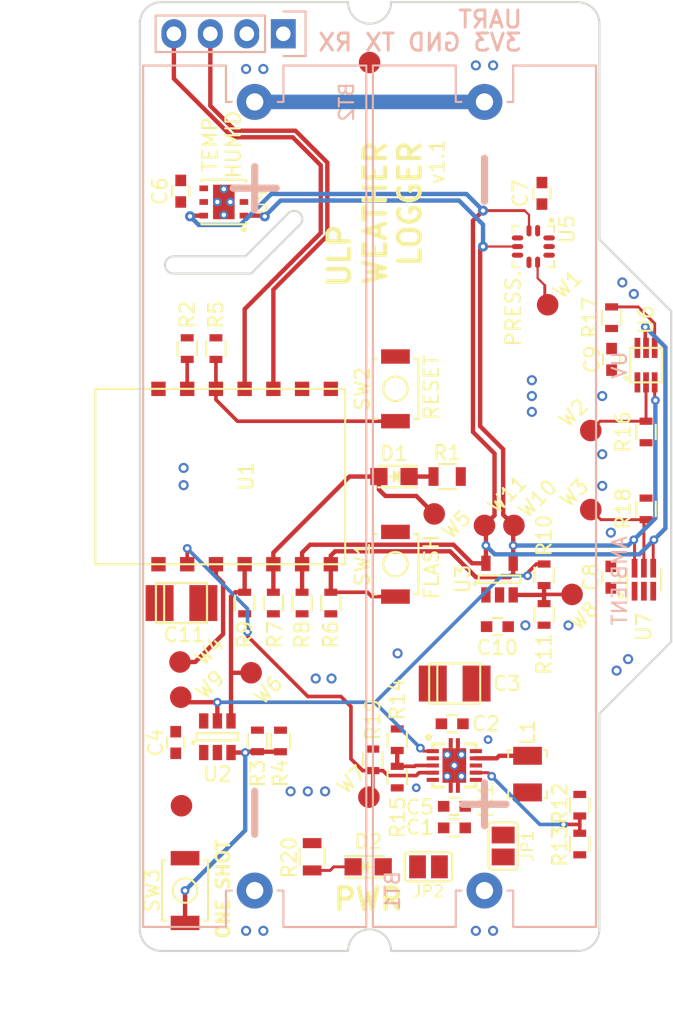
<source format=kicad_pcb>

(kicad_pcb
  (version 4)
  (host pcbnew 4.0.5)
  (general
    (links 179)
    (no_connects 0)
    (area 124.450002 81.180933 175.371448 156.050003)
    (thickness 1.6)
    (drawings 39)
    (tracks 392)
    (zones 0)
    (modules 94)
    (nets 29))
  (page A4)
  (title_block
    (title "Ultra Low Power Weather Logger (ESP8266)")
    (date 2017-01-16)
    (rev 1.2)
    (company @hamityanik)
    (comment 1 "M. Hamit YANIK"))
  (layers
    (0 F.Cu signal)
    (31 B.Cu signal)
    (32 B.Adhes user)
    (33 F.Adhes user)
    (34 B.Paste user)
    (35 F.Paste user)
    (36 B.SilkS user)
    (37 F.SilkS user)
    (38 B.Mask user)
    (39 F.Mask user)
    (40 Dwgs.User user)
    (41 Cmts.User user)
    (42 Eco1.User user)
    (43 Eco2.User user)
    (44 Edge.Cuts user)
    (45 Margin user)
    (46 B.CrtYd user hide)
    (47 F.CrtYd user)
    (48 B.Fab user hide)
    (49 F.Fab user hide))
  (setup
    (last_trace_width 0.2032)
    (user_trace_width 0.2032)
    (user_trace_width 0.254)
    (user_trace_width 0.3048)
    (user_trace_width 0.4064)
    (user_trace_width 0.508)
    (user_trace_width 0.6096)
    (user_trace_width 0.8128)
    (user_trace_width 1.016)
    (trace_clearance 0.1524)
    (zone_clearance 0.2032)
    (zone_45_only yes)
    (trace_min 0.1524)
    (segment_width 0.2)
    (edge_width 0.15)
    (via_size 0.6096)
    (via_drill 0.3)
    (via_min_size 0.6096)
    (via_min_drill 0.3)
    (user_via 0.7048 0.4)
    (user_via 0.8048 0.5)
    (user_via 0.9048 0.6)
    (user_via 1.05 0.7)
    (user_via 1.2 0.8)
    (user_via 1.35 0.9)
    (user_via 1.5 1)
    (user_via 1.65 1.1)
    (uvia_size 0.6096)
    (uvia_drill 0.3)
    (uvias_allowed no)
    (uvia_min_size 0.3048)
    (uvia_min_drill 0.3)
    (pcb_text_width 0.3)
    (pcb_text_size 1.5 1.5)
    (mod_edge_width 0.15)
    (mod_text_size 0.8 0.8)
    (mod_text_width 0.125)
    (pad_size 0.28 0.7)
    (pad_drill 0)
    (pad_to_mask_clearance 0.13)
    (solder_mask_min_width 0.1)
    (pad_to_paste_clearance -0.03)
    (aux_axis_origin 138 149)
    (grid_origin 138 149)
    (visible_elements FFFFEF7F)
    (pcbplotparams
      (layerselection 0x010f8_80000001)
      (usegerberextensions true)
      (excludeedgelayer true)
      (linewidth 0.1)
      (plotframeref false)
      (viasonmask false)
      (mode 1)
      (useauxorigin true)
      (hpglpennumber 1)
      (hpglpenspeed 20)
      (hpglpendiameter 15)
      (hpglpenoverlay 2)
      (psnegative false)
      (psa4output false)
      (plotreference true)
      (plotvalue true)
      (plotinvisibletext false)
      (padsonsilk false)
      (subtractmaskfromsilk true)
      (outputformat 1)
      (mirror false)
      (drillshape 0)
      (scaleselection 1)
      (outputdirectory gerbers/)))
  (net 0 "")
  (net 1 +BATT)
  (net 2 "Net-(BT1-Pad2)")
  (net 3 GND)
  (net 4 +3V3)
  (net 5 /L)
  (net 6 "Net-(D1-Pad1)")
  (net 7 "Net-(IC1-Pad9)")
  (net 8 /LOWBATT)
  (net 9 /TX)
  (net 10 /RX)
  (net 11 "Net-(R2-Pad2)")
  (net 12 "Net-(R5-Pad2)")
  (net 13 /SDA)
  (net 14 /SCL)
  (net 15 /DONE)
  (net 16 /BATT_VOUT)
  (net 17 "Net-(R16-Pad2)")
  (net 18 "Net-(R17-Pad2)")
  (net 19 "Net-(R18-Pad2)")
  (net 20 "Net-(U1-Pad7)")
  (net 21 "Net-(U4-PadPAD)")
  (net 22 "Net-(U5-Pad7)")
  (net 23 /DRVn)
  (net 24 /M_DRV)
  (net 25 "Net-(D2-Pad1)")
  (net 26 /GPIO_12)
  (net 27 /LBI)
  (net 28 /FB)
  (net_class Default "This is the default net class."
    (clearance 0.1524)
    (trace_width 0.2032)
    (via_dia 0.6096)
    (via_drill 0.3)
    (uvia_dia 0.6096)
    (uvia_drill 0.3)
    (add_net +BATT)
    (add_net /BATT_VOUT)
    (add_net /DONE)
    (add_net /DRVn)
    (add_net /FB)
    (add_net /GPIO_12)
    (add_net /L)
    (add_net /LBI)
    (add_net /LOWBATT)
    (add_net /M_DRV)
    (add_net /RX)
    (add_net /SCL)
    (add_net /SDA)
    (add_net /TX)
    (add_net GND)
    (add_net "Net-(BT1-Pad2)")
    (add_net "Net-(D1-Pad1)")
    (add_net "Net-(D2-Pad1)")
    (add_net "Net-(IC1-Pad9)")
    (add_net "Net-(R16-Pad2)")
    (add_net "Net-(R17-Pad2)")
    (add_net "Net-(R18-Pad2)")
    (add_net "Net-(R2-Pad2)")
    (add_net "Net-(R5-Pad2)")
    (add_net "Net-(U1-Pad7)")
    (add_net "Net-(U4-PadPAD)")
    (add_net "Net-(U5-Pad7)"))
  (net_class power ""
    (clearance 0.1524)
    (trace_width 0.508)
    (via_dia 0.8048)
    (via_drill 0.5)
    (uvia_dia 0.6096)
    (uvia_drill 0.3)
    (add_net +3V3))
  (module footprints:ST_LPS25HB
    (layer F.Cu)
    (tedit 58CA7D2B)
    (tstamp 582A148F)
    (at 165.4 100 270)
    (path /582794E2)
    (attr smd)
    (fp_text reference U5
      (at -1.2 -2.35 450)
      (layer F.SilkS)
      (effects
        (font
          (size 1 1)
          (thickness 0.15))))
    (fp_text value LPS25HB
      (at 0 -1.7 270)
      (layer F.Fab)
      (effects
        (font
          (size 0.8 0.8)
          (thickness 0.125))))
    (fp_line
      (start -1.1 1.1)
      (end -1.1 -0.7)
      (layer F.Fab)
      (width 0.15))
    (fp_line
      (start 1.1 1.1)
      (end -1.1 1.1)
      (layer F.Fab)
      (width 0.15))
    (fp_line
      (start 1.1 -1.1)
      (end 1.1 1.1)
      (layer F.Fab)
      (width 0.15))
    (fp_line
      (start -0.7 -1.1)
      (end 1.1 -1.1)
      (layer F.Fab)
      (width 0.15))
    (fp_line
      (start -1.1 -0.7)
      (end -0.7 -1.1)
      (layer F.Fab)
      (width 0.15))
    (fp_line
      (start -1 1.45)
      (end -1.45 1.45)
      (layer F.SilkS)
      (width 0.127))
    (fp_line
      (start -1.45 1.45)
      (end -1.45 1)
      (layer F.SilkS)
      (width 0.127))
    (fp_line
      (start 1.45 1)
      (end 1.45 1.45)
      (layer F.SilkS)
      (width 0.127))
    (fp_line
      (start 1.45 1.45)
      (end 1 1.45)
      (layer F.SilkS)
      (width 0.127))
    (fp_line
      (start 1 -1.45)
      (end 1.45 -1.45)
      (layer F.SilkS)
      (width 0.127))
    (fp_line
      (start 1.45 -1.45)
      (end 1.45 -1)
      (layer F.SilkS)
      (width 0.127))
    (fp_line
      (start -1 -1.45)
      (end -1.45 -1.45)
      (layer F.SilkS)
      (width 0.127))
    (fp_line
      (start -1.45 -1.45)
      (end -1.45 -1)
      (layer F.SilkS)
      (width 0.127))
    (fp_line
      (start 1.5 -1.5)
      (end 1.5 1.5)
      (layer F.CrtYd)
      (width 0.05))
    (fp_line
      (start 1.5 1.5)
      (end -1.5 1.5)
      (layer F.CrtYd)
      (width 0.05))
    (fp_line
      (start -1.5 1.5)
      (end -1.5 -1.5)
      (layer F.CrtYd)
      (width 0.05))
    (fp_line
      (start -1.5 -1.5)
      (end 1.5 -1.5)
      (layer F.CrtYd)
      (width 0.05))
    (fp_circle
      (center -1.8 -1.25)
      (end -1.9 -1.25)
      (layer F.SilkS)
      (width 0.2))
    (pad 1 smd oval
      (at -1.1 -0.3 270)
      (size 0.8 0.35)
      (layers F.Cu F.Paste F.Mask))
    (pad 2 smd oval
      (at -1.1 0.3 270)
      (size 0.8 0.35)
      (layers F.Cu F.Paste F.Mask)
      (net 14 /SCL))
    (pad 6 smd oval
      (at 1.1 0.3 270)
      (size 0.8 0.35)
      (layers F.Cu F.Paste F.Mask))
    (pad 7 smd oval
      (at 1.1 -0.3 270)
      (size 0.8 0.35)
      (layers F.Cu F.Paste F.Mask)
      (net 22 "Net-(U5-Pad7)"))
    (pad 3 smd oval
      (at -0.6 1.1)
      (size 0.8 0.35)
      (layers F.Cu F.Paste F.Mask))
    (pad 4 smd oval
      (at 0 1.1)
      (size 0.8 0.35)
      (layers F.Cu F.Paste F.Mask)
      (net 13 /SDA))
    (pad 5 smd oval
      (at 0.6 1.1)
      (size 0.8 0.35)
      (layers F.Cu F.Paste F.Mask))
    (pad 8 smd oval
      (at 0.6 -1.1)
      (size 0.8 0.35)
      (layers F.Cu F.Paste F.Mask))
    (pad 9 smd oval
      (at 0 -1.1)
      (size 0.8 0.35)
      (layers F.Cu F.Paste F.Mask))
    (pad 10 smd oval
      (at -0.6 -1.1)
      (size 0.8 0.35)
      (layers F.Cu F.Paste F.Mask))
    (model ${KIPRJMOD}/packages3d/LPS25H.wrl
      (at
        (xyz 0 0 0))
      (scale
        (xyz 1 1 1))
      (rotate
        (xyz 0 0 0))))
  (module footprints:TI_DRC_S-PVSON-N10
    (layer F.Cu)
    (tedit 58D1B3D2)
    (tstamp 582A1396)
    (at 159.9 136.1)
    (path /58261506)
    (attr smd)
    (fp_text reference IC1
      (at 2.2 2.45 90)
      (layer F.SilkS)
      (effects
        (font
          (size 1 1)
          (thickness 0.15))))
    (fp_text value TPS61025
      (at 3.1 2.4 90)
      (layer F.Fab)
      (effects
        (font
          (size 0.8 0.8)
          (thickness 0.125))))
    (fp_line
      (start -1.5 -1.25)
      (end -1.5 -1.5)
      (layer F.SilkS)
      (width 0.2032))
    (fp_line
      (start -0.75 -1.5)
      (end -1.5 -1.5)
      (layer F.SilkS)
      (width 0.2032))
    (fp_line
      (start 1.5 -1.25)
      (end 1.5 -1.5)
      (layer F.SilkS)
      (width 0.2032))
    (fp_line
      (start 1.5 -1.5)
      (end 0.75 -1.5)
      (layer F.SilkS)
      (width 0.2032))
    (fp_line
      (start 0.75 1.5)
      (end 1.5 1.5)
      (layer F.SilkS)
      (width 0.2032))
    (fp_line
      (start 1.5 1.5)
      (end 1.5 1.25)
      (layer F.SilkS)
      (width 0.2032))
    (fp_line
      (start -1.5 1.25)
      (end -1.5 1.5)
      (layer F.SilkS)
      (width 0.2032))
    (fp_line
      (start -1.5 1.5)
      (end -0.75 1.5)
      (layer F.SilkS)
      (width 0.2032))
    (fp_circle
      (center -1.8 -1.95)
      (end -1.8 -1.8)
      (layer F.SilkS)
      (width 0.2032))
    (pad 1 smd rect
      (at -1.5 -1)
      (size 0.85 0.28)
      (layers F.Cu F.Paste F.Mask)
      (net 23 /DRVn))
    (pad 2 smd rect
      (at -1.5 -0.5)
      (size 0.85 0.28)
      (layers F.Cu F.Paste F.Mask)
      (die_length 0.74168))
    (pad 3 smd rect
      (at -1.5 0)
      (size 0.85 0.28)
      (layers F.Cu F.Paste F.Mask)
      (net 28 /FB)
      (die_length 0.20574))
    (pad 4 smd rect
      (at -1.5 0.5)
      (size 0.85 0.28)
      (layers F.Cu F.Paste F.Mask)
      (net 8 /LOWBATT)
      (die_length 0.12192))
    (pad 5 smd rect
      (at -1.5 1)
      (size 0.85 0.28)
      (layers F.Cu F.Paste F.Mask)
      (die_length -2147.483648)
      (zone_connect 2))
    (pad 6 smd rect
      (at 1.5 1)
      (size 0.85 0.28)
      (layers F.Cu F.Paste F.Mask)
      (die_length -2147.483648)
      (zone_connect 2))
    (pad 7 smd rect
      (at 1.5 0.5)
      (size 0.85 0.28)
      (layers F.Cu F.Paste F.Mask)
      (net 27 /LBI)
      (die_length -2147.483648))
    (pad 8 smd rect
      (at 1.5 0)
      (size 0.85 0.28)
      (layers F.Cu F.Paste F.Mask)
      (die_length -2147.483648))
    (pad 9 smd rect
      (at 1.5 -0.5)
      (size 0.85 0.28)
      (layers F.Cu F.Paste F.Mask)
      (net 7 "Net-(IC1-Pad9)")
      (die_length -2147.483648))
    (pad 10 smd rect
      (at 1.5 -1)
      (size 0.85 0.28)
      (layers F.Cu F.Paste F.Mask)
      (zone_connect 2))
    (pad 0 smd rect
      (at 0.41148 0.6)
      (size 0.82296 1.2)
      (layers F.Cu F.Paste F.Mask)
      (die_length 0.12446)
      (solder_paste_margin -0.07))
    (pad 0 smd rect
      (at 0.41148 -0.6)
      (size 0.82296 1.2)
      (layers F.Cu F.Paste F.Mask)
      (solder_paste_margin -0.07))
    (pad 0 smd rect
      (at -0.41148 -0.6)
      (size 0.82296 1.2)
      (layers F.Cu F.Paste F.Mask)
      (die_length 0.08382)
      (solder_paste_margin -0.07))
    (pad 0 smd rect
      (at -0.41148 0.6)
      (size 0.82296 1.2)
      (layers F.Cu F.Paste F.Mask)
      (die_length -2147.483648)
      (solder_paste_margin -0.07))
    (pad 0 smd rect
      (at 0.25 -1.55)
      (size 0.28 0.7)
      (layers F.Cu F.Paste F.Mask)
      (die_length 0.08128)
      (zone_connect 0))
    (pad 0 smd rect
      (at -0.25 -1.55)
      (size 0.28 0.7)
      (layers F.Cu F.Paste F.Mask)
      (zone_connect 0))
    (pad 0 smd rect
      (at -0.25 1.55)
      (size 0.28 0.7)
      (layers F.Cu F.Paste F.Mask)
      (die_length -2147.483648)
      (zone_connect 0))
    (pad 0 smd rect
      (at 0.25 1.55)
      (size 0.28 0.7)
      (layers F.Cu F.Paste F.Mask)
      (die_length -2147.483648)
      (zone_connect 0))
    (pad 0 thru_hole circle
      (at 0 0)
      (size 0.5842 0.5842)
      (drill 0.3302)
      (layers *.Cu *.Mask)
      (die_length 0.74168)
      (zone_connect 2))
    (pad 0 thru_hole circle
      (at 0.5 -0.75)
      (size 0.5842 0.5842)
      (drill 0.3302)
      (layers *.Cu *.Mask)
      (zone_connect 2))
    (pad 0 thru_hole circle
      (at -0.5 -0.75)
      (size 0.5842 0.5842)
      (drill 0.3302)
      (layers *.Cu *.Mask)
      (die_length -2147.483648)
      (zone_connect 2))
    (pad 0 thru_hole circle
      (at -0.5 0.75)
      (size 0.5842 0.5842)
      (drill 0.3302)
      (layers *.Cu *.Mask)
      (die_length 10.53846)
      (zone_connect 2))
    (pad 0 thru_hole circle
      (at 0.5 0.75)
      (size 0.5842 0.5842)
      (drill 0.3302)
      (layers *.Cu *.Mask)
      (die_length -2147.483648)
      (zone_connect 2))
    (model ${KIPRJMOD}/packages3d/TI_DRC_S-PVSON-N10.wrl
      (at
        (xyz 0 0 0))
      (scale
        (xyz 1 1 1))
      (rotate
        (xyz 0 0 0))))
  (module footprints:WSON-6-PAD
    (layer F.Cu)
    (tedit 5884B82F)
    (tstamp 582A1481)
    (at 143.85 96.900002 90)
    (descr "6-Pin WSON")
    (path /5827561D)
    (solder_mask_margin 0.1)
    (attr smd)
    (fp_text reference U4
      (at 0 2.5 90)
      (layer F.SilkS)
      (effects
        (font
          (size 1 0.9)
          (thickness 0.1))))
    (fp_text value HDC1080
      (at 0.350002 3.45 90)
      (layer F.Fab)
      (effects
        (font
          (size 0.8 0.8)
          (thickness 0.125))))
    (fp_circle
      (center -1.9 1.4)
      (end -1.8 1.4)
      (layer F.SilkS)
      (width 0.2))
    (fp_line
      (start -1.55 -1.55)
      (end -1.55 1.55)
      (layer F.SilkS)
      (width 0.1524))
    (fp_line
      (start 1.55 -1.55)
      (end 1.55 1.55)
      (layer F.SilkS)
      (width 0.1524))
    (fp_line
      (start 1.4 1.55)
      (end 1.55 1.55)
      (layer F.SilkS)
      (width 0.15))
    (fp_line
      (start 1.4 -1.55)
      (end 1.55 -1.55)
      (layer F.SilkS)
      (width 0.15))
    (fp_line
      (start -1.55 -1.55)
      (end -1.4 -1.55)
      (layer F.SilkS)
      (width 0.15))
    (fp_line
      (start -1.55 1.55)
      (end -1.4 1.55)
      (layer F.SilkS)
      (width 0.15))
    (pad 4 smd rect
      (at 0.95 -1.4 90)
      (size 0.4 0.6)
      (layers F.Cu F.Paste F.Mask)
      (solder_mask_margin 0.2))
    (pad 6 smd rect
      (at -0.95 -1.4 90)
      (size 0.4 0.6)
      (layers F.Cu F.Paste F.Mask)
      (net 14 /SCL)
      (solder_mask_margin 0.2))
    (pad 5 smd rect
      (at 0 -1.4 90)
      (size 0.4 0.6)
      (layers F.Cu F.Paste F.Mask)
      (solder_mask_margin 0.2))
    (pad 2 smd rect
      (at 0 1.4 90)
      (size 0.4 0.6)
      (layers F.Cu F.Paste F.Mask)
      (solder_mask_margin 0.2))
    (pad 3 smd rect
      (at 0.95 1.4 90)
      (size 0.4 0.6)
      (layers F.Cu F.Paste F.Mask)
      (solder_mask_margin 0.2))
    (pad 1 smd rect
      (at -0.95 1.4 90)
      (size 0.4 0.6)
      (layers F.Cu F.Paste F.Mask)
      (net 13 /SDA)
      (solder_mask_margin 0.2))
    (pad PAD smd rect
      (at -0.6 0 90)
      (size 1.2 1.5)
      (layers F.Cu F.Paste F.Mask)
      (solder_mask_margin 0.2)
      (solder_paste_margin -0.07))
    (pad PAD smd rect
      (at 0.6 0 90)
      (size 1.2 1.5)
      (layers F.Cu F.Paste F.Mask)
      (solder_mask_margin 0.2)
      (solder_paste_margin -0.07))
    (pad PAD thru_hole circle
      (at 0 0.45 90)
      (size 0.6 0.6)
      (drill 0.3)
      (layers *.Cu *.Mask))
    (pad PAD thru_hole circle
      (at 0 -0.45 90)
      (size 0.6 0.6)
      (drill 0.3)
      (layers *.Cu *.Mask))
    (pad PAD thru_hole circle
      (at -0.9 0 90)
      (size 0.6 0.6)
      (drill 0.3)
      (layers *.Cu *.Mask))
    (pad PAD thru_hole circle
      (at 0.9 0 90)
      (size 0.6 0.6)
      (drill 0.3)
      (layers *.Cu *.Mask))
    (model ${KIPRJMOD}/packages3d/hdc1080.wrl
      (at
        (xyz 0 0 0))
      (scale
        (xyz 1 1 1))
      (rotate
        (xyz 0 0 0))))
  (module footprints:Via_0.3mm
    (layer F.Cu)
    (tedit 5884AF82)
    (tstamp 5859907A)
    (at 157.25 137.65)
    (fp_text reference REF**
      (at 0 1.25)
      (layer F.SilkS) hide
      (effects
        (font
          (size 1 1)
          (thickness 0.15))))
    (fp_text value Via_0.4mm
      (at 0 -1.1)
      (layer F.Fab) hide
      (effects
        (font
          (size 0.8 0.8)
          (thickness 0.125))))
    (pad 1 thru_hole circle
      (at 0 0)
      (size 0.6048 0.6048)
      (drill 0.3)
      (layers *.Cu)
      (zone_connect 2)))
  (module footprints:Via_0.4mm
    (layer F.Cu)
    (tedit 5884AEDD)
    (tstamp 5.8598e+67)
    (at 155.95 128.3)
    (fp_text reference REF**
      (at 0 1.3)
      (layer F.SilkS) hide
      (effects
        (font
          (size 1 1)
          (thickness 0.15))))
    (fp_text value Via_0.4mm
      (at 0 -1.15)
      (layer F.Fab) hide
      (effects
        (font
          (size 0.8 0.8)
          (thickness 0.125))))
    (pad 1 thru_hole circle
      (at 0 0)
      (size 0.7048 0.7048)
      (drill 0.4)
      (layers *.Cu)
      (zone_connect 2)))
  (module footprints:Via_0.4mm
    (layer F.Cu)
    (tedit 5884AECA)
    (tstamp 58559FE5)
    (at 171.6 102.5 90)
    (fp_text reference REF**
      (at 0 1.3 90)
      (layer F.SilkS) hide
      (effects
        (font
          (size 1 1)
          (thickness 0.15))))
    (fp_text value Via_0.4mm
      (at 0 -1.15 90)
      (layer F.Fab) hide
      (effects
        (font
          (size 0.8 0.8)
          (thickness 0.125))))
    (pad 1 thru_hole circle
      (at 0 0 90)
      (size 0.7048 0.7048)
      (drill 0.4)
      (layers *.Cu)
      (zone_connect 2)))
  (module footprints:Via_0.4mm
    (layer F.Cu)
    (tedit 5884AED1)
    (tstamp 58559FE1)
    (at 172.400001 103.3 90)
    (fp_text reference REF**
      (at 0 1.3 90)
      (layer F.SilkS) hide
      (effects
        (font
          (size 1 1)
          (thickness 0.15))))
    (fp_text value Via_0.4mm
      (at 0 -1.15 90)
      (layer F.Fab) hide
      (effects
        (font
          (size 0.8 0.8)
          (thickness 0.125))))
    (pad 1 thru_hole circle
      (at 0 0 90)
      (size 0.7048 0.7048)
      (drill 0.4)
      (layers *.Cu)
      (zone_connect 2)))
  (module footprints:Via_0.4mm
    (layer F.Cu)
    (tedit 5876972A)
    (tstamp 58559FC6)
    (at 151.35 130.05)
    (fp_text reference REF**
      (at 0 1.3)
      (layer F.SilkS) hide
      (effects
        (font
          (size 1 1)
          (thickness 0.15))))
    (fp_text value Via_0.4mm
      (at 0 -1.15)
      (layer F.Fab) hide
      (effects
        (font
          (size 0.8 0.8)
          (thickness 0.125))))
    (pad 1 thru_hole circle
      (at 0 0)
      (size 0.7048 0.7048)
      (drill 0.4)
      (layers *.Cu)
      (zone_connect 2)))
  (module footprints:Via_0.4mm
    (layer F.Cu)
    (tedit 5884AF75)
    (tstamp 58559FC2)
    (at 150.25 130.05)
    (fp_text reference REF**
      (at 0 1.3)
      (layer F.SilkS) hide
      (effects
        (font
          (size 1 1)
          (thickness 0.15))))
    (fp_text value Via_0.4mm
      (at 0 -1.15)
      (layer F.Fab) hide
      (effects
        (font
          (size 0.8 0.8)
          (thickness 0.125))))
    (pad 1 thru_hole circle
      (at 0 0)
      (size 0.7048 0.7048)
      (drill 0.4)
      (layers *.Cu)
      (zone_connect 2)))
  (module footprints:Via_0.4mm
    (layer F.Cu)
    (tedit 5876974C)
    (tstamp 5855589A)
    (at 164.85 126.35)
    (fp_text reference REF**
      (at 0 1.3)
      (layer F.SilkS) hide
      (effects
        (font
          (size 1 1)
          (thickness 0.15))))
    (fp_text value Via_0.4mm
      (at 0 -1.15)
      (layer F.Fab) hide
      (effects
        (font
          (size 0.8 0.8)
          (thickness 0.125))))
    (pad 1 thru_hole circle
      (at 0 0)
      (size 0.7048 0.7048)
      (drill 0.4)
      (layers *.Cu)
      (zone_connect 2)))
  (module footprints:Via_0.4mm
    (layer F.Cu)
    (tedit 5884AF1B)
    (tstamp 58555883)
    (at 167.85 126.35)
    (fp_text reference REF**
      (at 0 1.3)
      (layer F.SilkS) hide
      (effects
        (font
          (size 1 1)
          (thickness 0.15))))
    (fp_text value Via_0.4mm
      (at 0 -1.15)
      (layer F.Fab) hide
      (effects
        (font
          (size 0.8 0.8)
          (thickness 0.125))))
    (pad 1 thru_hole circle
      (at 0 0)
      (size 0.7048 0.7048)
      (drill 0.4)
      (layers *.Cu)
      (zone_connect 2)))
  (module footprints:Via_0.4mm
    (layer F.Cu)
    (tedit 58769746)
    (tstamp 5855587D)
    (at 170.8 119.9)
    (fp_text reference REF**
      (at 0 1.3)
      (layer F.SilkS) hide
      (effects
        (font
          (size 1 1)
          (thickness 0.15))))
    (fp_text value Via_0.4mm
      (at 0 -1.15)
      (layer F.Fab) hide
      (effects
        (font
          (size 0.8 0.8)
          (thickness 0.125))))
    (pad 1 thru_hole circle
      (at 0 0)
      (size 0.7048 0.7048)
      (drill 0.4)
      (layers *.Cu)
      (zone_connect 2)))
  (module footprints:Via_0.4mm
    (layer F.Cu)
    (tedit 5884AEED)
    (tstamp 582B89DA)
    (at 145.4 87.65)
    (fp_text reference REF**
      (at 0 1.3)
      (layer F.SilkS) hide
      (effects
        (font
          (size 1 1)
          (thickness 0.15))))
    (fp_text value Via_0.4mm
      (at 0 -1.15)
      (layer F.Fab) hide
      (effects
        (font
          (size 0.8 0.8)
          (thickness 0.125))))
    (pad 1 thru_hole circle
      (at 0 0)
      (size 0.7048 0.7048)
      (drill 0.4)
      (layers *.Cu)
      (zone_connect 2)))
  (module footprints:Via_0.4mm
    (layer F.Cu)
    (tedit 5876973A)
    (tstamp 582C38BB)
    (at 150.9 137.9)
    (fp_text reference REF**
      (at 0 1.3)
      (layer F.SilkS) hide
      (effects
        (font
          (size 1 1)
          (thickness 0.15))))
    (fp_text value Via_0.4mm
      (at 0 -1.15)
      (layer F.Fab) hide
      (effects
        (font
          (size 0.8 0.8)
          (thickness 0.125))))
    (pad 1 thru_hole circle
      (at 0 0)
      (size 0.7048 0.7048)
      (drill 0.4)
      (layers *.Cu)
      (zone_connect 2)))
  (module footprints:Via_0.4mm
    (layer F.Cu)
    (tedit 58769744)
    (tstamp 582B8BEC)
    (at 170.2 116.65)
    (fp_text reference REF**
      (at 0 1.3)
      (layer F.SilkS) hide
      (effects
        (font
          (size 1 1)
          (thickness 0.15))))
    (fp_text value Via_0.4mm
      (at 0 -1.15)
      (layer F.Fab) hide
      (effects
        (font
          (size 0.8 0.8)
          (thickness 0.125))))
    (pad 1 thru_hole circle
      (at 0 0)
      (size 0.7048 0.7048)
      (drill 0.4)
      (layers *.Cu)
      (zone_connect 2)))
  (module footprints:Via_0.4mm
    (layer F.Cu)
    (tedit 5884AEEB)
    (tstamp 582B89D6)
    (at 146.6 87.65)
    (fp_text reference REF**
      (at 0 1.3)
      (layer F.SilkS) hide
      (effects
        (font
          (size 1 1)
          (thickness 0.15))))
    (fp_text value Via_0.4mm
      (at 0 -1.15)
      (layer F.Fab) hide
      (effects
        (font
          (size 0.8 0.8)
          (thickness 0.125))))
    (pad 1 thru_hole circle
      (at 0 0)
      (size 0.7048 0.7048)
      (drill 0.4)
      (layers *.Cu)
      (zone_connect 2)))
  (module footprints:Via_0.4mm
    (layer F.Cu)
    (tedit 5884AEE3)
    (tstamp 582B89AF)
    (at 141.05 116.6 90)
    (fp_text reference REF**
      (at 0 1.3 90)
      (layer F.SilkS) hide
      (effects
        (font
          (size 1 1)
          (thickness 0.15))))
    (fp_text value Via_0.4mm
      (at 0 -1.15 90)
      (layer F.Fab) hide
      (effects
        (font
          (size 0.8 0.8)
          (thickness 0.125))))
    (pad 1 thru_hole circle
      (at 0 0 90)
      (size 0.7048 0.7048)
      (drill 0.4)
      (layers *.Cu)
      (zone_connect 2)))
  (module footprints:Via_0.4mm
    (layer F.Cu)
    (tedit 5884AEE6)
    (tstamp 582B89AB)
    (at 141.05 115.4 90)
    (fp_text reference REF**
      (at 0 1.3 90)
      (layer F.SilkS) hide
      (effects
        (font
          (size 1 1)
          (thickness 0.15))))
    (fp_text value Via_0.4mm
      (at 0 -1.15 90)
      (layer F.Fab) hide
      (effects
        (font
          (size 0.8 0.8)
          (thickness 0.125))))
    (pad 1 thru_hole circle
      (at 0 0 90)
      (size 0.7048 0.7048)
      (drill 0.4)
      (layers *.Cu)
      (zone_connect 2)))
  (module footprints:Via_0.4mm
    (layer F.Cu)
    (tedit 5884AEF6)
    (tstamp 582B8983)
    (at 162.6 87.4)
    (fp_text reference REF**
      (at 0 1.3)
      (layer F.SilkS) hide
      (effects
        (font
          (size 1 1)
          (thickness 0.15))))
    (fp_text value Via_0.4mm
      (at 0 -1.15)
      (layer F.Fab) hide
      (effects
        (font
          (size 0.8 0.8)
          (thickness 0.125))))
    (pad 1 thru_hole circle
      (at 0 0)
      (size 0.7048 0.7048)
      (drill 0.4)
      (layers *.Cu)
      (zone_connect 2)))
  (module footprints:Via_0.4mm
    (layer F.Cu)
    (tedit 5884AEFB)
    (tstamp 582B897F)
    (at 161.4 87.4)
    (fp_text reference REF**
      (at 0 1.3)
      (layer F.SilkS) hide
      (effects
        (font
          (size 1 1)
          (thickness 0.15))))
    (fp_text value Via_0.4mm
      (at 0 -1.15)
      (layer F.Fab) hide
      (effects
        (font
          (size 0.8 0.8)
          (thickness 0.125))))
    (pad 1 thru_hole circle
      (at 0 0)
      (size 0.7048 0.7048)
      (drill 0.4)
      (layers *.Cu)
      (zone_connect 2)))
  (module footprints:Via_0.4mm
    (layer F.Cu)
    (tedit 5876972D)
    (tstamp 582B75F4)
    (at 162.6 147.6)
    (fp_text reference REF**
      (at 0 1.3)
      (layer F.SilkS) hide
      (effects
        (font
          (size 1 1)
          (thickness 0.15))))
    (fp_text value Via_0.4mm
      (at 0 -1.15)
      (layer F.Fab) hide
      (effects
        (font
          (size 0.8 0.8)
          (thickness 0.125))))
    (pad 1 thru_hole circle
      (at 0 0)
      (size 0.7048 0.7048)
      (drill 0.4)
      (layers *.Cu)
      (zone_connect 2)))
  (module footprints:Via_0.4mm
    (layer F.Cu)
    (tedit 5876972F)
    (tstamp 582B75F0)
    (at 161.4 147.6)
    (fp_text reference REF**
      (at 0 1.3)
      (layer F.SilkS) hide
      (effects
        (font
          (size 1 1)
          (thickness 0.15))))
    (fp_text value Via_0.4mm
      (at 0 -1.15)
      (layer F.Fab) hide
      (effects
        (font
          (size 0.8 0.8)
          (thickness 0.125))))
    (pad 1 thru_hole circle
      (at 0 0)
      (size 0.7048 0.7048)
      (drill 0.4)
      (layers *.Cu)
      (zone_connect 2)))
  (module footprints:Via_0.4mm
    (layer F.Cu)
    (tedit 58769734)
    (tstamp 582B75EC)
    (at 146.6 147.6)
    (fp_text reference REF**
      (at 0 1.3)
      (layer F.SilkS) hide
      (effects
        (font
          (size 1 1)
          (thickness 0.15))))
    (fp_text value Via_0.4mm
      (at 0 -1.15)
      (layer F.Fab) hide
      (effects
        (font
          (size 0.8 0.8)
          (thickness 0.125))))
    (pad 1 thru_hole circle
      (at 0 0)
      (size 0.7048 0.7048)
      (drill 0.4)
      (layers *.Cu)
      (zone_connect 2)))
  (module footprints:Via_0.4mm
    (layer F.Cu)
    (tedit 58769736)
    (tstamp 582B75E8)
    (at 145.4 147.6)
    (fp_text reference REF**
      (at 0 1.3)
      (layer F.SilkS) hide
      (effects
        (font
          (size 1 1)
          (thickness 0.15))))
    (fp_text value Via_0.4mm
      (at 0 -1.15)
      (layer F.Fab) hide
      (effects
        (font
          (size 0.8 0.8)
          (thickness 0.125))))
    (pad 1 thru_hole circle
      (at 0 0)
      (size 0.7048 0.7048)
      (drill 0.4)
      (layers *.Cu)
      (zone_connect 2)))
  (module footprints:Via_0.4mm
    (layer F.Cu)
    (tedit 5876973F)
    (tstamp 582B75E0)
    (at 149.7 137.9)
    (fp_text reference REF**
      (at 0 1.3)
      (layer F.SilkS) hide
      (effects
        (font
          (size 1 1)
          (thickness 0.15))))
    (fp_text value Via_0.4mm
      (at 0 -1.15)
      (layer F.Fab) hide
      (effects
        (font
          (size 0.8 0.8)
          (thickness 0.125))))
    (pad 1 thru_hole circle
      (at 0 0)
      (size 0.7048 0.7048)
      (drill 0.4)
      (layers *.Cu)
      (zone_connect 2)))
  (module footprints:Via_0.4mm
    (layer F.Cu)
    (tedit 5876973D)
    (tstamp 582B75DC)
    (at 148.5 137.9)
    (fp_text reference REF**
      (at 0 1.3)
      (layer F.SilkS) hide
      (effects
        (font
          (size 1 1)
          (thickness 0.15))))
    (fp_text value Via_0.4mm
      (at 0 -1.15)
      (layer F.Fab) hide
      (effects
        (font
          (size 0.8 0.8)
          (thickness 0.125))))
    (pad 1 thru_hole circle
      (at 0 0)
      (size 0.7048 0.7048)
      (drill 0.4)
      (layers *.Cu)
      (zone_connect 2)))
  (module footprints:Via_0.4mm
    (layer F.Cu)
    (tedit 58769723)
    (tstamp 582B7583)
    (at 172 128.7)
    (fp_text reference REF**
      (at 0 1.3)
      (layer F.SilkS) hide
      (effects
        (font
          (size 1 1)
          (thickness 0.15))))
    (fp_text value Via_0.4mm
      (at 0 -1.15)
      (layer F.Fab) hide
      (effects
        (font
          (size 0.8 0.8)
          (thickness 0.125))))
    (pad 1 thru_hole circle
      (at 0 0)
      (size 0.7048 0.7048)
      (drill 0.4)
      (layers *.Cu)
      (zone_connect 2)))
  (module footprints:Via_0.4mm
    (layer F.Cu)
    (tedit 58769725)
    (tstamp 582B757F)
    (at 171.2 129.5)
    (fp_text reference REF**
      (at 0 1.3)
      (layer F.SilkS) hide
      (effects
        (font
          (size 1 1)
          (thickness 0.15))))
    (fp_text value Via_0.4mm
      (at 0 -1.15)
      (layer F.Fab) hide
      (effects
        (font
          (size 0.8 0.8)
          (thickness 0.125))))
    (pad 1 thru_hole circle
      (at 0 0)
      (size 0.7048 0.7048)
      (drill 0.4)
      (layers *.Cu)
      (zone_connect 2)))
  (module footprints:Via_0.4mm
    (layer F.Cu)
    (tedit 5884AED6)
    (tstamp 582B7579)
    (at 170.2 114.45)
    (fp_text reference REF**
      (at 0 1.3)
      (layer F.SilkS) hide
      (effects
        (font
          (size 1 1)
          (thickness 0.15))))
    (fp_text value Via_0.4mm
      (at 0 -1.15)
      (layer F.Fab) hide
      (effects
        (font
          (size 0.8 0.8)
          (thickness 0.125))))
    (pad 1 thru_hole circle
      (at 0 0)
      (size 0.7048 0.7048)
      (drill 0.4)
      (layers *.Cu)
      (zone_connect 2)))
  (module footprints:Via_0.4mm
    (layer F.Cu)
    (tedit 5884AED4)
    (tstamp 582B7573)
    (at 170.2 110.4)
    (fp_text reference REF**
      (at 0 1.3)
      (layer F.SilkS) hide
      (effects
        (font
          (size 1 1)
          (thickness 0.15))))
    (fp_text value Via_0.4mm
      (at 0 -1.15)
      (layer F.Fab) hide
      (effects
        (font
          (size 0.8 0.8)
          (thickness 0.125))))
    (pad 1 thru_hole circle
      (at 0 0)
      (size 0.7048 0.7048)
      (drill 0.4)
      (layers *.Cu)
      (zone_connect 2)))
  (module footprints:Via_0.4mm
    (layer F.Cu)
    (tedit 5884AEC0)
    (tstamp 582B756D)
    (at 165.3 111.5)
    (fp_text reference REF**
      (at 0 1.3)
      (layer F.SilkS) hide
      (effects
        (font
          (size 1 1)
          (thickness 0.15))))
    (fp_text value Via_0.4mm
      (at 0 -1.15)
      (layer F.Fab) hide
      (effects
        (font
          (size 0.8 0.8)
          (thickness 0.125))))
    (pad 1 thru_hole circle
      (at 0 0)
      (size 0.7048 0.7048)
      (drill 0.4)
      (layers *.Cu)
      (zone_connect 2)))
  (module footprints:Via_0.4mm
    (layer F.Cu)
    (tedit 5884AEBE)
    (tstamp 582B7569)
    (at 165.3 110.4)
    (fp_text reference REF**
      (at 0 1.3)
      (layer F.SilkS) hide
      (effects
        (font
          (size 1 1)
          (thickness 0.15))))
    (fp_text value Via_0.4mm
      (at 0 -1.15)
      (layer F.Fab) hide
      (effects
        (font
          (size 0.8 0.8)
          (thickness 0.125))))
    (pad 1 thru_hole circle
      (at 0 0)
      (size 0.7048 0.7048)
      (drill 0.4)
      (layers *.Cu)
      (zone_connect 2)))
  (module footprints:R_0603
    (layer F.Cu)
    (tedit 5415CC62)
    (tstamp 582A13F7)
    (at 168.635295 138.863255 270)
    (descr "Resistor SMD 0603, reflow soldering, Vishay (see dcrcw.pdf)")
    (tags "resistor 0603")
    (path /58261FBB)
    (attr smd)
    (fp_text reference R12
      (at -0.113255 1.385295 270)
      (layer F.SilkS)
      (effects
        (font
          (size 1 1)
          (thickness 0.15))))
    (fp_text value DNP
      (at -0.013255 0.485295 270)
      (layer F.Fab)
      (effects
        (font
          (size 0.8 0.8)
          (thickness 0.125))))
    (fp_line
      (start -1.3 -0.8)
      (end 1.3 -0.8)
      (layer F.CrtYd)
      (width 0.05))
    (fp_line
      (start -1.3 0.8)
      (end 1.3 0.8)
      (layer F.CrtYd)
      (width 0.05))
    (fp_line
      (start -1.3 -0.8)
      (end -1.3 0.8)
      (layer F.CrtYd)
      (width 0.05))
    (fp_line
      (start 1.3 -0.8)
      (end 1.3 0.8)
      (layer F.CrtYd)
      (width 0.05))
    (fp_line
      (start 0.5 0.675)
      (end -0.5 0.675)
      (layer F.SilkS)
      (width 0.15))
    (fp_line
      (start -0.5 -0.675)
      (end 0.5 -0.675)
      (layer F.SilkS)
      (width 0.15))
    (pad 1 smd rect
      (at -0.75 0 270)
      (size 0.5 0.9)
      (layers F.Cu F.Paste F.Mask))
    (pad 2 smd rect
      (at 0.75 0 270)
      (size 0.5 0.9)
      (layers F.Cu F.Paste F.Mask)
      (net 27 /LBI))
    (model ${KIPRJMOD}/packages3d/R_0603.wrl-
      (at
        (xyz 0 0 0))
      (scale
        (xyz 1 1 1))
      (rotate
        (xyz 0 0 0))))
  (module footprints:TantalC_SizeB_EIA-3528_Reflow
    (layer F.Cu)
    (tedit 582B6DAA)
    (tstamp 582A1352)
    (at 159.923594 130.4 180)
    (descr TantalC_SizeT_EIA-3528)
    (path /58262697)
    (attr smd)
    (fp_text reference C3
      (at -3.635295 0 180)
      (layer F.SilkS)
      (effects
        (font
          (size 1 1)
          (thickness 0.15))))
    (fp_text value 100uF
      (at -3.726406 -0.85 180)
      (layer F.Fab)
      (effects
        (font
          (size 0.8 0.8)
          (thickness 0.125))))
    (fp_line
      (start 1.2065 -1.397)
      (end 1.2065 1.397)
      (layer F.SilkS)
      (width 0.15))
    (fp_line
      (start 1.778 -1.397)
      (end -1.778 -1.397)
      (layer F.SilkS)
      (width 0.15))
    (fp_line
      (start -1.778 -1.397)
      (end -1.778 1.397)
      (layer F.SilkS)
      (width 0.15))
    (fp_line
      (start -1.778 1.397)
      (end 1.778 1.397)
      (layer F.SilkS)
      (width 0.15))
    (fp_line
      (start 1.778 1.397)
      (end 1.778 -1.397)
      (layer F.SilkS)
      (width 0.15))
    (pad 1 smd rect
      (at 1.524 0 180)
      (size 1.95072 2.49936)
      (layers F.Cu F.Paste F.Mask)
      (zone_connect 2))
    (pad 2 smd rect
      (at -1.524 0 180)
      (size 1.95072 2.49936)
      (layers F.Cu F.Paste F.Mask))
    (model ${KIPRJMOD}/packages3d/TantalC_SizeB_EIA-3528_Reflow.wrl
      (at
        (xyz 0 0 0))
      (scale
        (xyz 1 1 1))
      (rotate
        (xyz 0 0 0))))
  (module footprints:Pin_Header_Straight_1x04
    (layer B.Cu)
    (tedit 5884B816)
    (tstamp 582A13AF)
    (at 147.990001 85.2 90)
    (descr "Through hole pin header")
    (tags "pin header")
    (path /5827965B)
    (fp_text reference P1
      (at -2.3 -0.04 90)
      (layer B.SilkS) hide
      (effects
        (font
          (size 1 1)
          (thickness 0.15))
        (justify mirror)))
    (fp_text value CONN_01X04
      (at 0 3.1 90)
      (layer B.Fab) hide
      (effects
        (font
          (size 0.8 0.8)
          (thickness 0.125))
        (justify mirror)))
    (fp_line
      (start -1.75 1.75)
      (end -1.75 -9.4)
      (layer B.CrtYd)
      (width 0.05))
    (fp_line
      (start 1.75 1.75)
      (end 1.75 -9.4)
      (layer B.CrtYd)
      (width 0.05))
    (fp_line
      (start -1.75 1.75)
      (end 1.75 1.75)
      (layer B.CrtYd)
      (width 0.05))
    (fp_line
      (start -1.75 -9.4)
      (end 1.75 -9.4)
      (layer B.CrtYd)
      (width 0.05))
    (fp_line
      (start -1.27 -1.27)
      (end -1.27 -8.89)
      (layer B.SilkS)
      (width 0.15))
    (fp_line
      (start 1.27 -1.27)
      (end 1.27 -8.89)
      (layer B.SilkS)
      (width 0.15))
    (fp_line
      (start 1.55 1.55)
      (end 1.55 0)
      (layer B.SilkS)
      (width 0.15))
    (fp_line
      (start -1.27 -8.89)
      (end 1.27 -8.89)
      (layer B.SilkS)
      (width 0.15))
    (fp_line
      (start 1.27 -1.27)
      (end -1.27 -1.27)
      (layer B.SilkS)
      (width 0.15))
    (fp_line
      (start -1.55 0)
      (end -1.55 1.55)
      (layer B.SilkS)
      (width 0.15))
    (fp_line
      (start -1.55 1.55)
      (end 1.55 1.55)
      (layer B.SilkS)
      (width 0.15))
    (pad 1 thru_hole rect
      (at 0 0 90)
      (size 2.032 1.7272)
      (drill 1.016)
      (layers *.Cu *.Mask))
    (pad 2 thru_hole oval
      (at 0 -2.54 90)
      (size 2.032 1.7272)
      (drill 1.016)
      (layers *.Cu *.Mask))
    (pad 3 thru_hole oval
      (at 0 -5.08 90)
      (size 2.032 1.7272)
      (drill 1.016)
      (layers *.Cu *.Mask)
      (net 9 /TX))
    (pad 4 thru_hole oval
      (at 0 -7.62 90)
      (size 2.032 1.7272)
      (drill 1.016)
      (layers *.Cu *.Mask)
      (net 10 /RX))
    (model ${KIPRJMOD}/packages3d/Pin_Header_Straight_1x04.wrl
      (at
        (xyz 0 0 0))
      (scale
        (xyz 1 1 1))
      (rotate
        (xyz 0 0 0))))
  (module footprints:R_0805
    (layer F.Cu)
    (tedit 5415CDEB)
    (tstamp 582A13B5)
    (at 159.4 116)
    (descr "Resistor SMD 0805, reflow soldering, Vishay (see dcrcw.pdf)")
    (tags "resistor 0805")
    (path /5827C682)
    (attr smd)
    (fp_text reference R1
      (at 0 -1.65 180)
      (layer F.SilkS)
      (effects
        (font
          (size 1 1)
          (thickness 0.15))))
    (fp_text value 1k
      (at 0 -0.75)
      (layer F.Fab)
      (effects
        (font
          (size 0.8 0.8)
          (thickness 0.125))))
    (fp_line
      (start -1.6 -1)
      (end 1.6 -1)
      (layer F.CrtYd)
      (width 0.05))
    (fp_line
      (start -1.6 1)
      (end 1.6 1)
      (layer F.CrtYd)
      (width 0.05))
    (fp_line
      (start -1.6 -1)
      (end -1.6 1)
      (layer F.CrtYd)
      (width 0.05))
    (fp_line
      (start 1.6 -1)
      (end 1.6 1)
      (layer F.CrtYd)
      (width 0.05))
    (fp_line
      (start 0.6 0.875)
      (end -0.6 0.875)
      (layer F.SilkS)
      (width 0.15))
    (fp_line
      (start -0.6 -0.875)
      (end 0.6 -0.875)
      (layer F.SilkS)
      (width 0.15))
    (pad 1 smd rect
      (at -0.95 0)
      (size 0.7 1.3)
      (layers F.Cu F.Paste F.Mask)
      (net 6 "Net-(D1-Pad1)"))
    (pad 2 smd rect
      (at 0.95 0)
      (size 0.7 1.3)
      (layers F.Cu F.Paste F.Mask))
    (model ${KIPRJMOD}/packages3d/R_0805.wrl
      (at
        (xyz 0 0 0))
      (scale
        (xyz 1 1 1))
      (rotate
        (xyz 0 0 0))))
  (module footprints:R_0603
    (layer F.Cu)
    (tedit 5415CC62)
    (tstamp 582A13C1)
    (at 146.191594 134.390822 90)
    (descr "Resistor SMD 0603, reflow soldering, Vishay (see dcrcw.pdf)")
    (tags "resistor 0603")
    (path /58274FDB)
    (attr smd)
    (fp_text reference R3
      (at -2.25918 0.008406 90)
      (layer F.SilkS)
      (effects
        (font
          (size 1 1)
          (thickness 0.15))))
    (fp_text value 140k
      (at -2.259178 0.858406 90)
      (layer F.Fab)
      (effects
        (font
          (size 0.8 0.8)
          (thickness 0.125))))
    (fp_line
      (start -1.3 -0.8)
      (end 1.3 -0.8)
      (layer F.CrtYd)
      (width 0.05))
    (fp_line
      (start -1.3 0.8)
      (end 1.3 0.8)
      (layer F.CrtYd)
      (width 0.05))
    (fp_line
      (start -1.3 -0.8)
      (end -1.3 0.8)
      (layer F.CrtYd)
      (width 0.05))
    (fp_line
      (start 1.3 -0.8)
      (end 1.3 0.8)
      (layer F.CrtYd)
      (width 0.05))
    (fp_line
      (start 0.5 0.675)
      (end -0.5 0.675)
      (layer F.SilkS)
      (width 0.15))
    (fp_line
      (start -0.5 -0.675)
      (end 0.5 -0.675)
      (layer F.SilkS)
      (width 0.15))
    (pad 1 smd rect
      (at -0.75 0 90)
      (size 0.5 0.9)
      (layers F.Cu F.Paste F.Mask)
      (net 24 /M_DRV))
    (pad 2 smd rect
      (at 0.75 0 90)
      (size 0.5 0.9)
      (layers F.Cu F.Paste F.Mask))
    (model ${KIPRJMOD}/packages3d/R_0603.wrl
      (at
        (xyz 0 0 0))
      (scale
        (xyz 1 1 1))
      (rotate
        (xyz 0 0 0))))
  (module footprints:R_0603
    (layer F.Cu)
    (tedit 5415CC62)
    (tstamp 582A13C7)
    (at 147.796593 134.394153 90)
    (descr "Resistor SMD 0603, reflow soldering, Vishay (see dcrcw.pdf)")
    (tags "resistor 0603")
    (path /58274F1B)
    (attr smd)
    (fp_text reference R4
      (at -2.255848 0.003406 90)
      (layer F.SilkS)
      (effects
        (font
          (size 1 1)
          (thickness 0.15))))
    (fp_text value 174k
      (at -2.205847 0.903407 90)
      (layer F.Fab)
      (effects
        (font
          (size 0.8 0.8)
          (thickness 0.125))))
    (fp_line
      (start -1.3 -0.8)
      (end 1.3 -0.8)
      (layer F.CrtYd)
      (width 0.05))
    (fp_line
      (start -1.3 0.8)
      (end 1.3 0.8)
      (layer F.CrtYd)
      (width 0.05))
    (fp_line
      (start -1.3 -0.8)
      (end -1.3 0.8)
      (layer F.CrtYd)
      (width 0.05))
    (fp_line
      (start 1.3 -0.8)
      (end 1.3 0.8)
      (layer F.CrtYd)
      (width 0.05))
    (fp_line
      (start 0.5 0.675)
      (end -0.5 0.675)
      (layer F.SilkS)
      (width 0.15))
    (fp_line
      (start -0.5 -0.675)
      (end 0.5 -0.675)
      (layer F.SilkS)
      (width 0.15))
    (pad 1 smd rect
      (at -0.75 0 90)
      (size 0.5 0.9)
      (layers F.Cu F.Paste F.Mask)
      (net 24 /M_DRV))
    (pad 2 smd rect
      (at 0.75 0 90)
      (size 0.5 0.9)
      (layers F.Cu F.Paste F.Mask))
    (model ${KIPRJMOD}/packages3d/R_0603.wrl
      (at
        (xyz 0 0 0))
      (scale
        (xyz 1 1 1))
      (rotate
        (xyz 0 0 0))))
  (module footprints:R_0603
    (layer F.Cu)
    (tedit 5415CC62)
    (tstamp 582A13CD)
    (at 143.3 107.099999 270)
    (descr "Resistor SMD 0603, reflow soldering, Vishay (see dcrcw.pdf)")
    (tags "resistor 0603")
    (path /582635DC)
    (attr smd)
    (fp_text reference R5
      (at -2.349999 0 450)
      (layer F.SilkS)
      (effects
        (font
          (size 1 1)
          (thickness 0.15))))
    (fp_text value 10k
      (at -2.349999 -0.95 270)
      (layer F.Fab)
      (effects
        (font
          (size 0.8 0.8)
          (thickness 0.125))))
    (fp_line
      (start -1.3 -0.8)
      (end 1.3 -0.8)
      (layer F.CrtYd)
      (width 0.05))
    (fp_line
      (start -1.3 0.8)
      (end 1.3 0.8)
      (layer F.CrtYd)
      (width 0.05))
    (fp_line
      (start -1.3 -0.8)
      (end -1.3 0.8)
      (layer F.CrtYd)
      (width 0.05))
    (fp_line
      (start 1.3 -0.8)
      (end 1.3 0.8)
      (layer F.CrtYd)
      (width 0.05))
    (fp_line
      (start 0.5 0.675)
      (end -0.5 0.675)
      (layer F.SilkS)
      (width 0.15))
    (fp_line
      (start -0.5 -0.675)
      (end 0.5 -0.675)
      (layer F.SilkS)
      (width 0.15))
    (pad 1 smd rect
      (at -0.75 0 270)
      (size 0.5 0.9)
      (layers F.Cu F.Paste F.Mask))
    (pad 2 smd rect
      (at 0.75 0 270)
      (size 0.5 0.9)
      (layers F.Cu F.Paste F.Mask)
      (net 12 "Net-(R5-Pad2)"))
    (model ${KIPRJMOD}/packages3d/R_0603.wrl
      (at
        (xyz 0 0 0))
      (scale
        (xyz 1 1 1))
      (rotate
        (xyz 0 0 0))))
  (module footprints:R_0603
    (layer F.Cu)
    (tedit 5415CC62)
    (tstamp 582A13D3)
    (at 151.3 124.800001 90)
    (descr "Resistor SMD 0603, reflow soldering, Vishay (see dcrcw.pdf)")
    (tags "resistor 0603")
    (path /58263618)
    (attr smd)
    (fp_text reference R6
      (at -2.2 0 90)
      (layer F.SilkS)
      (effects
        (font
          (size 1 1)
          (thickness 0.15))))
    (fp_text value 10k
      (at -2.199999 0.9 90)
      (layer F.Fab)
      (effects
        (font
          (size 0.8 0.8)
          (thickness 0.125))))
    (fp_line
      (start -1.3 -0.8)
      (end 1.3 -0.8)
      (layer F.CrtYd)
      (width 0.05))
    (fp_line
      (start -1.3 0.8)
      (end 1.3 0.8)
      (layer F.CrtYd)
      (width 0.05))
    (fp_line
      (start -1.3 -0.8)
      (end -1.3 0.8)
      (layer F.CrtYd)
      (width 0.05))
    (fp_line
      (start 1.3 -0.8)
      (end 1.3 0.8)
      (layer F.CrtYd)
      (width 0.05))
    (fp_line
      (start 0.5 0.675)
      (end -0.5 0.675)
      (layer F.SilkS)
      (width 0.15))
    (fp_line
      (start -0.5 -0.675)
      (end 0.5 -0.675)
      (layer F.SilkS)
      (width 0.15))
    (pad 1 smd rect
      (at -0.75 0 90)
      (size 0.5 0.9)
      (layers F.Cu F.Paste F.Mask))
    (pad 2 smd rect
      (at 0.75 0 90)
      (size 0.5 0.9)
      (layers F.Cu F.Paste F.Mask)
      (net 13 /SDA))
    (model ${KIPRJMOD}/packages3d/R_0603.wrl
      (at
        (xyz 0 0 0))
      (scale
        (xyz 1 1 1))
      (rotate
        (xyz 0 0 0))))
  (module footprints:R_0603
    (layer F.Cu)
    (tedit 5415CC62)
    (tstamp 582A13D9)
    (at 147.299999 124.799999 270)
    (descr "Resistor SMD 0603, reflow soldering, Vishay (see dcrcw.pdf)")
    (tags "resistor 0603")
    (path /58262FCE)
    (attr smd)
    (fp_text reference R7
      (at 2.2 -0.1 270)
      (layer F.SilkS)
      (effects
        (font
          (size 1 1)
          (thickness 0.15))))
    (fp_text value 10k
      (at 2.250001 -0.950001 270)
      (layer F.Fab)
      (effects
        (font
          (size 0.8 0.8)
          (thickness 0.125))))
    (fp_line
      (start -1.3 -0.8)
      (end 1.3 -0.8)
      (layer F.CrtYd)
      (width 0.05))
    (fp_line
      (start -1.3 0.8)
      (end 1.3 0.8)
      (layer F.CrtYd)
      (width 0.05))
    (fp_line
      (start -1.3 -0.8)
      (end -1.3 0.8)
      (layer F.CrtYd)
      (width 0.05))
    (fp_line
      (start 1.3 -0.8)
      (end 1.3 0.8)
      (layer F.CrtYd)
      (width 0.05))
    (fp_line
      (start 0.5 0.675)
      (end -0.5 0.675)
      (layer F.SilkS)
      (width 0.15))
    (fp_line
      (start -0.5 -0.675)
      (end 0.5 -0.675)
      (layer F.SilkS)
      (width 0.15))
    (pad 1 smd rect
      (at -0.75 0 270)
      (size 0.5 0.9)
      (layers F.Cu F.Paste F.Mask)
      (net 5 /L))
    (pad 2 smd rect
      (at 0.75 0 270)
      (size 0.5 0.9)
      (layers F.Cu F.Paste F.Mask))
    (model ${KIPRJMOD}/packages3d/R_0603.wrl
      (at
        (xyz 0 0 0))
      (scale
        (xyz 1 1 1))
      (rotate
        (xyz 0 0 0))))
  (module footprints:R_0603
    (layer F.Cu)
    (tedit 5415CC62)
    (tstamp 582A13DF)
    (at 149.299999 124.799999 90)
    (descr "Resistor SMD 0603, reflow soldering, Vishay (see dcrcw.pdf)")
    (tags "resistor 0603")
    (path /58265AB8)
    (attr smd)
    (fp_text reference R8
      (at -2.2 0 90)
      (layer F.SilkS)
      (effects
        (font
          (size 1 1)
          (thickness 0.15))))
    (fp_text value 10k
      (at -2.250001 0.850001 90)
      (layer F.Fab)
      (effects
        (font
          (size 0.8 0.8)
          (thickness 0.125))))
    (fp_line
      (start -1.3 -0.8)
      (end 1.3 -0.8)
      (layer F.CrtYd)
      (width 0.05))
    (fp_line
      (start -1.3 0.8)
      (end 1.3 0.8)
      (layer F.CrtYd)
      (width 0.05))
    (fp_line
      (start -1.3 -0.8)
      (end -1.3 0.8)
      (layer F.CrtYd)
      (width 0.05))
    (fp_line
      (start 1.3 -0.8)
      (end 1.3 0.8)
      (layer F.CrtYd)
      (width 0.05))
    (fp_line
      (start 0.5 0.675)
      (end -0.5 0.675)
      (layer F.SilkS)
      (width 0.15))
    (fp_line
      (start -0.5 -0.675)
      (end 0.5 -0.675)
      (layer F.SilkS)
      (width 0.15))
    (pad 1 smd rect
      (at -0.75 0 90)
      (size 0.5 0.9)
      (layers F.Cu F.Paste F.Mask))
    (pad 2 smd rect
      (at 0.75 0 90)
      (size 0.5 0.9)
      (layers F.Cu F.Paste F.Mask)
      (net 14 /SCL))
    (model ${KIPRJMOD}/packages3d/R_0603.wrl
      (at
        (xyz 0 0 0))
      (scale
        (xyz 1 1 1))
      (rotate
        (xyz 0 0 0))))
  (module footprints:R_0603
    (layer F.Cu)
    (tedit 5415CC62)
    (tstamp 582A13E5)
    (at 145.299999 124.8 270)
    (descr "Resistor SMD 0603, reflow soldering, Vishay (see dcrcw.pdf)")
    (tags "resistor 0603")
    (path /5827BC1F)
    (attr smd)
    (fp_text reference R9
      (at 2.2 0 270)
      (layer F.SilkS)
      (effects
        (font
          (size 1 1)
          (thickness 0.15))))
    (fp_text value 10k
      (at 2.25 -0.900001 270)
      (layer F.Fab)
      (effects
        (font
          (size 0.8 0.8)
          (thickness 0.125))))
    (fp_line
      (start -1.3 -0.8)
      (end 1.3 -0.8)
      (layer F.CrtYd)
      (width 0.05))
    (fp_line
      (start -1.3 0.8)
      (end 1.3 0.8)
      (layer F.CrtYd)
      (width 0.05))
    (fp_line
      (start -1.3 -0.8)
      (end -1.3 0.8)
      (layer F.CrtYd)
      (width 0.05))
    (fp_line
      (start 1.3 -0.8)
      (end 1.3 0.8)
      (layer F.CrtYd)
      (width 0.05))
    (fp_line
      (start 0.5 0.675)
      (end -0.5 0.675)
      (layer F.SilkS)
      (width 0.15))
    (fp_line
      (start -0.5 -0.675)
      (end 0.5 -0.675)
      (layer F.SilkS)
      (width 0.15))
    (pad 1 smd rect
      (at -0.75 0 270)
      (size 0.5 0.9)
      (layers F.Cu F.Paste F.Mask)
      (net 15 /DONE))
    (pad 2 smd rect
      (at 0.75 0 270)
      (size 0.5 0.9)
      (layers F.Cu F.Paste F.Mask))
    (model ${KIPRJMOD}/packages3d/R_0603.wrl
      (at
        (xyz 0 0 0))
      (scale
        (xyz 1 1 1))
      (rotate
        (xyz 0 0 0))))
  (module footprints:R_0603
    (layer F.Cu)
    (tedit 5415CC62)
    (tstamp 582A13EB)
    (at 166.150001 122.834457 270)
    (descr "Resistor SMD 0603, reflow soldering, Vishay (see dcrcw.pdf)")
    (tags "resistor 0603")
    (path /582A027A)
    (attr smd)
    (fp_text reference R10
      (at -2.734457 1e-06 270)
      (layer F.SilkS)
      (effects
        (font
          (size 1 1)
          (thickness 0.15))))
    (fp_text value 1k
      (at -2.684457 -0.849999 270)
      (layer F.Fab)
      (effects
        (font
          (size 0.8 0.8)
          (thickness 0.125))))
    (fp_line
      (start -1.3 -0.8)
      (end 1.3 -0.8)
      (layer F.CrtYd)
      (width 0.05))
    (fp_line
      (start -1.3 0.8)
      (end 1.3 0.8)
      (layer F.CrtYd)
      (width 0.05))
    (fp_line
      (start -1.3 -0.8)
      (end -1.3 0.8)
      (layer F.CrtYd)
      (width 0.05))
    (fp_line
      (start 1.3 -0.8)
      (end 1.3 0.8)
      (layer F.CrtYd)
      (width 0.05))
    (fp_line
      (start 0.5 0.675)
      (end -0.5 0.675)
      (layer F.SilkS)
      (width 0.15))
    (fp_line
      (start -0.5 -0.675)
      (end 0.5 -0.675)
      (layer F.SilkS)
      (width 0.15))
    (pad 1 smd rect
      (at -0.75 0 270)
      (size 0.5 0.9)
      (layers F.Cu F.Paste F.Mask)
      (net 23 /DRVn))
    (pad 2 smd rect
      (at 0.75 0 270)
      (size 0.5 0.9)
      (layers F.Cu F.Paste F.Mask)
      (net 16 /BATT_VOUT))
    (model ${KIPRJMOD}/packages3d/R_0603.wrl
      (at
        (xyz 0 0 0))
      (scale
        (xyz 1 1 1))
      (rotate
        (xyz 0 0 0))))
  (module footprints:R_0603
    (layer F.Cu)
    (tedit 5415CC62)
    (tstamp 582A13F1)
    (at 166.15 125.591237 270)
    (descr "Resistor SMD 0603, reflow soldering, Vishay (see dcrcw.pdf)")
    (tags "resistor 0603")
    (path /582A031D)
    (attr smd)
    (fp_text reference R11
      (at 2.758763 0 270)
      (layer F.SilkS)
      (effects
        (font
          (size 1 1)
          (thickness 0.15))))
    (fp_text value 390k
      (at 2.858763 -0.9 270)
      (layer F.Fab)
      (effects
        (font
          (size 0.8 0.8)
          (thickness 0.125))))
    (fp_line
      (start -1.3 -0.8)
      (end 1.3 -0.8)
      (layer F.CrtYd)
      (width 0.05))
    (fp_line
      (start -1.3 0.8)
      (end 1.3 0.8)
      (layer F.CrtYd)
      (width 0.05))
    (fp_line
      (start -1.3 -0.8)
      (end -1.3 0.8)
      (layer F.CrtYd)
      (width 0.05))
    (fp_line
      (start 1.3 -0.8)
      (end 1.3 0.8)
      (layer F.CrtYd)
      (width 0.05))
    (fp_line
      (start 0.5 0.675)
      (end -0.5 0.675)
      (layer F.SilkS)
      (width 0.15))
    (fp_line
      (start -0.5 -0.675)
      (end 0.5 -0.675)
      (layer F.SilkS)
      (width 0.15))
    (pad 1 smd rect
      (at -0.75 0 270)
      (size 0.5 0.9)
      (layers F.Cu F.Paste F.Mask)
      (net 16 /BATT_VOUT))
    (pad 2 smd rect
      (at 0.75 0 270)
      (size 0.5 0.9)
      (layers F.Cu F.Paste F.Mask))
    (model ${KIPRJMOD}/packages3d/R_0603.wrl
      (at
        (xyz 0 0 0))
      (scale
        (xyz 1 1 1))
      (rotate
        (xyz 0 0 0))))
  (module footprints:R_0603
    (layer F.Cu)
    (tedit 5415CC62)
    (tstamp 582A13FD)
    (at 168.635294 141.563253 270)
    (descr "Resistor SMD 0603, reflow soldering, Vishay (see dcrcw.pdf)")
    (tags "resistor 0603")
    (path /58261FB5)
    (attr smd)
    (fp_text reference R13
      (at 0.136747 1.385294 270)
      (layer F.SilkS)
      (effects
        (font
          (size 1 1)
          (thickness 0.15))))
    (fp_text value 0R
      (at 0.036747 0.485294 270)
      (layer F.Fab)
      (effects
        (font
          (size 0.8 0.8)
          (thickness 0.125))))
    (fp_line
      (start -1.3 -0.8)
      (end 1.3 -0.8)
      (layer F.CrtYd)
      (width 0.05))
    (fp_line
      (start -1.3 0.8)
      (end 1.3 0.8)
      (layer F.CrtYd)
      (width 0.05))
    (fp_line
      (start -1.3 -0.8)
      (end -1.3 0.8)
      (layer F.CrtYd)
      (width 0.05))
    (fp_line
      (start 1.3 -0.8)
      (end 1.3 0.8)
      (layer F.CrtYd)
      (width 0.05))
    (fp_line
      (start 0.5 0.675)
      (end -0.5 0.675)
      (layer F.SilkS)
      (width 0.15))
    (fp_line
      (start -0.5 -0.675)
      (end 0.5 -0.675)
      (layer F.SilkS)
      (width 0.15))
    (pad 1 smd rect
      (at -0.75 0 270)
      (size 0.5 0.9)
      (layers F.Cu F.Paste F.Mask)
      (net 27 /LBI))
    (pad 2 smd rect
      (at 0.75 0 270)
      (size 0.5 0.9)
      (layers F.Cu F.Paste F.Mask))
    (model ${KIPRJMOD}/packages3d/R_0603.wrl
      (at
        (xyz 0 0 0))
      (scale
        (xyz 1 1 1))
      (rotate
        (xyz 0 0 0))))
  (module footprints:R_0603
    (layer F.Cu)
    (tedit 5415CC62)
    (tstamp 582A1403)
    (at 155.923594 134.307179 270)
    (descr "Resistor SMD 0603, reflow soldering, Vishay (see dcrcw.pdf)")
    (tags "resistor 0603")
    (path /58261EC9)
    (attr smd)
    (fp_text reference R14
      (at -2.8 0 270)
      (layer F.SilkS)
      (effects
        (font
          (size 1 1)
          (thickness 0.15))))
    (fp_text value 0R
      (at -2.707179 -0.926406 270)
      (layer F.Fab)
      (effects
        (font
          (size 0.8 0.8)
          (thickness 0.125))))
    (fp_line
      (start -1.3 -0.8)
      (end 1.3 -0.8)
      (layer F.CrtYd)
      (width 0.05))
    (fp_line
      (start -1.3 0.8)
      (end 1.3 0.8)
      (layer F.CrtYd)
      (width 0.05))
    (fp_line
      (start -1.3 -0.8)
      (end -1.3 0.8)
      (layer F.CrtYd)
      (width 0.05))
    (fp_line
      (start 1.3 -0.8)
      (end 1.3 0.8)
      (layer F.CrtYd)
      (width 0.05))
    (fp_line
      (start 0.5 0.675)
      (end -0.5 0.675)
      (layer F.SilkS)
      (width 0.15))
    (fp_line
      (start -0.5 -0.675)
      (end 0.5 -0.675)
      (layer F.SilkS)
      (width 0.15))
    (pad 1 smd rect
      (at -0.75 0 270)
      (size 0.5 0.9)
      (layers F.Cu F.Paste F.Mask))
    (pad 2 smd rect
      (at 0.75 0 270)
      (size 0.5 0.9)
      (layers F.Cu F.Paste F.Mask)
      (net 28 /FB))
    (model ${KIPRJMOD}/packages3d/R_0603.wrl
      (at
        (xyz 0 0 0))
      (scale
        (xyz 1 1 1))
      (rotate
        (xyz 0 0 0))))
  (module footprints:R_0603
    (layer F.Cu)
    (tedit 5415CC62)
    (tstamp 582A1409)
    (at 155.923594 136.907178 270)
    (descr "Resistor SMD 0603, reflow soldering, Vishay (see dcrcw.pdf)")
    (tags "resistor 0603")
    (path /58261F14)
    (attr smd)
    (fp_text reference R15
      (at 2.792822 -0.035294 270)
      (layer F.SilkS)
      (effects
        (font
          (size 1 1)
          (thickness 0.15))))
    (fp_text value DNP
      (at 2.092822 0.023594 270)
      (layer F.Fab)
      (effects
        (font
          (size 0.8 0.8)
          (thickness 0.125))))
    (fp_line
      (start -1.3 -0.8)
      (end 1.3 -0.8)
      (layer F.CrtYd)
      (width 0.05))
    (fp_line
      (start -1.3 0.8)
      (end 1.3 0.8)
      (layer F.CrtYd)
      (width 0.05))
    (fp_line
      (start -1.3 -0.8)
      (end -1.3 0.8)
      (layer F.CrtYd)
      (width 0.05))
    (fp_line
      (start 1.3 -0.8)
      (end 1.3 0.8)
      (layer F.CrtYd)
      (width 0.05))
    (fp_line
      (start 0.5 0.675)
      (end -0.5 0.675)
      (layer F.SilkS)
      (width 0.15))
    (fp_line
      (start -0.5 -0.675)
      (end 0.5 -0.675)
      (layer F.SilkS)
      (width 0.15))
    (pad 1 smd rect
      (at -0.75 0 270)
      (size 0.5 0.9)
      (layers F.Cu F.Paste F.Mask)
      (net 28 /FB))
    (pad 2 smd rect
      (at 0.75 0 270)
      (size 0.5 0.9)
      (layers F.Cu F.Paste F.Mask))
    (model ${KIPRJMOD}/packages3d/R_0603.wrl-
      (at
        (xyz 0 0 0))
      (scale
        (xyz 1 1 1))
      (rotate
        (xyz 0 0 0))))
  (module footprints:R_0603
    (layer F.Cu)
    (tedit 58595772)
    (tstamp 582A140F)
    (at 173.25 112.9 90)
    (descr "Resistor SMD 0603, reflow soldering, Vishay (see dcrcw.pdf)")
    (tags "resistor 0603")
    (path /5827B3E1)
    (attr smd)
    (fp_text reference R16
      (at 0 -1.6 90)
      (layer F.SilkS)
      (effects
        (font
          (size 1 1)
          (thickness 0.15))))
    (fp_text value 10k
      (at 0 -0.75 90)
      (layer F.Fab)
      (effects
        (font
          (size 0.8 0.8)
          (thickness 0.125))))
    (fp_line
      (start -1.3 -0.8)
      (end 1.3 -0.8)
      (layer F.CrtYd)
      (width 0.05))
    (fp_line
      (start -1.3 0.8)
      (end 1.3 0.8)
      (layer F.CrtYd)
      (width 0.05))
    (fp_line
      (start -1.3 -0.8)
      (end -1.3 0.8)
      (layer F.CrtYd)
      (width 0.05))
    (fp_line
      (start 1.3 -0.8)
      (end 1.3 0.8)
      (layer F.CrtYd)
      (width 0.05))
    (fp_line
      (start 0.5 0.675)
      (end -0.5 0.675)
      (layer F.SilkS)
      (width 0.15))
    (fp_line
      (start -0.5 -0.675)
      (end 0.5 -0.675)
      (layer F.SilkS)
      (width 0.15))
    (pad 1 smd rect
      (at -0.75 0 90)
      (size 0.5 0.9)
      (layers F.Cu F.Paste F.Mask))
    (pad 2 smd rect
      (at 0.75 0 90)
      (size 0.5 0.9)
      (layers F.Cu F.Paste F.Mask)
      (net 17 "Net-(R16-Pad2)"))
    (model ${KIPRJMOD}/packages3d/R_0603.wrl
      (at
        (xyz 0 0 0))
      (scale
        (xyz 1 1 1))
      (rotate
        (xyz 0 0 0))))
  (module footprints:R_0603
    (layer F.Cu)
    (tedit 5415CC62)
    (tstamp 582A1415)
    (at 170.85 104.95 90)
    (descr "Resistor SMD 0603, reflow soldering, Vishay (see dcrcw.pdf)")
    (tags "resistor 0603")
    (path /5827A069)
    (attr smd)
    (fp_text reference R17
      (at 0 -1.5 90)
      (layer F.SilkS)
      (effects
        (font
          (size 1 1)
          (thickness 0.15))))
    (fp_text value 270k
      (at 0 -0.7 90)
      (layer F.Fab)
      (effects
        (font
          (size 0.8 0.8)
          (thickness 0.125))))
    (fp_line
      (start -1.3 -0.8)
      (end 1.3 -0.8)
      (layer F.CrtYd)
      (width 0.05))
    (fp_line
      (start -1.3 0.8)
      (end 1.3 0.8)
      (layer F.CrtYd)
      (width 0.05))
    (fp_line
      (start -1.3 -0.8)
      (end -1.3 0.8)
      (layer F.CrtYd)
      (width 0.05))
    (fp_line
      (start 1.3 -0.8)
      (end 1.3 0.8)
      (layer F.CrtYd)
      (width 0.05))
    (fp_line
      (start 0.5 0.675)
      (end -0.5 0.675)
      (layer F.SilkS)
      (width 0.15))
    (fp_line
      (start -0.5 -0.675)
      (end 0.5 -0.675)
      (layer F.SilkS)
      (width 0.15))
    (pad 1 smd rect
      (at -0.75 0 90)
      (size 0.5 0.9)
      (layers F.Cu F.Paste F.Mask))
    (pad 2 smd rect
      (at 0.75 0 90)
      (size 0.5 0.9)
      (layers F.Cu F.Paste F.Mask)
      (net 18 "Net-(R17-Pad2)"))
    (model ${KIPRJMOD}/packages3d/R_0603.wrl
      (at
        (xyz 0 0 0))
      (scale
        (xyz 1 1 1))
      (rotate
        (xyz 0 0 0))))
  (module footprints:R_0603
    (layer F.Cu)
    (tedit 58595767)
    (tstamp 582A141B)
    (at 173.249999 118.249999 270)
    (descr "Resistor SMD 0603, reflow soldering, Vishay (see dcrcw.pdf)")
    (tags "resistor 0603")
    (path /58278E3E)
    (attr smd)
    (fp_text reference R18
      (at 1e-06 1.599999 270)
      (layer F.SilkS)
      (effects
        (font
          (size 1 1)
          (thickness 0.15))))
    (fp_text value 10k
      (at 1e-06 0.699999 270)
      (layer F.Fab)
      (effects
        (font
          (size 0.8 0.8)
          (thickness 0.125))))
    (fp_line
      (start -1.3 -0.8)
      (end 1.3 -0.8)
      (layer F.CrtYd)
      (width 0.05))
    (fp_line
      (start -1.3 0.8)
      (end 1.3 0.8)
      (layer F.CrtYd)
      (width 0.05))
    (fp_line
      (start -1.3 -0.8)
      (end -1.3 0.8)
      (layer F.CrtYd)
      (width 0.05))
    (fp_line
      (start 1.3 -0.8)
      (end 1.3 0.8)
      (layer F.CrtYd)
      (width 0.05))
    (fp_line
      (start 0.5 0.675)
      (end -0.5 0.675)
      (layer F.SilkS)
      (width 0.15))
    (fp_line
      (start -0.5 -0.675)
      (end 0.5 -0.675)
      (layer F.SilkS)
      (width 0.15))
    (pad 1 smd rect
      (at -0.75 0 270)
      (size 0.5 0.9)
      (layers F.Cu F.Paste F.Mask))
    (pad 2 smd rect
      (at 0.75 0 270)
      (size 0.5 0.9)
      (layers F.Cu F.Paste F.Mask)
      (net 19 "Net-(R18-Pad2)"))
    (model ${KIPRJMOD}/packages3d/R_0603.wrl
      (at
        (xyz 0 0 0))
      (scale
        (xyz 1 1 1))
      (rotate
        (xyz 0 0 0))))
  (module footprints:SOT-23-6
    (layer F.Cu)
    (tedit 53DE8DE3)
    (tstamp 582A145E)
    (at 143.4 134.1 90)
    (descr "6-pin SOT-23 package")
    (tags SOT-23-6)
    (path /58274837)
    (attr smd)
    (fp_text reference U2
      (at -2.6 0 180)
      (layer F.SilkS)
      (effects
        (font
          (size 1 1)
          (thickness 0.15))))
    (fp_text value TPL5111
      (at -3.45 0 180)
      (layer F.Fab)
      (effects
        (font
          (size 0.8 0.8)
          (thickness 0.125))))
    (fp_circle
      (center -0.4 -1.7)
      (end -0.3 -1.7)
      (layer F.SilkS)
      (width 0.15))
    (fp_line
      (start 0.25 -1.45)
      (end -0.25 -1.45)
      (layer F.SilkS)
      (width 0.15))
    (fp_line
      (start 0.25 1.45)
      (end 0.25 -1.45)
      (layer F.SilkS)
      (width 0.15))
    (fp_line
      (start -0.25 1.45)
      (end 0.25 1.45)
      (layer F.SilkS)
      (width 0.15))
    (fp_line
      (start -0.25 -1.45)
      (end -0.25 1.45)
      (layer F.SilkS)
      (width 0.15))
    (pad 1 smd rect
      (at -1.1 -0.95 90)
      (size 1.06 0.65)
      (layers F.Cu F.Paste F.Mask))
    (pad 2 smd rect
      (at -1.1 0 90)
      (size 1.06 0.65)
      (layers F.Cu F.Paste F.Mask))
    (pad 3 smd rect
      (at -1.1 0.95 90)
      (size 1.06 0.65)
      (layers F.Cu F.Paste F.Mask)
      (net 24 /M_DRV))
    (pad 4 smd rect
      (at 1.1 0.95 90)
      (size 1.06 0.65)
      (layers F.Cu F.Paste F.Mask)
      (net 15 /DONE))
    (pad 6 smd rect
      (at 1.1 -0.95 90)
      (size 1.06 0.65)
      (layers F.Cu F.Paste F.Mask))
    (pad 5 smd rect
      (at 1.1 0 90)
      (size 1.06 0.65)
      (layers F.Cu F.Paste F.Mask)
      (net 23 /DRVn))
    (model ${KIPRJMOD}/packages3d/SOT-23-6.wrl
      (at
        (xyz 0 0 0))
      (scale
        (xyz 1 1 1))
      (rotate
        (xyz 0 0 0))))
  (module footprints:SOT-23-5
    (layer F.Cu)
    (tedit 55360473)
    (tstamp 582A1470)
    (at 163.050001 123.134457 90)
    (descr "5-pin SOT23 package")
    (tags SOT-23-5)
    (path /5829F922)
    (attr smd)
    (fp_text reference U3
      (at 0 -2.55 90)
      (layer F.SilkS)
      (effects
        (font
          (size 1 1)
          (thickness 0.15))))
    (fp_text value MCP3021
      (at -0.015543 -1.650001 90)
      (layer F.Fab)
      (effects
        (font
          (size 0.8 0.8)
          (thickness 0.125))))
    (fp_line
      (start -1.8 -1.6)
      (end 1.8 -1.6)
      (layer F.CrtYd)
      (width 0.05))
    (fp_line
      (start 1.8 -1.6)
      (end 1.8 1.6)
      (layer F.CrtYd)
      (width 0.05))
    (fp_line
      (start 1.8 1.6)
      (end -1.8 1.6)
      (layer F.CrtYd)
      (width 0.05))
    (fp_line
      (start -1.8 1.6)
      (end -1.8 -1.6)
      (layer F.CrtYd)
      (width 0.05))
    (fp_line
      (start 0.25 -1.45)
      (end -0.25 -1.45)
      (layer F.SilkS)
      (width 0.15))
    (fp_line
      (start 0.25 1.45)
      (end 0.25 -1.45)
      (layer F.SilkS)
      (width 0.15))
    (fp_line
      (start -0.25 1.45)
      (end 0.25 1.45)
      (layer F.SilkS)
      (width 0.15))
    (fp_line
      (start -0.25 -1.45)
      (end -0.25 1.45)
      (layer F.SilkS)
      (width 0.15))
    (fp_circle
      (center -0.3 -1.7)
      (end -0.2 -1.7)
      (layer F.SilkS)
      (width 0.15))
    (pad 1 smd rect
      (at -1.1 -0.95 90)
      (size 1.06 0.65)
      (layers F.Cu F.Paste F.Mask))
    (pad 2 smd rect
      (at -1.1 0 90)
      (size 1.06 0.65)
      (layers F.Cu F.Paste F.Mask))
    (pad 3 smd rect
      (at -1.1 0.95 90)
      (size 1.06 0.65)
      (layers F.Cu F.Paste F.Mask)
      (net 16 /BATT_VOUT))
    (pad 4 smd rect
      (at 1.1 0.95 90)
      (size 1.06 0.65)
      (layers F.Cu F.Paste F.Mask)
      (net 13 /SDA))
    (pad 5 smd rect
      (at 1.1 -0.95 90)
      (size 1.06 0.65)
      (layers F.Cu F.Paste F.Mask)
      (net 14 /SCL))
    (model ${KIPRJMOD}/packages3d/SOT-23-5.wrl
      (at
        (xyz 0 0 0))
      (scale
        (xyz 1 1 1))
      (rotate
        (xyz 0 0 0))))
  (module footprints:TantalC_SizeB_EIA-3528_Reflow
    (layer F.Cu)
    (tedit 0)
    (tstamp 582A20CF)
    (at 140.899999 124.799999 180)
    (descr TantalC_SizeT_EIA-3528)
    (path /582A77A8)
    (fp_text reference C11
      (at -0.200001 -2.200001 180)
      (layer F.SilkS)
      (effects
        (font
          (size 1 1)
          (thickness 0.15))))
    (fp_text value DNP
      (at -1e-06 -3.150001 180)
      (layer F.Fab)
      (effects
        (font
          (size 0.8 0.8)
          (thickness 0.125))))
    (fp_line
      (start 1.2065 -1.397)
      (end 1.2065 1.397)
      (layer F.SilkS)
      (width 0.15))
    (fp_line
      (start 1.778 -1.397)
      (end -1.778 -1.397)
      (layer F.SilkS)
      (width 0.15))
    (fp_line
      (start -1.778 -1.397)
      (end -1.778 1.397)
      (layer F.SilkS)
      (width 0.15))
    (fp_line
      (start -1.778 1.397)
      (end 1.778 1.397)
      (layer F.SilkS)
      (width 0.15))
    (fp_line
      (start 1.778 1.397)
      (end 1.778 -1.397)
      (layer F.SilkS)
      (width 0.15))
    (pad 1 smd rect
      (at 1.524 0 180)
      (size 1.95072 2.49936)
      (layers F.Cu F.Paste F.Mask))
    (pad 2 smd rect
      (at -1.524 0 180)
      (size 1.95072 2.49936)
      (layers F.Cu F.Paste F.Mask))
    (model ${KIPRJMOD}/packages3d/TantalC_SizeB_EIA-3528_Reflow.wrl-
      (at
        (xyz 0 0 0))
      (scale
        (xyz 1 1 1))
      (rotate
        (xyz 0 0 0))))
  (module footprints:R_0603
    (layer F.Cu)
    (tedit 5415CC62)
    (tstamp 582A2665)
    (at 154.223594 135.707179 270)
    (descr "Resistor SMD 0603, reflow soldering, Vishay (see dcrcw.pdf)")
    (tags "resistor 0603")
    (path /582A9323)
    (attr smd)
    (fp_text reference R19
      (at -2.8 0 270)
      (layer F.SilkS)
      (effects
        (font
          (size 1 1)
          (thickness 0.15))))
    (fp_text value 1M
      (at -2.857179 -0.876406 270)
      (layer F.Fab)
      (effects
        (font
          (size 0.8 0.8)
          (thickness 0.125))))
    (fp_line
      (start -1.3 -0.8)
      (end 1.3 -0.8)
      (layer F.CrtYd)
      (width 0.05))
    (fp_line
      (start -1.3 0.8)
      (end 1.3 0.8)
      (layer F.CrtYd)
      (width 0.05))
    (fp_line
      (start -1.3 -0.8)
      (end -1.3 0.8)
      (layer F.CrtYd)
      (width 0.05))
    (fp_line
      (start 1.3 -0.8)
      (end 1.3 0.8)
      (layer F.CrtYd)
      (width 0.05))
    (fp_line
      (start 0.5 0.675)
      (end -0.5 0.675)
      (layer F.SilkS)
      (width 0.15))
    (fp_line
      (start -0.5 -0.675)
      (end 0.5 -0.675)
      (layer F.SilkS)
      (width 0.15))
    (pad 1 smd rect
      (at -0.75 0 270)
      (size 0.5 0.9)
      (layers F.Cu F.Paste F.Mask))
    (pad 2 smd rect
      (at 0.75 0 270)
      (size 0.5 0.9)
      (layers F.Cu F.Paste F.Mask)
      (net 8 /LOWBATT))
    (model ${KIPRJMOD}/packages3d/R_0603.wrl
      (at
        (xyz 0 0 0))
      (scale
        (xyz 1 1 1))
      (rotate
        (xyz 0 0 0))))
  (module footprints:LED_0805
    (layer F.Cu)
    (tedit 55BDE1C2)
    (tstamp 582AEA29)
    (at 153.9 143.15)
    (descr "LED 0805 smd package")
    (tags "LED 0805 SMD")
    (path /582AEE7A)
    (attr smd)
    (fp_text reference D2
      (at 0 -1.75)
      (layer F.SilkS)
      (effects
        (font
          (size 1 1)
          (thickness 0.15))))
    (fp_text value LTST-C170KRKT
      (at 0 -0.85)
      (layer F.Fab)
      (effects
        (font
          (size 0.8 0.8)
          (thickness 0.125))))
    (fp_line
      (start -0.4 -0.3)
      (end -0.4 0.3)
      (layer F.Fab)
      (width 0.15))
    (fp_line
      (start -0.3 0)
      (end 0 -0.3)
      (layer F.Fab)
      (width 0.15))
    (fp_line
      (start 0 0.3)
      (end -0.3 0)
      (layer F.Fab)
      (width 0.15))
    (fp_line
      (start 0 -0.3)
      (end 0 0.3)
      (layer F.Fab)
      (width 0.15))
    (fp_line
      (start 1 -0.6)
      (end -1 -0.6)
      (layer F.Fab)
      (width 0.15))
    (fp_line
      (start 1 0.6)
      (end 1 -0.6)
      (layer F.Fab)
      (width 0.15))
    (fp_line
      (start -1 0.6)
      (end 1 0.6)
      (layer F.Fab)
      (width 0.15))
    (fp_line
      (start -1 -0.6)
      (end -1 0.6)
      (layer F.Fab)
      (width 0.15))
    (fp_line
      (start -1.6 0.75)
      (end 1.1 0.75)
      (layer F.SilkS)
      (width 0.15))
    (fp_line
      (start -1.6 -0.75)
      (end 1.1 -0.75)
      (layer F.SilkS)
      (width 0.15))
    (fp_line
      (start -0.1 0.15)
      (end -0.1 -0.1)
      (layer F.SilkS)
      (width 0.15))
    (fp_line
      (start -0.1 -0.1)
      (end -0.25 0.05)
      (layer F.SilkS)
      (width 0.15))
    (fp_line
      (start -0.35 -0.35)
      (end -0.35 0.35)
      (layer F.SilkS)
      (width 0.15))
    (fp_line
      (start 0 0)
      (end 0.35 0)
      (layer F.SilkS)
      (width 0.15))
    (fp_line
      (start -0.35 0)
      (end 0 -0.35)
      (layer F.SilkS)
      (width 0.15))
    (fp_line
      (start 0 -0.35)
      (end 0 0.35)
      (layer F.SilkS)
      (width 0.15))
    (fp_line
      (start 0 0.35)
      (end -0.35 0)
      (layer F.SilkS)
      (width 0.15))
    (fp_line
      (start 1.9 -0.95)
      (end 1.9 0.95)
      (layer F.CrtYd)
      (width 0.05))
    (fp_line
      (start 1.9 0.95)
      (end -1.9 0.95)
      (layer F.CrtYd)
      (width 0.05))
    (fp_line
      (start -1.9 0.95)
      (end -1.9 -0.95)
      (layer F.CrtYd)
      (width 0.05))
    (fp_line
      (start -1.9 -0.95)
      (end 1.9 -0.95)
      (layer F.CrtYd)
      (width 0.05))
    (pad 2 smd rect
      (at 1.04902 0 180)
      (size 1.19888 1.19888)
      (layers F.Cu F.Paste F.Mask))
    (pad 1 smd rect
      (at -1.04902 0 180)
      (size 1.19888 1.19888)
      (layers F.Cu F.Paste F.Mask)
      (net 25 "Net-(D2-Pad1)"))
    (model ${KIPRJMOD}/packages3d/LED_0805.wrl
      (at
        (xyz 0 0 0))
      (scale
        (xyz 1 1 1))
      (rotate
        (xyz 0 0 180))))
  (module footprints:R_0805
    (layer F.Cu)
    (tedit 5415CDEB)
    (tstamp 582AEA35)
    (at 150.000001 142.450001 90)
    (descr "Resistor SMD 0805, reflow soldering, Vishay (see dcrcw.pdf)")
    (tags "resistor 0805")
    (path /582AEE82)
    (attr smd)
    (fp_text reference R20
      (at -0.049999 -1.600001 90)
      (layer F.SilkS)
      (effects
        (font
          (size 1 1)
          (thickness 0.15))))
    (fp_text value 1k
      (at 0 -0.700001 90)
      (layer F.Fab)
      (effects
        (font
          (size 0.8 0.8)
          (thickness 0.125))))
    (fp_line
      (start -1.6 -1)
      (end 1.6 -1)
      (layer F.CrtYd)
      (width 0.05))
    (fp_line
      (start -1.6 1)
      (end 1.6 1)
      (layer F.CrtYd)
      (width 0.05))
    (fp_line
      (start -1.6 -1)
      (end -1.6 1)
      (layer F.CrtYd)
      (width 0.05))
    (fp_line
      (start 1.6 -1)
      (end 1.6 1)
      (layer F.CrtYd)
      (width 0.05))
    (fp_line
      (start 0.6 0.875)
      (end -0.6 0.875)
      (layer F.SilkS)
      (width 0.15))
    (fp_line
      (start -0.6 -0.875)
      (end 0.6 -0.875)
      (layer F.SilkS)
      (width 0.15))
    (pad 1 smd rect
      (at -0.95 0 90)
      (size 0.7 1.3)
      (layers F.Cu F.Paste F.Mask)
      (net 25 "Net-(D2-Pad1)"))
    (pad 2 smd rect
      (at 0.95 0 90)
      (size 0.7 1.3)
      (layers F.Cu F.Paste F.Mask))
    (model ${KIPRJMOD}/packages3d/R_0805.wrl
      (at
        (xyz 0 0 0))
      (scale
        (xyz 1 1 1))
      (rotate
        (xyz 0 0 0))))
  (module footprints:Measurement_Point_Round-SMD-Pad_Small
    (layer F.Cu)
    (tedit 5884B997)
    (tstamp 582B21B5)
    (at 158.5 118.6)
    (descr "Mesurement Point, Round, SMD Pad, DM 1.5mm,")
    (tags "Mesurement Point Round SMD Pad 1.5mm")
    (path /582B28A0)
    (attr virtual)
    (fp_text reference W5
      (at 1.55 0.75 225)
      (layer F.SilkS)
      (effects
        (font
          (size 1 1)
          (thickness 0.15))))
    (fp_text value L
      (at 0 2)
      (layer F.Fab) hide
      (effects
        (font
          (size 0.8 0.8)
          (thickness 0.125))))
    (fp_circle
      (center 0 0)
      (end 1 0)
      (layer F.CrtYd)
      (width 0.05))
    (pad 1 smd circle
      (at 0 0)
      (size 1.5 1.5)
      (layers F.Cu F.Mask)
      (net 5 /L)))
  (module footprints:Measurement_Point_Round-SMD-Pad_Small
    (layer F.Cu)
    (tedit 5884B855)
    (tstamp 582B21BB)
    (at 145.750001 129.65)
    (descr "Mesurement Point, Round, SMD Pad, DM 1.5mm,")
    (tags "Mesurement Point Round SMD Pad 1.5mm")
    (path /582B294C)
    (attr virtual)
    (fp_text reference W6
      (at 1.199999 1.2 45)
      (layer F.SilkS)
      (effects
        (font
          (size 1 1)
          (thickness 0.15))))
    (fp_text value DONE
      (at 0 2)
      (layer F.Fab) hide
      (effects
        (font
          (size 0.8 0.8)
          (thickness 0.125))))
    (fp_circle
      (center 0 0)
      (end 1 0)
      (layer F.CrtYd)
      (width 0.05))
    (pad 1 smd circle
      (at 0 0)
      (size 1.5 1.5)
      (layers F.Cu F.Mask)
      (net 15 /DONE)))
  (module footprints:Measurement_Point_Round-SMD-Pad_Small
    (layer F.Cu)
    (tedit 5884B865)
    (tstamp 582B21C1)
    (at 153.95 138.3 180)
    (descr "Mesurement Point, Round, SMD Pad, DM 1.5mm,")
    (tags "Mesurement Point Round SMD Pad 1.5mm")
    (path /582B29FC)
    (attr virtual)
    (fp_text reference W7
      (at 1.2 1.2 225)
      (layer F.SilkS)
      (effects
        (font
          (size 1 1)
          (thickness 0.15))))
    (fp_text value LOWBATT
      (at 0 2 180)
      (layer F.Fab) hide
      (effects
        (font
          (size 0.8 0.8)
          (thickness 0.125))))
    (fp_circle
      (center 0 0)
      (end 1 0)
      (layer F.CrtYd)
      (width 0.05))
    (pad 1 smd circle
      (at 0 0 180)
      (size 1.5 1.5)
      (layers F.Cu F.Mask)
      (net 8 /LOWBATT)))
  (module footprints:Measurement_Point_Round-SMD-Pad_Small
    (layer F.Cu)
    (tedit 5884B5DC)
    (tstamp 582B21C7)
    (at 168.1 124.2)
    (descr "Mesurement Point, Round, SMD Pad, DM 1.5mm,")
    (tags "Mesurement Point Round SMD Pad 1.5mm")
    (path /582B6256)
    (attr virtual)
    (fp_text reference W8
      (at 0.85 1.5 45)
      (layer F.SilkS)
      (effects
        (font
          (size 1 1)
          (thickness 0.15))))
    (fp_text value BATT_VOUT
      (at 0 2)
      (layer F.Fab) hide
      (effects
        (font
          (size 0.8 0.8)
          (thickness 0.125))))
    (fp_circle
      (center 0 0)
      (end 1 0)
      (layer F.CrtYd)
      (width 0.05))
    (pad 1 smd circle
      (at 0 0)
      (size 1.5 1.5)
      (layers F.Cu F.Mask)
      (net 16 /BATT_VOUT)))
  (module footprints:Measurement_Point_Round-SMD-Pad_Small
    (layer F.Cu)
    (tedit 5884B79E)
    (tstamp 582B21CD)
    (at 140.85 131.35)
    (descr "Mesurement Point, Round, SMD Pad, DM 1.5mm,")
    (tags "Mesurement Point Round SMD Pad 1.5mm")
    (path /582B7A9E)
    (attr virtual)
    (fp_text reference W9
      (at 2.05 -0.85 45)
      (layer F.SilkS)
      (effects
        (font
          (size 1 1)
          (thickness 0.15))))
    (fp_text value DRVn
      (at 0 2)
      (layer F.Fab) hide
      (effects
        (font
          (size 0.8 0.8)
          (thickness 0.125))))
    (fp_circle
      (center 0 0)
      (end 1 0)
      (layer F.CrtYd)
      (width 0.05))
    (pad 1 smd circle
      (at 0 0)
      (size 1.5 1.5)
      (layers F.Cu F.Mask)
      (net 23 /DRVn)))
  (module footprints:Measurement_Point_Round-SMD-Pad_Small
    (layer F.Cu)
    (tedit 5884B5C1)
    (tstamp 582B21D3)
    (at 164.05 119.4)
    (descr "Mesurement Point, Round, SMD Pad, DM 1.5mm,")
    (tags "Mesurement Point Round SMD Pad 1.5mm")
    (path /582B7244)
    (attr virtual)
    (fp_text reference W10
      (at 1.65 -1.85 225)
      (layer F.SilkS)
      (effects
        (font
          (size 1 1)
          (thickness 0.15))))
    (fp_text value SDA
      (at 0 2)
      (layer F.Fab) hide
      (effects
        (font
          (size 0.8 0.8)
          (thickness 0.125))))
    (fp_circle
      (center 0 0)
      (end 1 0)
      (layer F.CrtYd)
      (width 0.05))
    (pad 1 smd circle
      (at 0 0)
      (size 1.5 1.5)
      (layers F.Cu F.Mask)
      (net 13 /SDA)))
  (module footprints:Measurement_Point_Round-SMD-Pad_Small
    (layer F.Cu)
    (tedit 5884B5C3)
    (tstamp 582B21D9)
    (at 162 119.4)
    (descr "Mesurement Point, Round, SMD Pad, DM 1.5mm,")
    (tags "Mesurement Point Round SMD Pad 1.5mm")
    (path /582B7433)
    (attr virtual)
    (fp_text reference W11
      (at 1.6 -2.15 45)
      (layer F.SilkS)
      (effects
        (font
          (size 1 1)
          (thickness 0.15))))
    (fp_text value SCL
      (at 0 2)
      (layer F.Fab) hide
      (effects
        (font
          (size 0.8 0.8)
          (thickness 0.125))))
    (fp_circle
      (center 0 0)
      (end 1 0)
      (layer F.CrtYd)
      (width 0.05))
    (pad 1 smd circle
      (at 0 0)
      (size 1.5 1.5)
      (layers F.Cu F.Mask)
      (net 14 /SCL)))
  (module footprints:Measurement_Point_Round-SMD-Pad_Small
    (layer F.Cu)
    (tedit 5884B801)
    (tstamp 582A14B8)
    (at 166.4 104.05 90)
    (descr "Mesurement Point, Round, SMD Pad, DM 1.5mm,")
    (tags "Mesurement Point Round SMD Pad 1.5mm")
    (path /5827A73B)
    (attr virtual)
    (fp_text reference W1
      (at 1.4 1.4 225)
      (layer F.SilkS)
      (effects
        (font
          (size 1 1)
          (thickness 0.15))))
    (fp_text value PRES_INT
      (at 0 2 90)
      (layer F.Fab) hide
      (effects
        (font
          (size 0.8 0.8)
          (thickness 0.125))))
    (fp_circle
      (center 0 0)
      (end 1 0)
      (layer F.CrtYd)
      (width 0.05))
    (pad 1 smd circle
      (at 0 0 90)
      (size 1.5 1.5)
      (layers F.Cu F.Mask)
      (net 22 "Net-(U5-Pad7)")))
  (module footprints:Measurement_Point_Round-SMD-Pad_Small
    (layer F.Cu)
    (tedit 5884B7D8)
    (tstamp 582A14C2)
    (at 169.400001 118.300001 90)
    (descr "Mesurement Point, Round, SMD Pad, DM 1.5mm,")
    (tags "Mesurement Point Round SMD Pad 1.5mm")
    (path /582795A0)
    (attr virtual)
    (fp_text reference W3
      (at 1.150001 -1.150001 225)
      (layer F.SilkS)
      (effects
        (font
          (size 1 1)
          (thickness 0.15))))
    (fp_text value AMB_INT
      (at 0 2 90)
      (layer F.Fab) hide
      (effects
        (font
          (size 0.8 0.8)
          (thickness 0.125))))
    (fp_circle
      (center 0 0)
      (end 1 0)
      (layer F.CrtYd)
      (width 0.05))
    (pad 1 smd circle
      (at 0 0 90)
      (size 1.5 1.5)
      (layers F.Cu F.Mask)
      (net 19 "Net-(R18-Pad2)")))
  (module footprints:Measurement_Point_Round-SMD-Pad_Small
    (layer F.Cu)
    (tedit 5884B7E3)
    (tstamp 582A14BD)
    (at 169.400001 112.8 90)
    (descr "Mesurement Point, Round, SMD Pad, DM 1.5mm,")
    (tags "Mesurement Point Round SMD Pad 1.5mm")
    (path /5827B721)
    (attr virtual)
    (fp_text reference W2
      (at 1.2 -1.2 225)
      (layer F.SilkS)
      (effects
        (font
          (size 1 1)
          (thickness 0.15))))
    (fp_text value UV_INT
      (at 0 2 90)
      (layer F.Fab) hide
      (effects
        (font
          (size 0.8 0.8)
          (thickness 0.125))))
    (fp_circle
      (center 0 0)
      (end 1 0)
      (layer F.CrtYd)
      (width 0.05))
    (pad 1 smd circle
      (at 0 0 90)
      (size 1.5 1.5)
      (layers F.Cu F.Mask)
      (net 17 "Net-(R16-Pad2)")))
  (module footprints:Measurement_Point_Round-SMD-Pad_Small
    (layer F.Cu)
    (tedit 5884B798)
    (tstamp 582A14C7)
    (at 140.8 128.9 180)
    (descr "Mesurement Point, Round, SMD Pad, DM 1.5mm,")
    (tags "Mesurement Point Round SMD Pad 1.5mm")
    (path /582A5887)
    (attr virtual)
    (fp_text reference W4
      (at -2.05 0.75 225)
      (layer F.SilkS)
      (effects
        (font
          (size 1 1)
          (thickness 0.15))))
    (fp_text value GPIO_12
      (at 0 2 180)
      (layer F.Fab) hide
      (effects
        (font
          (size 0.8 0.8)
          (thickness 0.125))))
    (fp_circle
      (center 0 0)
      (end 1 0)
      (layer F.CrtYd)
      (width 0.05))
    (pad 1 smd circle
      (at 0 0 180)
      (size 1.5 1.5)
      (layers F.Cu F.Mask)
      (net 26 /GPIO_12)))
  (module footprints:Via_0.4mm
    (layer F.Cu)
    (tedit 5884AEBB)
    (tstamp 582B7546)
    (at 165.3 109.3)
    (fp_text reference REF**
      (at 0 1.3)
      (layer F.SilkS) hide
      (effects
        (font
          (size 1 1)
          (thickness 0.15))))
    (fp_text value Via_0.4mm
      (at 0 -1.15)
      (layer F.Fab) hide
      (effects
        (font
          (size 0.8 0.8)
          (thickness 0.125))))
    (pad 1 thru_hole circle
      (at 0 0)
      (size 0.7048 0.7048)
      (drill 0.4)
      (layers *.Cu)
      (zone_connect 2)))
  (module footprints:OPLGA6
    (layer F.Cu)
    (tedit 5859573C)
    (tstamp 582A149E)
    (at 173.25 108.25 90)
    (path /58279E7D)
    (attr smd)
    (fp_text reference U6
      (at 3.15 0 90)
      (layer F.SilkS)
      (effects
        (font
          (size 1 1)
          (thickness 0.15))))
    (fp_text value VEML6070
      (at 3.1 0.9 90)
      (layer F.Fab)
      (effects
        (font
          (size 0.8 0.8)
          (thickness 0.125))))
    (fp_circle
      (center -0.9 -1.4)
      (end -0.85 -1.3)
      (layer F.SilkS)
      (width 0.15))
    (fp_line
      (start -1.2 -1.1)
      (end 1.2 -1.1)
      (layer F.SilkS)
      (width 0.15))
    (fp_line
      (start 1.2 -1.1)
      (end 1.2 1.1)
      (layer F.SilkS)
      (width 0.15))
    (fp_line
      (start 1.2 1.1)
      (end -1.2 1.1)
      (layer F.SilkS)
      (width 0.15))
    (fp_line
      (start -1.2 1.1)
      (end -1.2 -1.1)
      (layer F.SilkS)
      (width 0.15))
    (pad 1 smd rect
      (at -1.2 -0.6 90)
      (size 1.4 0.4)
      (layers F.Cu F.Paste F.Mask))
    (pad 2 smd rect
      (at -1.2 0 90)
      (size 1.4 0.4)
      (layers F.Cu F.Paste F.Mask)
      (net 17 "Net-(R16-Pad2)"))
    (pad 3 smd rect
      (at -1.2 0.6 90)
      (size 1.4 0.4)
      (layers F.Cu F.Paste F.Mask)
      (net 13 /SDA))
    (pad 4 smd rect
      (at 1.2 0.6 90)
      (size 1.4 0.4)
      (layers F.Cu F.Paste F.Mask)
      (net 18 "Net-(R17-Pad2)"))
    (pad 5 smd rect
      (at 1.2 0 90)
      (size 1.4 0.4)
      (layers F.Cu F.Paste F.Mask)
      (net 14 /SCL))
    (pad 6 smd rect
      (at 1.2 -0.6 90)
      (size 1.4 0.4)
      (layers F.Cu F.Paste F.Mask))
    (model ${KIPRJMOD}/packages3d/veml6070.wrl
      (at
        (xyz 0 0 0))
      (scale
        (xyz 1 1 1))
      (rotate
        (xyz 0 0 0))))
  (module footprints:WDFN-6_2x2mm_Pitch0.65mm
    (layer F.Cu)
    (tedit 585957A5)
    (tstamp 582A14B3)
    (at 173.1 123.176667 90)
    (descr "6-Lead Plastic Dual Flat, No Lead Package (MA) - 2x2x0.9 mm Body [DFN] (see Microchip Packaging Specification 00000049BS.pdf)")
    (tags "DFN 0.65")
    (path /5827C986)
    (attr smd)
    (fp_text reference U7
      (at -3.273333 0 90)
      (layer F.SilkS)
      (effects
        (font
          (size 1 1)
          (thickness 0.15))))
    (fp_text value TSL2561
      (at -3.373333 0.9 90)
      (layer F.Fab)
      (effects
        (font
          (size 0.8 0.8)
          (thickness 0.125))))
    (fp_circle
      (center -1.1 -1.6)
      (end -1 -1.5)
      (layer F.SilkS)
      (width 0.15))
    (fp_line
      (start 0 -1)
      (end 1 -1)
      (layer F.Fab)
      (width 0.15))
    (fp_line
      (start 1 -1)
      (end 1 1)
      (layer F.Fab)
      (width 0.15))
    (fp_line
      (start 1 1)
      (end -1 1)
      (layer F.Fab)
      (width 0.15))
    (fp_line
      (start -1 1)
      (end -1 0)
      (layer F.Fab)
      (width 0.15))
    (fp_line
      (start -1 0)
      (end 0 -1)
      (layer F.Fab)
      (width 0.15))
    (fp_line
      (start -1.65 -1.25)
      (end -1.65 1.25)
      (layer F.CrtYd)
      (width 0.05))
    (fp_line
      (start 1.65 -1.25)
      (end 1.65 1.25)
      (layer F.CrtYd)
      (width 0.05))
    (fp_line
      (start -1.65 -1.25)
      (end 1.65 -1.25)
      (layer F.CrtYd)
      (width 0.05))
    (fp_line
      (start -1.65 1.25)
      (end 1.65 1.25)
      (layer F.CrtYd)
      (width 0.05))
    (fp_line
      (start -0.725 1.2)
      (end 0.725 1.2)
      (layer F.SilkS)
      (width 0.15))
    (fp_line
      (start -1.45 -1.2)
      (end 0.725 -1.2)
      (layer F.SilkS)
      (width 0.15))
    (pad 1 smd rect
      (at -0.8 -0.65 90)
      (size 1.3 0.4)
      (layers F.Cu F.Paste F.Mask))
    (pad 2 smd rect
      (at -0.8 0 90)
      (size 1.3 0.4)
      (layers F.Cu F.Paste F.Mask)
      (zone_connect 0))
    (pad 3 smd rect
      (at -0.8 0.65 90)
      (size 1.3 0.4)
      (layers F.Cu F.Paste F.Mask)
      (zone_connect 0))
    (pad 4 smd rect
      (at 0.8 0.65 90)
      (size 1.3 0.4)
      (layers F.Cu F.Paste F.Mask)
      (net 14 /SCL))
    (pad 5 smd rect
      (at 0.8 0 90)
      (size 1.3 0.4)
      (layers F.Cu F.Paste F.Mask)
      (net 19 "Net-(R18-Pad2)"))
    (pad 6 smd rect
      (at 0.8 -0.65 90)
      (size 1.3 0.4)
      (layers F.Cu F.Paste F.Mask)
      (net 13 /SDA))
    (model ${KIPRJMOD}/packages3d/DFN-6-1EP_2x2mm_Pitch0.65mm.wrl
      (at
        (xyz 0 0 0))
      (scale
        (xyz 1 1 1))
      (rotate
        (xyz 0 0 0))))
  (module footprints:R_0603
    (layer F.Cu)
    (tedit 58307A47)
    (tstamp 582A13BB)
    (at 141.3 107.100001 270)
    (descr "Resistor SMD 0603, reflow soldering, Vishay (see dcrcw.pdf)")
    (tags "resistor 0603")
    (path /5826427A)
    (attr smd)
    (fp_text reference R2
      (at -2.350001 0 270)
      (layer F.SilkS)
      (effects
        (font
          (size 1 1)
          (thickness 0.15))))
    (fp_text value 0R
      (at -2.300001 -0.9 270)
      (layer F.Fab)
      (effects
        (font
          (size 0.8 0.8)
          (thickness 0.125))))
    (fp_line
      (start -0.8 0.4)
      (end -0.8 -0.4)
      (layer F.Fab)
      (width 0.1))
    (fp_line
      (start 0.8 0.4)
      (end -0.8 0.4)
      (layer F.Fab)
      (width 0.1))
    (fp_line
      (start 0.8 -0.4)
      (end 0.8 0.4)
      (layer F.Fab)
      (width 0.1))
    (fp_line
      (start -0.8 -0.4)
      (end 0.8 -0.4)
      (layer F.Fab)
      (width 0.1))
    (fp_line
      (start -1.3 -0.8)
      (end 1.3 -0.8)
      (layer F.CrtYd)
      (width 0.05))
    (fp_line
      (start -1.3 0.8)
      (end 1.3 0.8)
      (layer F.CrtYd)
      (width 0.05))
    (fp_line
      (start -1.3 -0.8)
      (end -1.3 0.8)
      (layer F.CrtYd)
      (width 0.05))
    (fp_line
      (start 1.3 -0.8)
      (end 1.3 0.8)
      (layer F.CrtYd)
      (width 0.05))
    (fp_line
      (start 0.5 0.675)
      (end -0.5 0.675)
      (layer F.SilkS)
      (width 0.15))
    (fp_line
      (start -0.5 -0.675)
      (end 0.5 -0.675)
      (layer F.SilkS)
      (width 0.15))
    (pad 1 smd rect
      (at -0.75 0 270)
      (size 0.5 0.9)
      (layers F.Cu F.Paste F.Mask))
    (pad 2 smd rect
      (at 0.75 0 270)
      (size 0.5 0.9)
      (layers F.Cu F.Paste F.Mask)
      (net 11 "Net-(R2-Pad2)"))
    (model ${KIPRJMOD}/packages3d/R_0603.wrl
      (at
        (xyz 0 0 0))
      (scale
        (xyz 1 1 1))
      (rotate
        (xyz 0 0 0))))
  (module footprints:SJ_OPEN
    (layer F.Cu)
    (tedit 54779663)
    (tstamp 58593CA1)
    (at 163.3 141.7 270)
    (descr "<b>Solder jumper</b>")
    (path /582BBB4B)
    (attr virtual)
    (fp_text reference JP1
      (at 0 -1.7 270)
      (layer F.SilkS)
      (effects
        (font
          (size 0.8 0.8)
          (thickness 0.12))))
    (fp_text value JUMPER
      (at 0 1.6 270)
      (layer Eco1.User) hide
      (effects
        (font
          (size 0.8 0.8)
          (thickness 0.125))))
    (fp_line
      (start 1.397 1.016)
      (end -1.397 1.016)
      (layer F.SilkS)
      (width 0.1524))
    (fp_line
      (start 1.651 0.762)
      (end 1.651 -0.762)
      (layer F.SilkS)
      (width 0.1524))
    (fp_line
      (start -1.651 0.762)
      (end -1.651 -0.762)
      (layer F.SilkS)
      (width 0.1524))
    (fp_line
      (start -1.397 -1.016)
      (end 1.397 -1.016)
      (layer F.SilkS)
      (width 0.1524))
    (fp_line
      (start 1.016 0)
      (end 1.524 0)
      (layer Cmts.User)
      (width 0.1524))
    (fp_line
      (start -1.016 0)
      (end -1.524 0)
      (layer Cmts.User)
      (width 0.1524))
    (fp_arc
      (start 1.397 -0.762)
      (end 1.397 -1.016)
      (angle 90)
      (layer F.SilkS)
      (width 0.1524))
    (fp_arc
      (start -1.397 -0.762)
      (end -1.651 -0.762)
      (angle 90)
      (layer F.SilkS)
      (width 0.1524))
    (fp_arc
      (start -1.397 0.762)
      (end -1.651 0.762)
      (angle -90)
      (layer F.SilkS)
      (width 0.1524))
    (fp_arc
      (start 1.397 0.762)
      (end 1.397 1.016)
      (angle -90)
      (layer F.SilkS)
      (width 0.1524))
    (fp_arc
      (start -0.254 0)
      (end -0.254 0.127)
      (angle 180)
      (layer Cmts.User)
      (width 1.27))
    (fp_arc
      (start 0.254 0)
      (end 0.254 -0.127)
      (angle 180)
      (layer Cmts.User)
      (width 1.27))
    (pad 1 smd rect
      (at -0.762 0 270)
      (size 1.1684 1.6002)
      (layers F.Cu F.Mask))
    (pad 2 smd rect
      (at 0.762 0 270)
      (size 1.1684 1.6002)
      (layers F.Cu F.Mask)))
  (module footprints:Keystone_1015_Holder_Battery_AA locked
    (layer B.Cu)
    (tedit 58594175)
    (tstamp 582A1328)
    (at 162 144.8 90)
    (path /58261E41)
    (fp_text reference BT1
      (at 0 -6.4 90)
      (layer B.SilkS)
      (effects
        (font
          (size 1 1)
          (thickness 0.15))
        (justify mirror)))
    (fp_text value 1015
      (at 0 -7.4 90)
      (layer B.Fab)
      (effects
        (font
          (size 0.8 0.8)
          (thickness 0.125))
        (justify mirror)))
    (fp_line
      (start 54.86 -2)
      (end 57.39 -2)
      (layer B.SilkS)
      (width 0.15))
    (fp_line
      (start 54.86 -1.6)
      (end 54.86 -2)
      (layer B.SilkS)
      (width 0.15))
    (fp_line
      (start 54.86 2)
      (end 57.39 2)
      (layer B.SilkS)
      (width 0.15))
    (fp_line
      (start 54.86 1.6)
      (end 54.86 2)
      (layer B.SilkS)
      (width 0.15))
    (fp_line
      (start 47.95 0)
      (end 50.95 0)
      (layer B.SilkS)
      (width 0.5))
    (fp_line
      (start 4.5 0)
      (end 7.5 0)
      (layer B.SilkS)
      (width 0.5))
    (fp_line
      (start 6 -1.5)
      (end 6 1.5)
      (layer B.SilkS)
      (width 0.5))
    (fp_line
      (start 0 -2)
      (end -2.5 -2)
      (layer B.SilkS)
      (width 0.15))
    (fp_line
      (start 0 -1.6)
      (end 0 -2)
      (layer B.SilkS)
      (width 0.15))
    (fp_line
      (start 0 2)
      (end -2.5 2)
      (layer B.SilkS)
      (width 0.15))
    (fp_line
      (start 0 1.6)
      (end 0 2)
      (layer B.SilkS)
      (width 0.15))
    (fp_line
      (start -2.53 -2)
      (end -2.53 -7.77)
      (layer B.SilkS)
      (width 0.15))
    (fp_line
      (start 57.39 7.77)
      (end 57.39 2)
      (layer B.SilkS)
      (width 0.15))
    (fp_line
      (start -2.535 7.77)
      (end 57.395 7.77)
      (layer B.SilkS)
      (width 0.15))
    (fp_line
      (start -2.535 -7.77)
      (end 57.395 -7.77)
      (layer B.SilkS)
      (width 0.15))
    (fp_line
      (start -2.53 7.77)
      (end -2.53 2)
      (layer B.SilkS)
      (width 0.15))
    (fp_line
      (start 57.395 -2)
      (end 57.395 -7.77)
      (layer B.SilkS)
      (width 0.15))
    (pad 1 thru_hole circle
      (at 0 0 90)
      (size 2.5 2.5)
      (drill 1.2)
      (layers *.Cu *.Mask))
    (pad 2 thru_hole circle
      (at 54.86 0 90)
      (size 2.5 2.5)
      (drill 1.2)
      (layers *.Cu *.Mask)
      (net 2 "Net-(BT1-Pad2)"))
    (pad "" np_thru_hole circle
      (at 0 6.73 90)
      (size 1.6 1.6)
      (drill 1.6)
      (layers *.Cu *.Mask)
      (zone_connect 0))
    (model ${KIPRJMOD}/packages3d/Keystone_1015_Holder_Battery_AA.wrl
      (at
        (xyz -0.007 -0.002 0))
      (scale
        (xyz 1.006 1.006 1.006))
      (rotate
        (xyz 0 0 0))))
  (module footprints:Keystone_1015_Holder_Battery_AA locked
    (layer B.Cu)
    (tedit 58594175)
    (tstamp 582A1340)
    (at 146 89.94 270)
    (path /58275EFF)
    (fp_text reference BT2
      (at 0 -6.4 270)
      (layer B.SilkS)
      (effects
        (font
          (size 1 1)
          (thickness 0.15))
        (justify mirror)))
    (fp_text value 1015
      (at 0.01 -5.45 270)
      (layer B.Fab)
      (effects
        (font
          (size 0.8 0.8)
          (thickness 0.125))
        (justify mirror)))
    (fp_line
      (start 54.86 -2)
      (end 57.39 -2)
      (layer B.SilkS)
      (width 0.15))
    (fp_line
      (start 54.86 -1.6)
      (end 54.86 -2)
      (layer B.SilkS)
      (width 0.15))
    (fp_line
      (start 54.86 2)
      (end 57.39 2)
      (layer B.SilkS)
      (width 0.15))
    (fp_line
      (start 54.86 1.6)
      (end 54.86 2)
      (layer B.SilkS)
      (width 0.15))
    (fp_line
      (start 47.95 0)
      (end 50.95 0)
      (layer B.SilkS)
      (width 0.5))
    (fp_line
      (start 4.5 0)
      (end 7.5 0)
      (layer B.SilkS)
      (width 0.5))
    (fp_line
      (start 6 -1.5)
      (end 6 1.5)
      (layer B.SilkS)
      (width 0.5))
    (fp_line
      (start 0 -2)
      (end -2.5 -2)
      (layer B.SilkS)
      (width 0.15))
    (fp_line
      (start 0 -1.6)
      (end 0 -2)
      (layer B.SilkS)
      (width 0.15))
    (fp_line
      (start 0 2)
      (end -2.5 2)
      (layer B.SilkS)
      (width 0.15))
    (fp_line
      (start 0 1.6)
      (end 0 2)
      (layer B.SilkS)
      (width 0.15))
    (fp_line
      (start -2.53 -2)
      (end -2.53 -7.77)
      (layer B.SilkS)
      (width 0.15))
    (fp_line
      (start 57.39 7.77)
      (end 57.39 2)
      (layer B.SilkS)
      (width 0.15))
    (fp_line
      (start -2.535 7.77)
      (end 57.395 7.77)
      (layer B.SilkS)
      (width 0.15))
    (fp_line
      (start -2.535 -7.77)
      (end 57.395 -7.77)
      (layer B.SilkS)
      (width 0.15))
    (fp_line
      (start -2.53 7.77)
      (end -2.53 2)
      (layer B.SilkS)
      (width 0.15))
    (fp_line
      (start 57.395 -2)
      (end 57.395 -7.77)
      (layer B.SilkS)
      (width 0.15))
    (pad 1 thru_hole circle
      (at 0 0 270)
      (size 2.5 2.5)
      (drill 1.2)
      (layers *.Cu *.Mask)
      (net 2 "Net-(BT1-Pad2)"))
    (pad 2 thru_hole circle
      (at 54.86 0 270)
      (size 2.5 2.5)
      (drill 1.2)
      (layers *.Cu *.Mask))
    (pad "" np_thru_hole circle
      (at 0 6.73 270)
      (size 1.6 1.6)
      (drill 1.6)
      (layers *.Cu *.Mask)
      (zone_connect 0))
    (model ${KIPRJMOD}/packages3d/Keystone_1015_Holder_Battery_AA.wrl
      (at
        (xyz -0.007 -0.002 0))
      (scale
        (xyz 1.006 1.006 1.006))
      (rotate
        (xyz 0 0 0))))
  (module footprints:Fiducial
    (layer F.Cu)
    (tedit 5884B812)
    (tstamp 585987F7)
    (at 154 87.2)
    (descr "Circular Fiducial, 1mm bare copper top; 2.54mm keepout")
    (tags marker)
    (path /5859AC78)
    (attr virtual)
    (fp_text reference FID1
      (at 0.2032 -1.9558)
      (layer Eco2.User) hide
      (effects
        (font
          (size 0.5 0.5)
          (thickness 0.04))))
    (fp_text value FIDUCIAL
      (at 0.0762 1.9558)
      (layer Eco2.User) hide
      (effects
        (font
          (size 0.8 0.8)
          (thickness 0.125))))
    (fp_circle
      (center 0 0)
      (end 1.6002 0)
      (layer F.CrtYd)
      (width 0.05))
    (pad ~ smd circle
      (at 0 0)
      (size 1.5 1.5)
      (layers F.Cu F.Mask)
      (solder_mask_margin 0.75)
      (solder_paste_margin -0.75)
      (clearance 1))
    (model ${KIPRJMOD}/packages3d/fiducial.wrl
      (at
        (xyz 0 0 0))
      (scale
        (xyz 1 1 1))
      (rotate
        (xyz 0 0 0))))
  (module footprints:Fiducial
    (layer F.Cu)
    (tedit 5884B7BA)
    (tstamp 585987FD)
    (at 140.9 138.9)
    (descr "Circular Fiducial, 1mm bare copper top; 2.54mm keepout")
    (tags marker)
    (path /5859ADA4)
    (attr virtual)
    (fp_text reference FID2
      (at 0.2032 -1.9558)
      (layer Eco2.User) hide
      (effects
        (font
          (size 0.5 0.5)
          (thickness 0.04))))
    (fp_text value FIDUCIAL
      (at 0.0762 1.9558)
      (layer Eco2.User) hide
      (effects
        (font
          (size 0.8 0.8)
          (thickness 0.125))))
    (fp_circle
      (center 0 0)
      (end 1.6002 0)
      (layer F.CrtYd)
      (width 0.05))
    (pad ~ smd circle
      (at 0 0)
      (size 1.5 1.5)
      (layers F.Cu F.Mask)
      (solder_mask_margin 0.75)
      (solder_paste_margin -0.75)
      (clearance 1))
    (model ${KIPRJMOD}/packages3d/fiducial.wrl
      (at
        (xyz 0 0 0))
      (scale
        (xyz 1 1 1))
      (rotate
        (xyz 0 0 0))))
  (module footprints:Via_0.3mm
    (layer F.Cu)
    (tedit 5884AF7E)
    (tstamp 58598FA0)
    (at 162.25 134.3)
    (fp_text reference REF**
      (at 0 1.25)
      (layer F.SilkS) hide
      (effects
        (font
          (size 1 1)
          (thickness 0.15))))
    (fp_text value Via_0.4mm
      (at 0 -1.1)
      (layer F.Fab) hide
      (effects
        (font
          (size 0.8 0.8)
          (thickness 0.125))))
    (pad 1 thru_hole circle
      (at 0 0)
      (size 0.6048 0.6048)
      (drill 0.3)
      (layers *.Cu)
      (zone_connect 2)))
  (module footprints:ESP8266-ESP-03
    (layer F.Cu)
    (tedit 5859921C)
    (tstamp 582A144F)
    (at 145.4 116 90)
    (descr "ESP8266 ESP-03 wifi module -- Phillip Pearson")
    (path /58262B25)
    (attr smd)
    (fp_text reference U1
      (at 0 0 270)
      (layer F.SilkS)
      (effects
        (font
          (size 1 1)
          (thickness 0.15))))
    (fp_text value ESP8266-ESP-03
      (at 0 0.95 270)
      (layer F.Fab)
      (effects
        (font
          (size 0.8 0.8)
          (thickness 0.125))))
    (fp_line
      (start -6.1 6.9)
      (end -6.1 -10.5)
      (layer F.SilkS)
      (width 0.15))
    (fp_line
      (start -6.1 -10.5)
      (end 6.1 -10.5)
      (layer F.SilkS)
      (width 0.15))
    (fp_line
      (start 6.1 -10.5)
      (end 6.1 6.9)
      (layer F.SilkS)
      (width 0.15))
    (fp_line
      (start 6.1 6.9)
      (end -6.1 6.9)
      (layer F.SilkS)
      (width 0.15))
    (pad 14 smd rect
      (at -6.1 5.9 90)
      (size 1 1)
      (layers F.Cu F.Paste F.Mask)
      (net 13 /SDA))
    (pad 13 smd rect
      (at -6.1 3.9 90)
      (size 1 1)
      (layers F.Cu F.Paste F.Mask)
      (net 14 /SCL))
    (pad 12 smd rect
      (at -6.1 1.9 90)
      (size 1 1)
      (layers F.Cu F.Paste F.Mask)
      (net 5 /L))
    (pad 11 smd rect
      (at -6.1 -0.1 90)
      (size 1 1)
      (layers F.Cu F.Paste F.Mask)
      (net 15 /DONE))
    (pad 10 smd rect
      (at -6.1 -2.1 90)
      (size 1 1)
      (layers F.Cu F.Paste F.Mask)
      (net 26 /GPIO_12))
    (pad 9 smd rect
      (at -6.1 -4.1 90)
      (size 1 1)
      (layers F.Cu F.Paste F.Mask)
      (net 8 /LOWBATT))
    (pad 8 smd rect
      (at -6.1 -6.1 90)
      (size 1 1)
      (layers F.Cu F.Paste F.Mask))
    (pad 1 smd rect
      (at 6.1 5.9 90)
      (size 1 1)
      (layers F.Cu F.Paste F.Mask))
    (pad 2 smd rect
      (at 6.1 3.9 90)
      (size 1 1)
      (layers F.Cu F.Paste F.Mask))
    (pad 3 smd rect
      (at 6.1 1.9 90)
      (size 1 1)
      (layers F.Cu F.Paste F.Mask)
      (net 9 /TX))
    (pad 4 smd rect
      (at 6.1 -0.1 90)
      (size 1 1)
      (layers F.Cu F.Paste F.Mask)
      (net 10 /RX))
    (pad 5 smd rect
      (at 6.1 -2.1 90)
      (size 1 1)
      (layers F.Cu F.Paste F.Mask)
      (net 12 "Net-(R5-Pad2)"))
    (pad 6 smd rect
      (at 6.1 -4.1 90)
      (size 1 1)
      (layers F.Cu F.Paste F.Mask)
      (net 11 "Net-(R2-Pad2)"))
    (pad 7 smd rect
      (at 6.1 -6.1 90)
      (size 1 1)
      (layers F.Cu F.Paste F.Mask))
    (model ${KIPRJMOD}/packages3d/esp-03.wrl
      (at
        (xyz 0 0 0))
      (scale
        (xyz 1 1 1))
      (rotate
        (xyz 0 0 0))))
  (module footprints:SJ_OPEN
    (layer F.Cu)
    (tedit 54779663)
    (tstamp 5884B725)
    (at 158.1 143.15)
    (descr "<b>Solder jumper</b>")
    (path /5884B6E8)
    (solder_mask_margin 0.18)
    (fp_text reference JP2
      (at 0 1.7)
      (layer F.SilkS)
      (effects
        (font
          (size 0.8 0.8)
          (thickness 0.12))))
    (fp_text value JUMPER
      (at 0 1.6)
      (layer Eco1.User) hide
      (effects
        (font
          (size 0.8 0.8)
          (thickness 0.125))))
    (fp_line
      (start 1.397 1.016)
      (end -1.397 1.016)
      (layer F.SilkS)
      (width 0.1524))
    (fp_line
      (start 1.651 0.762)
      (end 1.651 -0.762)
      (layer F.SilkS)
      (width 0.1524))
    (fp_line
      (start -1.651 0.762)
      (end -1.651 -0.762)
      (layer F.SilkS)
      (width 0.1524))
    (fp_line
      (start -1.397 -1.016)
      (end 1.397 -1.016)
      (layer F.SilkS)
      (width 0.1524))
    (fp_line
      (start 1.016 0)
      (end 1.524 0)
      (layer Cmts.User)
      (width 0.1524))
    (fp_line
      (start -1.016 0)
      (end -1.524 0)
      (layer Cmts.User)
      (width 0.1524))
    (fp_arc
      (start 1.397 -0.762)
      (end 1.397 -1.016)
      (angle 90)
      (layer F.SilkS)
      (width 0.1524))
    (fp_arc
      (start -1.397 -0.762)
      (end -1.651 -0.762)
      (angle 90)
      (layer F.SilkS)
      (width 0.1524))
    (fp_arc
      (start -1.397 0.762)
      (end -1.651 0.762)
      (angle -90)
      (layer F.SilkS)
      (width 0.1524))
    (fp_arc
      (start 1.397 0.762)
      (end 1.397 1.016)
      (angle -90)
      (layer F.SilkS)
      (width 0.1524))
    (fp_arc
      (start -0.254 0)
      (end -0.254 0.127)
      (angle 180)
      (layer Cmts.User)
      (width 1.27))
    (fp_arc
      (start 0.254 0)
      (end 0.254 -0.127)
      (angle 180)
      (layer Cmts.User)
      (width 1.27))
    (pad 1 smd rect
      (at -0.762 0)
      (size 1.1684 1.6002)
      (layers F.Cu F.Mask))
    (pad 2 smd rect
      (at 0.762 0)
      (size 1.1684 1.6002)
      (layers F.Cu F.Mask)))
  (module footprints:LED_0805
    (layer F.Cu)
    (tedit 5884B590)
    (tstamp 582A1382)
    (at 155.7 116 180)
    (descr "LED 0805 smd package")
    (tags "LED 0805 SMD")
    (path /5827C314)
    (attr smd)
    (fp_text reference D1
      (at 0 1.6 180)
      (layer F.SilkS)
      (effects
        (font
          (size 1 1)
          (thickness 0.15))))
    (fp_text value LTST-C170KRKT
      (at 0 0.7 180)
      (layer F.Fab)
      (effects
        (font
          (size 0.8 0.8)
          (thickness 0.125))))
    (fp_line
      (start -1.6 0.75)
      (end 1.1 0.75)
      (layer F.SilkS)
      (width 0.15))
    (fp_line
      (start -1.6 -0.75)
      (end 1.1 -0.75)
      (layer F.SilkS)
      (width 0.15))
    (fp_line
      (start -0.1 0.15)
      (end -0.1 -0.1)
      (layer F.SilkS)
      (width 0.15))
    (fp_line
      (start -0.1 -0.1)
      (end -0.25 0.05)
      (layer F.SilkS)
      (width 0.15))
    (fp_line
      (start -0.35 -0.35)
      (end -0.35 0.35)
      (layer F.SilkS)
      (width 0.15))
    (fp_line
      (start 0 0)
      (end 0.35 0)
      (layer F.SilkS)
      (width 0.15))
    (fp_line
      (start -0.35 0)
      (end 0 -0.35)
      (layer F.SilkS)
      (width 0.15))
    (fp_line
      (start 0 -0.35)
      (end 0 0.35)
      (layer F.SilkS)
      (width 0.15))
    (fp_line
      (start 0 0.35)
      (end -0.35 0)
      (layer F.SilkS)
      (width 0.15))
    (fp_line
      (start 1.9 -0.95)
      (end 1.9 0.95)
      (layer F.CrtYd)
      (width 0.05))
    (fp_line
      (start 1.9 0.95)
      (end -1.9 0.95)
      (layer F.CrtYd)
      (width 0.05))
    (fp_line
      (start -1.9 0.95)
      (end -1.9 -0.95)
      (layer F.CrtYd)
      (width 0.05))
    (fp_line
      (start -1.9 -0.95)
      (end 1.9 -0.95)
      (layer F.CrtYd)
      (width 0.05))
    (pad 2 smd rect
      (at 1.04902 0)
      (size 1.19888 1.19888)
      (layers F.Cu F.Paste F.Mask)
      (net 5 /L))
    (pad 1 smd rect
      (at -1.04902 0)
      (size 1.19888 1.19888)
      (layers F.Cu F.Paste F.Mask)
      (net 6 "Net-(D1-Pad1)"))
    (model ${KIPRJMOD}/packages3d/LED_0805.wrl
      (at
        (xyz 0 0 0))
      (scale
        (xyz 1 1 1))
      (rotate
        (xyz 0 0 180))))
  (module footprints:Tact_Switch_Top_PTS820
    (layer F.Cu)
    (tedit 588B0394)
    (tstamp 5889E9AD)
    (at 155.8 122.1 180)
    (path /582633D4)
    (fp_text reference SW1
      (at 2.3 0 270)
      (layer F.SilkS)
      (effects
        (font
          (size 1 1)
          (thickness 0.15))))
    (fp_text value "PTS820 J15M SMTR LFS"
      (at 1.4 -0.1 270)
      (layer F.Fab)
      (effects
        (font
          (size 0.8 0.8)
          (thickness 0.125))))
    (fp_line
      (start -1.8 -3.2)
      (end 1.8 -3.2)
      (layer F.CrtYd)
      (width 0.05))
    (fp_line
      (start -1.8 3.2)
      (end -1.8 -3.2)
      (layer F.CrtYd)
      (width 0.05))
    (fp_line
      (start 1.8 3.2)
      (end -1.8 3.2)
      (layer F.CrtYd)
      (width 0.05))
    (fp_line
      (start 1.8 -3.2)
      (end 1.8 3.2)
      (layer F.CrtYd)
      (width 0.05))
    (fp_line
      (start -1.6 2.1)
      (end -1.3 2.1)
      (layer F.SilkS)
      (width 0.15))
    (fp_line
      (start -1.6 -2.1)
      (end -1.3 -2.1)
      (layer F.SilkS)
      (width 0.15))
    (fp_line
      (start 1.6 2.1)
      (end 1.3 2.1)
      (layer F.SilkS)
      (width 0.15))
    (fp_line
      (start 1.6 -2.1)
      (end 1.3 -2.1)
      (layer F.SilkS)
      (width 0.15))
    (fp_line
      (start -1.6 -2.1)
      (end -1.6 2.1)
      (layer F.SilkS)
      (width 0.15))
    (fp_line
      (start 1.6 -2.1)
      (end 1.6 2.1)
      (layer F.SilkS)
      (width 0.15))
    (fp_circle
      (center 0 0)
      (end 0 0.85)
      (layer F.SilkS)
      (width 0.15))
    (pad 1 smd rect
      (at 0 -2.25 90)
      (size 1 2)
      (layers F.Cu F.Paste F.Mask)
      (net 13 /SDA))
    (pad 2 smd rect
      (at 0 2.25 90)
      (size 1 2)
      (layers F.Cu F.Paste F.Mask))
    (model ${KIPRJMOD}/packages3d/Tact_Switch_Top_PTS820.wrl
      (at
        (xyz 0 0 0))
      (scale
        (xyz 1 1 1))
      (rotate
        (xyz 0 0 0))))
  (module footprints:Tact_Switch_Top_PTS820
    (layer F.Cu)
    (tedit 588B0394)
    (tstamp 5889EDE5)
    (at 155.8 109.9 180)
    (path /58263336)
    (fp_text reference SW2
      (at 2.3 0 270)
      (layer F.SilkS)
      (effects
        (font
          (size 1 1)
          (thickness 0.15))))
    (fp_text value "PTS820 J15M SMTR LFS"
      (at 1.4 0 270)
      (layer F.Fab)
      (effects
        (font
          (size 0.8 0.8)
          (thickness 0.125))))
    (fp_line
      (start -1.8 -3.2)
      (end 1.8 -3.2)
      (layer F.CrtYd)
      (width 0.05))
    (fp_line
      (start -1.8 3.2)
      (end -1.8 -3.2)
      (layer F.CrtYd)
      (width 0.05))
    (fp_line
      (start 1.8 3.2)
      (end -1.8 3.2)
      (layer F.CrtYd)
      (width 0.05))
    (fp_line
      (start 1.8 -3.2)
      (end 1.8 3.2)
      (layer F.CrtYd)
      (width 0.05))
    (fp_line
      (start -1.6 2.1)
      (end -1.3 2.1)
      (layer F.SilkS)
      (width 0.15))
    (fp_line
      (start -1.6 -2.1)
      (end -1.3 -2.1)
      (layer F.SilkS)
      (width 0.15))
    (fp_line
      (start 1.6 2.1)
      (end 1.3 2.1)
      (layer F.SilkS)
      (width 0.15))
    (fp_line
      (start 1.6 -2.1)
      (end 1.3 -2.1)
      (layer F.SilkS)
      (width 0.15))
    (fp_line
      (start -1.6 -2.1)
      (end -1.6 2.1)
      (layer F.SilkS)
      (width 0.15))
    (fp_line
      (start 1.6 -2.1)
      (end 1.6 2.1)
      (layer F.SilkS)
      (width 0.15))
    (fp_circle
      (center 0 0)
      (end 0 0.85)
      (layer F.SilkS)
      (width 0.15))
    (pad 1 smd rect
      (at 0 -2.25 90)
      (size 1 2)
      (layers F.Cu F.Paste F.Mask)
      (net 12 "Net-(R5-Pad2)"))
    (pad 2 smd rect
      (at 0 2.25 90)
      (size 1 2)
      (layers F.Cu F.Paste F.Mask))
    (model ${KIPRJMOD}/packages3d/Tact_Switch_Top_PTS820.wrl
      (at
        (xyz 0 0 0))
      (scale
        (xyz 1 1 1))
      (rotate
        (xyz 0 0 0))))
  (module footprints:Tact_Switch_Top_PTS820
    (layer F.Cu)
    (tedit 588B0394)
    (tstamp 582ABA94)
    (at 141.15 144.8)
    (path /582ABB2E)
    (fp_text reference SW3
      (at -2.3 0 90)
      (layer F.SilkS)
      (effects
        (font
          (size 1 1)
          (thickness 0.15))))
    (fp_text value "PTS820 J15M SMTR LFS"
      (at -1.35 0 90)
      (layer F.Fab)
      (effects
        (font
          (size 0.8 0.8)
          (thickness 0.125))))
    (fp_line
      (start -1.8 -3.2)
      (end 1.8 -3.2)
      (layer F.CrtYd)
      (width 0.05))
    (fp_line
      (start -1.8 3.2)
      (end -1.8 -3.2)
      (layer F.CrtYd)
      (width 0.05))
    (fp_line
      (start 1.8 3.2)
      (end -1.8 3.2)
      (layer F.CrtYd)
      (width 0.05))
    (fp_line
      (start 1.8 -3.2)
      (end 1.8 3.2)
      (layer F.CrtYd)
      (width 0.05))
    (fp_line
      (start -1.6 2.1)
      (end -1.3 2.1)
      (layer F.SilkS)
      (width 0.15))
    (fp_line
      (start -1.6 -2.1)
      (end -1.3 -2.1)
      (layer F.SilkS)
      (width 0.15))
    (fp_line
      (start 1.6 2.1)
      (end 1.3 2.1)
      (layer F.SilkS)
      (width 0.15))
    (fp_line
      (start 1.6 -2.1)
      (end 1.3 -2.1)
      (layer F.SilkS)
      (width 0.15))
    (fp_line
      (start -1.6 -2.1)
      (end -1.6 2.1)
      (layer F.SilkS)
      (width 0.15))
    (fp_line
      (start 1.6 -2.1)
      (end 1.6 2.1)
      (layer F.SilkS)
      (width 0.15))
    (fp_circle
      (center 0 0)
      (end 0 0.85)
      (layer F.SilkS)
      (width 0.15))
    (pad 1 smd rect
      (at 0 -2.25 270)
      (size 1 2)
      (layers F.Cu F.Paste F.Mask))
    (pad 2 smd rect
      (at 0 2.25 270)
      (size 1 2)
      (layers F.Cu F.Paste F.Mask)
      (net 24 /M_DRV))
    (model ${KIPRJMOD}/packages3d/Tact_Switch_Top_PTS820.wrl
      (at
        (xyz 0 0 0))
      (scale
        (xyz 1 1 1))
      (rotate
        (xyz 0 0 0))))
  (module footprints:Inductor_1210
    (layer F.Cu)
    (tedit 588C73E3)
    (tstamp 582A139C)
    (at 165 136.7 90)
    (path /58261C7B)
    (solder_mask_margin 0.075)
    (solder_paste_margin -0.05)
    (attr smd)
    (fp_text reference L1
      (at 2.9 0 270)
      (layer F.SilkS)
      (effects
        (font
          (size 1 1)
          (thickness 0.15))))
    (fp_text value 6.8uH
      (at 2.9 0.9 90)
      (layer F.Fab)
      (effects
        (font
          (size 0.8 0.8)
          (thickness 0.125))))
    (fp_line
      (start 1.175 1.35)
      (end 1.675 1.35)
      (layer F.SilkS)
      (width 0.127))
    (fp_line
      (start 1.675 1.35)
      (end 1.675 1.1)
      (layer F.SilkS)
      (width 0.127))
    (fp_line
      (start -1.675 1.35)
      (end -1.175 1.35)
      (layer F.SilkS)
      (width 0.127))
    (fp_line
      (start -1.675 1.35)
      (end -1.675 1.1)
      (layer F.SilkS)
      (width 0.127))
    (fp_line
      (start 1.175 -1.35)
      (end 1.675 -1.35)
      (layer F.SilkS)
      (width 0.127))
    (fp_line
      (start 1.675 -1.35)
      (end 1.675 -1.1)
      (layer F.SilkS)
      (width 0.127))
    (fp_line
      (start -1.675 -1.35)
      (end -1.175 -1.35)
      (layer F.SilkS)
      (width 0.127))
    (fp_line
      (start -1.675 -1.35)
      (end -1.675 -1.1)
      (layer F.SilkS)
      (width 0.127))
    (fp_line
      (start 2.1 -1.5)
      (end 2.1 1.5)
      (layer F.CrtYd)
      (width 0.05))
    (fp_line
      (start 2.1 1.5)
      (end -2.1 1.5)
      (layer F.CrtYd)
      (width 0.05))
    (fp_line
      (start -2.1 1.5)
      (end -2.1 -1.5)
      (layer F.CrtYd)
      (width 0.05))
    (fp_line
      (start -2.1 -1.5)
      (end 2.1 -1.5)
      (layer F.CrtYd)
      (width 0.05))
    (pad 1 smd rect
      (at -1.275 0 90)
      (size 1.25 2)
      (layers F.Cu F.Paste F.Mask)
      (zone_connect 2))
    (pad 2 smd rect
      (at 1.275 0 90)
      (size 1.25 2)
      (layers F.Cu F.Paste F.Mask)
      (net 7 "Net-(IC1-Pad9)")
      (zone_connect 2))
    (model ${KIPRJMOD}/packages3d/LQH32PN.wrl
      (at
        (xyz 0 0 0))
      (scale
        (xyz 1 1 1))
      (rotate
        (xyz 0 0 90))))
  (module footprints:C_0603
    (layer F.Cu)
    (tedit 5415D631)
    (tstamp 588C6E56)
    (at 159.75 133.2)
    (descr "Capacitor SMD 0603, reflow soldering, AVX (see smccp.pdf)")
    (tags "capacitor 0603")
    (path /58261D9A)
    (attr smd)
    (fp_text reference C2
      (at 2.35 0)
      (layer F.SilkS)
      (effects
        (font
          (size 1 1)
          (thickness 0.15))))
    (fp_text value 2.2uF
      (at 0 1.9)
      (layer F.Fab)
      (effects
        (font
          (size 0.8 0.8)
          (thickness 0.125))))
    (fp_line
      (start 0.8 -0.5)
      (end -0.8 -0.5)
      (layer F.Fab)
      (width 0.15))
    (fp_line
      (start 0.8 0.5)
      (end 0.8 -0.5)
      (layer F.Fab)
      (width 0.15))
    (fp_line
      (start -0.8 0.5)
      (end 0.8 0.5)
      (layer F.Fab)
      (width 0.15))
    (fp_line
      (start -0.8 -0.5)
      (end -0.8 0.5)
      (layer F.Fab)
      (width 0.15))
    (fp_line
      (start -1.45 -0.75)
      (end 1.45 -0.75)
      (layer F.CrtYd)
      (width 0.05))
    (fp_line
      (start -1.45 0.75)
      (end 1.45 0.75)
      (layer F.CrtYd)
      (width 0.05))
    (fp_line
      (start -1.45 -0.75)
      (end -1.45 0.75)
      (layer F.CrtYd)
      (width 0.05))
    (fp_line
      (start 1.45 -0.75)
      (end 1.45 0.75)
      (layer F.CrtYd)
      (width 0.05))
    (fp_line
      (start -0.35 -0.6)
      (end 0.35 -0.6)
      (layer F.SilkS)
      (width 0.15))
    (fp_line
      (start 0.35 0.6)
      (end -0.35 0.6)
      (layer F.SilkS)
      (width 0.15))
    (pad 1 smd rect
      (at -0.75 0)
      (size 0.8 0.75)
      (layers F.Cu F.Paste F.Mask))
    (pad 2 smd rect
      (at 0.75 0)
      (size 0.8 0.75)
      (layers F.Cu F.Paste F.Mask))
    (model ${KIPRJMOD}/packages3d/C_0603.wrl
      (at
        (xyz 0 0 0))
      (scale
        (xyz 1 1 1))
      (rotate
        (xyz 0 0 0))))
  (module footprints:C_0603
    (layer F.Cu)
    (tedit 5415D631)
    (tstamp 582AC613)
    (at 162.900001 126.441239)
    (descr "Capacitor SMD 0603, reflow soldering, AVX (see smccp.pdf)")
    (tags "capacitor 0603")
    (path /5829FB48)
    (attr smd)
    (fp_text reference C10
      (at -1e-06 1.458761)
      (layer F.SilkS)
      (effects
        (font
          (size 1 1)
          (thickness 0.15))))
    (fp_text value 0.1uF
      (at 0 1.9)
      (layer F.Fab)
      (effects
        (font
          (size 0.8 0.8)
          (thickness 0.125))))
    (fp_line
      (start 0.8 -0.5)
      (end -0.8 -0.5)
      (layer F.Fab)
      (width 0.15))
    (fp_line
      (start 0.8 0.5)
      (end 0.8 -0.5)
      (layer F.Fab)
      (width 0.15))
    (fp_line
      (start -0.8 0.5)
      (end 0.8 0.5)
      (layer F.Fab)
      (width 0.15))
    (fp_line
      (start -0.8 -0.5)
      (end -0.8 0.5)
      (layer F.Fab)
      (width 0.15))
    (fp_line
      (start -1.45 -0.75)
      (end 1.45 -0.75)
      (layer F.CrtYd)
      (width 0.05))
    (fp_line
      (start -1.45 0.75)
      (end 1.45 0.75)
      (layer F.CrtYd)
      (width 0.05))
    (fp_line
      (start -1.45 -0.75)
      (end -1.45 0.75)
      (layer F.CrtYd)
      (width 0.05))
    (fp_line
      (start 1.45 -0.75)
      (end 1.45 0.75)
      (layer F.CrtYd)
      (width 0.05))
    (fp_line
      (start -0.35 -0.6)
      (end 0.35 -0.6)
      (layer F.SilkS)
      (width 0.15))
    (fp_line
      (start 0.35 0.6)
      (end -0.35 0.6)
      (layer F.SilkS)
      (width 0.15))
    (pad 1 smd rect
      (at -0.75 0)
      (size 0.8 0.75)
      (layers F.Cu F.Paste F.Mask))
    (pad 2 smd rect
      (at 0.75 0)
      (size 0.8 0.75)
      (layers F.Cu F.Paste F.Mask))
    (model ${KIPRJMOD}/packages3d/C_0603.wrl
      (at
        (xyz 0 0 0))
      (scale
        (xyz 1 1 1))
      (rotate
        (xyz 0 0 0))))
  (module footprints:C_0603
    (layer F.Cu)
    (tedit 5415D631)
    (tstamp 582AC60E)
    (at 170.850002 107.85 270)
    (descr "Capacitor SMD 0603, reflow soldering, AVX (see smccp.pdf)")
    (tags "capacitor 0603")
    (path /5827B001)
    (attr smd)
    (fp_text reference C9
      (at 0 1.350002 270)
      (layer F.SilkS)
      (effects
        (font
          (size 1 1)
          (thickness 0.15))))
    (fp_text value 0.1uF
      (at 0 1.9 270)
      (layer F.Fab)
      (effects
        (font
          (size 0.8 0.8)
          (thickness 0.125))))
    (fp_line
      (start 0.8 -0.5)
      (end -0.8 -0.5)
      (layer F.Fab)
      (width 0.15))
    (fp_line
      (start 0.8 0.5)
      (end 0.8 -0.5)
      (layer F.Fab)
      (width 0.15))
    (fp_line
      (start -0.8 0.5)
      (end 0.8 0.5)
      (layer F.Fab)
      (width 0.15))
    (fp_line
      (start -0.8 -0.5)
      (end -0.8 0.5)
      (layer F.Fab)
      (width 0.15))
    (fp_line
      (start -1.45 -0.75)
      (end 1.45 -0.75)
      (layer F.CrtYd)
      (width 0.05))
    (fp_line
      (start -1.45 0.75)
      (end 1.45 0.75)
      (layer F.CrtYd)
      (width 0.05))
    (fp_line
      (start -1.45 -0.75)
      (end -1.45 0.75)
      (layer F.CrtYd)
      (width 0.05))
    (fp_line
      (start 1.45 -0.75)
      (end 1.45 0.75)
      (layer F.CrtYd)
      (width 0.05))
    (fp_line
      (start -0.35 -0.6)
      (end 0.35 -0.6)
      (layer F.SilkS)
      (width 0.15))
    (fp_line
      (start 0.35 0.6)
      (end -0.35 0.6)
      (layer F.SilkS)
      (width 0.15))
    (pad 1 smd rect
      (at -0.75 0 270)
      (size 0.8 0.75)
      (layers F.Cu F.Paste F.Mask))
    (pad 2 smd rect
      (at 0.75 0 270)
      (size 0.8 0.75)
      (layers F.Cu F.Paste F.Mask))
    (model ${KIPRJMOD}/packages3d/C_0603.wrl
      (at
        (xyz 0 0 0))
      (scale
        (xyz 1 1 1))
      (rotate
        (xyz 0 0 0))))
  (module footprints:C_0603
    (layer F.Cu)
    (tedit 5415D631)
    (tstamp 582AC609)
    (at 170.8 123 90)
    (descr "Capacitor SMD 0603, reflow soldering, AVX (see smccp.pdf)")
    (tags "capacitor 0603")
    (path /5827CADD)
    (attr smd)
    (fp_text reference C8
      (at 0 -1.4 90)
      (layer F.SilkS)
      (effects
        (font
          (size 1 1)
          (thickness 0.15))))
    (fp_text value 0.1uF
      (at 0 1.9 90)
      (layer F.Fab)
      (effects
        (font
          (size 0.8 0.8)
          (thickness 0.125))))
    (fp_line
      (start 0.8 -0.5)
      (end -0.8 -0.5)
      (layer F.Fab)
      (width 0.15))
    (fp_line
      (start 0.8 0.5)
      (end 0.8 -0.5)
      (layer F.Fab)
      (width 0.15))
    (fp_line
      (start -0.8 0.5)
      (end 0.8 0.5)
      (layer F.Fab)
      (width 0.15))
    (fp_line
      (start -0.8 -0.5)
      (end -0.8 0.5)
      (layer F.Fab)
      (width 0.15))
    (fp_line
      (start -1.45 -0.75)
      (end 1.45 -0.75)
      (layer F.CrtYd)
      (width 0.05))
    (fp_line
      (start -1.45 0.75)
      (end 1.45 0.75)
      (layer F.CrtYd)
      (width 0.05))
    (fp_line
      (start -1.45 -0.75)
      (end -1.45 0.75)
      (layer F.CrtYd)
      (width 0.05))
    (fp_line
      (start 1.45 -0.75)
      (end 1.45 0.75)
      (layer F.CrtYd)
      (width 0.05))
    (fp_line
      (start -0.35 -0.6)
      (end 0.35 -0.6)
      (layer F.SilkS)
      (width 0.15))
    (fp_line
      (start 0.35 0.6)
      (end -0.35 0.6)
      (layer F.SilkS)
      (width 0.15))
    (pad 1 smd rect
      (at -0.75 0 90)
      (size 0.8 0.75)
      (layers F.Cu F.Paste F.Mask))
    (pad 2 smd rect
      (at 0.75 0 90)
      (size 0.8 0.75)
      (layers F.Cu F.Paste F.Mask))
    (model ${KIPRJMOD}/packages3d/C_0603.wrl
      (at
        (xyz 0 0 0))
      (scale
        (xyz 1 1 1))
      (rotate
        (xyz 0 0 0))))
  (module footprints:C_0603
    (layer F.Cu)
    (tedit 5415D631)
    (tstamp 582AC604)
    (at 166 96.3 90)
    (descr "Capacitor SMD 0603, reflow soldering, AVX (see smccp.pdf)")
    (tags "capacitor 0603")
    (path /58279FB1)
    (attr smd)
    (fp_text reference C7
      (at 0 -1.5 90)
      (layer F.SilkS)
      (effects
        (font
          (size 1 1)
          (thickness 0.15))))
    (fp_text value 0.1uF
      (at 0 1.9 90)
      (layer F.Fab)
      (effects
        (font
          (size 0.8 0.8)
          (thickness 0.125))))
    (fp_line
      (start 0.8 -0.5)
      (end -0.8 -0.5)
      (layer F.Fab)
      (width 0.15))
    (fp_line
      (start 0.8 0.5)
      (end 0.8 -0.5)
      (layer F.Fab)
      (width 0.15))
    (fp_line
      (start -0.8 0.5)
      (end 0.8 0.5)
      (layer F.Fab)
      (width 0.15))
    (fp_line
      (start -0.8 -0.5)
      (end -0.8 0.5)
      (layer F.Fab)
      (width 0.15))
    (fp_line
      (start -1.45 -0.75)
      (end 1.45 -0.75)
      (layer F.CrtYd)
      (width 0.05))
    (fp_line
      (start -1.45 0.75)
      (end 1.45 0.75)
      (layer F.CrtYd)
      (width 0.05))
    (fp_line
      (start -1.45 -0.75)
      (end -1.45 0.75)
      (layer F.CrtYd)
      (width 0.05))
    (fp_line
      (start 1.45 -0.75)
      (end 1.45 0.75)
      (layer F.CrtYd)
      (width 0.05))
    (fp_line
      (start -0.35 -0.6)
      (end 0.35 -0.6)
      (layer F.SilkS)
      (width 0.15))
    (fp_line
      (start 0.35 0.6)
      (end -0.35 0.6)
      (layer F.SilkS)
      (width 0.15))
    (pad 1 smd rect
      (at -0.75 0 90)
      (size 0.8 0.75)
      (layers F.Cu F.Paste F.Mask))
    (pad 2 smd rect
      (at 0.75 0 90)
      (size 0.8 0.75)
      (layers F.Cu F.Paste F.Mask))
    (model ${KIPRJMOD}/packages3d/C_0603.wrl
      (at
        (xyz 0 0 0))
      (scale
        (xyz 1 1 1))
      (rotate
        (xyz 0 0 0))))
  (module footprints:C_0603
    (layer F.Cu)
    (tedit 5415D631)
    (tstamp 582AC5FF)
    (at 140.85 96.15 90)
    (descr "Capacitor SMD 0603, reflow soldering, AVX (see smccp.pdf)")
    (tags "capacitor 0603")
    (path /58278675)
    (attr smd)
    (fp_text reference C6
      (at 0 -1.45 90)
      (layer F.SilkS)
      (effects
        (font
          (size 1 1)
          (thickness 0.15))))
    (fp_text value 0.1uF
      (at 0 1.9 90)
      (layer F.Fab)
      (effects
        (font
          (size 0.8 0.8)
          (thickness 0.125))))
    (fp_line
      (start 0.8 -0.5)
      (end -0.8 -0.5)
      (layer F.Fab)
      (width 0.15))
    (fp_line
      (start 0.8 0.5)
      (end 0.8 -0.5)
      (layer F.Fab)
      (width 0.15))
    (fp_line
      (start -0.8 0.5)
      (end 0.8 0.5)
      (layer F.Fab)
      (width 0.15))
    (fp_line
      (start -0.8 -0.5)
      (end -0.8 0.5)
      (layer F.Fab)
      (width 0.15))
    (fp_line
      (start -1.45 -0.75)
      (end 1.45 -0.75)
      (layer F.CrtYd)
      (width 0.05))
    (fp_line
      (start -1.45 0.75)
      (end 1.45 0.75)
      (layer F.CrtYd)
      (width 0.05))
    (fp_line
      (start -1.45 -0.75)
      (end -1.45 0.75)
      (layer F.CrtYd)
      (width 0.05))
    (fp_line
      (start 1.45 -0.75)
      (end 1.45 0.75)
      (layer F.CrtYd)
      (width 0.05))
    (fp_line
      (start -0.35 -0.6)
      (end 0.35 -0.6)
      (layer F.SilkS)
      (width 0.15))
    (fp_line
      (start 0.35 0.6)
      (end -0.35 0.6)
      (layer F.SilkS)
      (width 0.15))
    (pad 1 smd rect
      (at -0.75 0 90)
      (size 0.8 0.75)
      (layers F.Cu F.Paste F.Mask))
    (pad 2 smd rect
      (at 0.75 0 90)
      (size 0.8 0.75)
      (layers F.Cu F.Paste F.Mask))
    (model ${KIPRJMOD}/packages3d/C_0603.wrl
      (at
        (xyz 0 0 0))
      (scale
        (xyz 1 1 1))
      (rotate
        (xyz 0 0 0))))
  (module footprints:C_0603
    (layer F.Cu)
    (tedit 5415D631)
    (tstamp 582AC5FA)
    (at 159.908888 138.940438 180)
    (descr "Capacitor SMD 0603, reflow soldering, AVX (see smccp.pdf)")
    (tags "capacitor 0603")
    (path /58276AB5)
    (attr smd)
    (fp_text reference C5
      (at 2.408888 -0.059562 180)
      (layer F.SilkS)
      (effects
        (font
          (size 1 1)
          (thickness 0.15))))
    (fp_text value 0.1uF
      (at -2.591112 0.040438 180)
      (layer F.Fab)
      (effects
        (font
          (size 0.8 0.8)
          (thickness 0.125))))
    (fp_line
      (start 0.8 -0.5)
      (end -0.8 -0.5)
      (layer F.Fab)
      (width 0.15))
    (fp_line
      (start 0.8 0.5)
      (end 0.8 -0.5)
      (layer F.Fab)
      (width 0.15))
    (fp_line
      (start -0.8 0.5)
      (end 0.8 0.5)
      (layer F.Fab)
      (width 0.15))
    (fp_line
      (start -0.8 -0.5)
      (end -0.8 0.5)
      (layer F.Fab)
      (width 0.15))
    (fp_line
      (start -1.45 -0.75)
      (end 1.45 -0.75)
      (layer F.CrtYd)
      (width 0.05))
    (fp_line
      (start -1.45 0.75)
      (end 1.45 0.75)
      (layer F.CrtYd)
      (width 0.05))
    (fp_line
      (start -1.45 -0.75)
      (end -1.45 0.75)
      (layer F.CrtYd)
      (width 0.05))
    (fp_line
      (start 1.45 -0.75)
      (end 1.45 0.75)
      (layer F.CrtYd)
      (width 0.05))
    (fp_line
      (start -0.35 -0.6)
      (end 0.35 -0.6)
      (layer F.SilkS)
      (width 0.15))
    (fp_line
      (start 0.35 0.6)
      (end -0.35 0.6)
      (layer F.SilkS)
      (width 0.15))
    (pad 1 smd rect
      (at -0.75 0 180)
      (size 0.8 0.75)
      (layers F.Cu F.Paste F.Mask))
    (pad 2 smd rect
      (at 0.75 0 180)
      (size 0.8 0.75)
      (layers F.Cu F.Paste F.Mask))
    (model ${KIPRJMOD}/packages3d/C_0603.wrl
      (at
        (xyz 0 0 0))
      (scale
        (xyz 1 1 1))
      (rotate
        (xyz 0 0 0))))
  (module footprints:C_0603
    (layer F.Cu)
    (tedit 5415D631)
    (tstamp 582AC5F5)
    (at 140.5 134.5 90)
    (descr "Capacitor SMD 0603, reflow soldering, AVX (see smccp.pdf)")
    (tags "capacitor 0603")
    (path /58276623)
    (attr smd)
    (fp_text reference C4
      (at 0 -1.4 90)
      (layer F.SilkS)
      (effects
        (font
          (size 1 1)
          (thickness 0.15))))
    (fp_text value 0.1uF
      (at 0 1.9 90)
      (layer F.Fab)
      (effects
        (font
          (size 0.8 0.8)
          (thickness 0.125))))
    (fp_line
      (start 0.8 -0.5)
      (end -0.8 -0.5)
      (layer F.Fab)
      (width 0.15))
    (fp_line
      (start 0.8 0.5)
      (end 0.8 -0.5)
      (layer F.Fab)
      (width 0.15))
    (fp_line
      (start -0.8 0.5)
      (end 0.8 0.5)
      (layer F.Fab)
      (width 0.15))
    (fp_line
      (start -0.8 -0.5)
      (end -0.8 0.5)
      (layer F.Fab)
      (width 0.15))
    (fp_line
      (start -1.45 -0.75)
      (end 1.45 -0.75)
      (layer F.CrtYd)
      (width 0.05))
    (fp_line
      (start -1.45 0.75)
      (end 1.45 0.75)
      (layer F.CrtYd)
      (width 0.05))
    (fp_line
      (start -1.45 -0.75)
      (end -1.45 0.75)
      (layer F.CrtYd)
      (width 0.05))
    (fp_line
      (start 1.45 -0.75)
      (end 1.45 0.75)
      (layer F.CrtYd)
      (width 0.05))
    (fp_line
      (start -0.35 -0.6)
      (end 0.35 -0.6)
      (layer F.SilkS)
      (width 0.15))
    (fp_line
      (start 0.35 0.6)
      (end -0.35 0.6)
      (layer F.SilkS)
      (width 0.15))
    (pad 1 smd rect
      (at -0.75 0 90)
      (size 0.8 0.75)
      (layers F.Cu F.Paste F.Mask))
    (pad 2 smd rect
      (at 0.75 0 90)
      (size 0.8 0.75)
      (layers F.Cu F.Paste F.Mask))
    (model ${KIPRJMOD}/packages3d/C_0603.wrl
      (at
        (xyz 0 0 0))
      (scale
        (xyz 1 1 1))
      (rotate
        (xyz 0 0 0))))
  (module footprints:C_0603
    (layer F.Cu)
    (tedit 5415D631)
    (tstamp 582A1346)
    (at 159.908888 140.440433 180)
    (descr "Capacitor SMD 0603, reflow soldering, AVX (see smccp.pdf)")
    (tags "capacitor 0603")
    (path /58262325)
    (attr smd)
    (fp_text reference C1
      (at 2.408888 0.040433 180)
      (layer F.SilkS)
      (effects
        (font
          (size 1 1)
          (thickness 0.15))))
    (fp_text value 10uF
      (at -2.391112 0.040433 180)
      (layer F.Fab)
      (effects
        (font
          (size 0.8 0.8)
          (thickness 0.125))))
    (fp_line
      (start 0.8 -0.5)
      (end -0.8 -0.5)
      (layer F.Fab)
      (width 0.15))
    (fp_line
      (start 0.8 0.5)
      (end 0.8 -0.5)
      (layer F.Fab)
      (width 0.15))
    (fp_line
      (start -0.8 0.5)
      (end 0.8 0.5)
      (layer F.Fab)
      (width 0.15))
    (fp_line
      (start -0.8 -0.5)
      (end -0.8 0.5)
      (layer F.Fab)
      (width 0.15))
    (fp_line
      (start -1.45 -0.75)
      (end 1.45 -0.75)
      (layer F.CrtYd)
      (width 0.05))
    (fp_line
      (start -1.45 0.75)
      (end 1.45 0.75)
      (layer F.CrtYd)
      (width 0.05))
    (fp_line
      (start -1.45 -0.75)
      (end -1.45 0.75)
      (layer F.CrtYd)
      (width 0.05))
    (fp_line
      (start 1.45 -0.75)
      (end 1.45 0.75)
      (layer F.CrtYd)
      (width 0.05))
    (fp_line
      (start -0.35 -0.6)
      (end 0.35 -0.6)
      (layer F.SilkS)
      (width 0.15))
    (fp_line
      (start 0.35 0.6)
      (end -0.35 0.6)
      (layer F.SilkS)
      (width 0.15))
    (pad 1 smd rect
      (at -0.75 0 180)
      (size 0.8 0.75)
      (layers F.Cu F.Paste F.Mask))
    (pad 2 smd rect
      (at 0.75 0 180)
      (size 0.8 0.75)
      (layers F.Cu F.Paste F.Mask))
    (model ${KIPRJMOD}/packages3d/C_0603.wrl
      (at
        (xyz 0 0 0))
      (scale
        (xyz 1 1 1))
      (rotate
        (xyz 0 0 0))))
  (gr_line
    (start 162.5 141.7)
    (end 164.05 141.7)
    (layer F.Mask)
    (width 0.4))
  (gr_line
    (start 168.500001 83.000001)
    (end 155.499999 83)
    (layer Edge.Cuts)
    (width 0.15)
    (tstamp 582B3D49))
  (gr_line
    (start 155.499999 148.999999)
    (end 168.5 149.000001)
    (layer Edge.Cuts)
    (width 0.15)
    (tstamp 582B3932))
  (gr_line
    (start 170 132.5)
    (end 170 147.500001)
    (layer Edge.Cuts)
    (width 0.15))
  (gr_line
    (start 175 127.5)
    (end 170 132.5)
    (layer Edge.Cuts)
    (width 0.15))
  (gr_line
    (start 175 104.5)
    (end 175 127.5)
    (layer Edge.Cuts)
    (width 0.15))
  (gr_line
    (start 170 99.499999)
    (end 175 104.5)
    (layer Edge.Cuts)
    (width 0.15))
  (gr_line
    (start 140.354039 101.879617)
    (end 145.754039 101.879616)
    (layer Edge.Cuts)
    (width 0.15)
    (tstamp 582AED51))
  (gr_line
    (start 145.754039 101.879616)
    (end 149.154039 98.479615)
    (layer Edge.Cuts)
    (width 0.15)
    (tstamp 582AED50))
  (gr_line
    (start 145.354039 100.679617)
    (end 148.354039 97.679617)
    (layer Edge.Cuts)
    (width 0.15))
  (gr_line
    (start 140.354039 100.679617)
    (end 145.354039 100.679617)
    (layer Edge.Cuts)
    (width 0.15))
  (gr_line
    (start 138 84.5)
    (end 138 147.500001)
    (layer Edge.Cuts)
    (width 0.15))
  (gr_line
    (start 152.5 83.000001)
    (end 139.499999 82.999999)
    (layer Edge.Cuts)
    (width 0.15))
  (gr_line
    (start 170 99.5)
    (end 170 84.5)
    (layer Edge.Cuts)
    (width 0.15))
  (gr_line
    (start 139.499999 149)
    (end 152.5 148.999999)
    (layer Edge.Cuts)
    (width 0.15))
  (gr_text ULP
    (at 151.899999 98.3 90)
    (layer F.SilkS)
    (tstamp 582B4528)
    (effects
      (font
        (size 1.5 1.5)
        (thickness 0.3))
      (justify right)))
  (gr_text "2016, Nov.\n@hamityanik"
    (at 163 85.4 180)
    (layer F.Mask)
    (tstamp 582B44FA)
    (effects
      (font
        (size 1 1)
        (thickness 0.15))))
  (gr_text v1.1
    (at 158.7 94.099999 90)
    (layer F.SilkS)
    (tstamp 582B44F2)
    (effects
      (font
        (size 1 1)
        (thickness 0.15))))
  (gr_text "WEATHER\nLOGGER"
    (at 155.600001 92.499999 90)
    (layer F.SilkS)
    (tstamp 582B44E7)
    (effects
      (font
        (size 1.5 1.5)
        (thickness 0.3))
      (justify right)))
  (gr_text PWR
    (at 153.9 145.4)
    (layer F.SilkS)
    (tstamp 582B44E3)
    (effects
      (font
        (size 1.5 1.5)
        (thickness 0.3))))
  (gr_text UART
    (at 162.400001 84.2)
    (layer B.SilkS)
    (tstamp 582B3F4C)
    (effects
      (font
        (size 1.2 1.2)
        (thickness 0.2))
      (justify mirror)))
  (gr_text RESET
    (at 158.3 109.8 90)
    (layer F.SilkS)
    (tstamp 582B1E56)
    (effects
      (font
        (size 1 1)
        (thickness 0.15))))
  (gr_text FLASH
    (at 158.3 122.3 90)
    (layer F.SilkS)
    (effects
      (font
        (size 1 1)
        (thickness 0.15))))
  (gr_text "ONE SHOT"
    (at 143.8 144.7 90)
    (layer F.SilkS)
    (effects
      (font
        (size 0.9 0.9)
        (thickness 0.2))))
  (gr_text "3V3 GND TX RX"
    (at 157.5 85.8)
    (layer B.SilkS)
    (tstamp 582B033F)
    (effects
      (font
        (size 1.2 1.2)
        (thickness 0.2))
      (justify mirror)))
  (gr_text PRESS.
    (at 164 104.3 90)
    (layer F.SilkS)
    (effects
      (font
        (size 1 1)
        (thickness 0.15))))
  (gr_text "TEMP\nHUMID"
    (at 143.7 92.9 90)
    (layer F.SilkS)
    (effects
      (font
        (size 1 1)
        (thickness 0.15))))
  (gr_text AMBIENT
    (at 171.4 123.25 90)
    (layer B.SilkS)
    (effects
      (font
        (size 1 1)
        (thickness 0.15))
      (justify mirror)))
  (gr_text UV
    (at 171.4 108.25 90)
    (layer B.SilkS)
    (effects
      (font
        (size 1 1)
        (thickness 0.15))
      (justify mirror)))
  (gr_arc
    (start 154.000001 83.000001)
    (end 155.499999 83)
    (angle 180)
    (layer Edge.Cuts)
    (width 0.15))
  (gr_arc
    (start 154 149)
    (end 152.5 148.999999)
    (angle 180)
    (layer Edge.Cuts)
    (width 0.15))
  (gr_arc
    (start 139.499999 84.499999)
    (end 138 84.5)
    (angle 90)
    (layer Edge.Cuts)
    (width 0.15))
  (gr_arc
    (start 168.5 84.5)
    (end 168.500001 83.000001)
    (angle 90)
    (layer Edge.Cuts)
    (width 0.15))
  (gr_arc
    (start 148.754039 98.079616)
    (end 148.354038 97.679617)
    (angle 180)
    (layer Edge.Cuts)
    (width 0.15))
  (gr_arc
    (start 140.354039 101.279617)
    (end 140.354039 101.879617)
    (angle 180)
    (layer Edge.Cuts)
    (width 0.15))
  (gr_arc
    (start 139.499999 147.5)
    (end 139.499999 149)
    (angle 90)
    (layer Edge.Cuts)
    (width 0.15))
  (gr_arc
    (start 168.5 147.499999)
    (end 170 147.500001)
    (angle 90)
    (layer Edge.Cuts)
    (width 0.15))
  (dimension 36.999998
    (width 0.3)
    (layer Dwgs.User)
    (gr_text "37.000 mm"
      (at 156.500001 154.700001 359.9999969)
      (layer Dwgs.User)
      (tstamp 582B91E1)
      (effects
        (font
          (size 1.5 1.5)
          (thickness 0.3))))
    (feature1
      (pts
        (xy 175 149.000001)
        (xy 175 156.050002)))
    (feature2
      (pts
        (xy 138.000002 148.999999)
        (xy 138.000002 156.05)))
    (crossbar
      (pts
        (xy 138.000002 153.35)
        (xy 175 153.350002)))
    (arrow1a
      (pts
        (xy 175 153.350002)
        (xy 173.873496 153.936423)))
    (arrow1b
      (pts
        (xy 175 153.350002)
        (xy 173.873496 152.763581)))
    (arrow2a
      (pts
        (xy 138.000002 153.35)
        (xy 139.126506 153.936421)))
    (arrow2b
      (pts
        (xy 138.000002 153.35)
        (xy 139.126506 152.763579))))
  (dimension 65.999999
    (width 0.3)
    (layer Dwgs.User)
    (gr_text "66.000 mm"
      (at 130.950001 115.999999 270.0000017)
      (layer Dwgs.User)
      (tstamp 582B91DF)
      (effects
        (font
          (size 1.5 1.5)
          (thickness 0.3))))
    (feature1
      (pts
        (xy 138 83)
        (xy 129.6 83)))
    (feature2
      (pts
        (xy 138.000002 148.999999)
        (xy 129.600002 148.999999)))
    (crossbar
      (pts
        (xy 132.300002 148.999999)
        (xy 132.3 83)))
    (arrow1a
      (pts
        (xy 132.3 83)
        (xy 132.886421 84.126504)))
    (arrow1b
      (pts
        (xy 132.3 83)
        (xy 131.713579 84.126504)))
    (arrow2a
      (pts
        (xy 132.300002 148.999999)
        (xy 132.886423 147.873495)))
    (arrow2b
      (pts
        (xy 132.300002 148.999999)
        (xy 131.713581 147.873495))))
  (segment
    (start 146 89.94)
    (end 162 89.94)
    (width 1.016)
    (layer B.Cu)
    (net 2))
  (segment
    (start 152.5952 116)
    (end 154.65098 116)
    (width 0.3048)
    (layer F.Cu)
    (net 5))
  (segment
    (start 157.25 117.35)
    (end 155.09674 117.35)
    (width 0.3048)
    (layer F.Cu)
    (net 5))
  (segment
    (start 155.09674 117.35)
    (end 154.65098 116.90424)
    (width 0.3048)
    (layer F.Cu)
    (net 5))
  (segment
    (start 154.65098 116.90424)
    (end 154.65098 116)
    (width 0.3048)
    (layer F.Cu)
    (net 5))
  (segment
    (start 157.25 117.35)
    (end 158.5 118.6)
    (width 0.3048)
    (layer F.Cu)
    (net 5))
  (segment
    (start 147.299999 124.049999)
    (end 147.299999 122.100001)
    (width 0.3048)
    (layer F.Cu)
    (net 5))
  (segment
    (start 147.299999 122.100001)
    (end 147.3 122.1)
    (width 0.3048)
    (layer F.Cu)
    (net 5))
  (segment
    (start 152.5952 116)
    (end 147.3 121.2952)
    (width 0.3048)
    (layer F.Cu)
    (net 5))
  (segment
    (start 147.3 121.2952)
    (end 147.3 122.1)
    (width 0.3048)
    (layer F.Cu)
    (net 5))
  (segment
    (start 156.74902 116)
    (end 158.45 116)
    (width 0.3048)
    (layer F.Cu)
    (net 6))
  (segment
    (start 162.85 135.6)
    (end 163.025 135.425)
    (width 0.3048)
    (layer F.Cu)
    (net 7))
  (segment
    (start 163.025 135.425)
    (end 165 135.425)
    (width 0.3048)
    (layer F.Cu)
    (net 7))
  (segment
    (start 161.4 135.6)
    (end 162.85 135.6)
    (width 0.3048)
    (layer F.Cu)
    (net 7))
  (segment
    (start 145.5 126.8)
    (end 145.5 127.1)
    (width 0.254)
    (layer F.Cu)
    (net 8))
  (segment
    (start 145.5 127.1)
    (end 149.7 131.3)
    (width 0.254)
    (layer F.Cu)
    (net 8))
  (segment
    (start 149.7 131.3)
    (end 152 131.3)
    (width 0.254)
    (layer F.Cu)
    (net 8))
  (segment
    (start 152 131.3)
    (end 152.7 132)
    (width 0.254)
    (layer F.Cu)
    (net 8))
  (segment
    (start 152.7 132)
    (end 152.7 135.637585)
    (width 0.254)
    (layer F.Cu)
    (net 8))
  (segment
    (start 152.7 135.637585)
    (end 153.519594 136.457179)
    (width 0.254)
    (layer F.Cu)
    (net 8))
  (segment
    (start 153.519594 136.457179)
    (end 154.223594 136.457179)
    (width 0.254)
    (layer F.Cu)
    (net 8))
  (segment
    (start 154.223594 136.457179)
    (end 154.223594 138.026406)
    (width 0.254)
    (layer F.Cu)
    (net 8))
  (segment
    (start 154.223594 138.026406)
    (end 153.95 138.3)
    (width 0.254)
    (layer F.Cu)
    (net 8))
  (segment
    (start 154.223594 136.457179)
    (end 154.927594 136.457179)
    (width 0.254)
    (layer F.Cu)
    (net 8))
  (segment
    (start 154.927594 136.457179)
    (end 155.270415 136.8)
    (width 0.254)
    (layer F.Cu)
    (net 8))
  (segment
    (start 155.270415 136.8)
    (end 157.25 136.8)
    (width 0.254)
    (layer F.Cu)
    (net 8))
  (segment
    (start 157.25 136.8)
    (end 157.45 136.6)
    (width 0.254)
    (layer F.Cu)
    (net 8))
  (segment
    (start 157.45 136.6)
    (end 158.4 136.6)
    (width 0.254)
    (layer F.Cu)
    (net 8))
  (segment
    (start 141.3 121)
    (end 141.3 122.1)
    (width 0.254)
    (layer F.Cu)
    (net 8))
  (segment
    (start 145.5 126.8)
    (end 145.5 125.2)
    (width 0.254)
    (layer B.Cu)
    (net 8))
  (segment
    (start 145.5 125.2)
    (end 141.3 121)
    (width 0.254)
    (layer B.Cu)
    (net 8))
  (segment
    (start 142.910001 90.210001)
    (end 142.910001 85.2)
    (width 0.3048)
    (layer F.Cu)
    (net 9))
  (segment
    (start 148.839382 91.942789)
    (end 144.642789 91.942789)
    (width 0.3048)
    (layer F.Cu)
    (net 9))
  (segment
    (start 151.057211 94.160618)
    (end 148.839382 91.942789)
    (width 0.3048)
    (layer F.Cu)
    (net 9))
  (segment
    (start 147.3 103.000001)
    (end 151.057211 99.24279)
    (width 0.3048)
    (layer F.Cu)
    (net 9))
  (segment
    (start 151.057211 99.24279)
    (end 151.057211 94.160618)
    (width 0.3048)
    (layer F.Cu)
    (net 9))
  (segment
    (start 147.3 109.9)
    (end 147.3 103.000001)
    (width 0.3048)
    (layer F.Cu)
    (net 9))
  (segment
    (start 144.642789 91.942789)
    (end 142.910001 90.210001)
    (width 0.3048)
    (layer F.Cu)
    (net 9))
  (segment
    (start 140.370001 88.316594)
    (end 140.370001 85.2)
    (width 0.3048)
    (layer F.Cu)
    (net 10))
  (segment
    (start 150.6 99.053408)
    (end 150.6 94.35)
    (width 0.3048)
    (layer F.Cu)
    (net 10))
  (segment
    (start 145.3 104.353408)
    (end 150.6 99.053408)
    (width 0.3048)
    (layer F.Cu)
    (net 10))
  (segment
    (start 144.453407 92.4)
    (end 140.370001 88.316594)
    (width 0.3048)
    (layer F.Cu)
    (net 10))
  (segment
    (start 145.3 109.9)
    (end 145.3 104.353408)
    (width 0.3048)
    (layer F.Cu)
    (net 10))
  (segment
    (start 150.6 94.35)
    (end 148.65 92.4)
    (width 0.3048)
    (layer F.Cu)
    (net 10))
  (segment
    (start 148.65 92.4)
    (end 144.453407 92.4)
    (width 0.3048)
    (layer F.Cu)
    (net 10))
  (segment
    (start 141.3 109.9)
    (end 141.3 107.850001)
    (width 0.254)
    (layer F.Cu)
    (net 11))
  (segment
    (start 143.3 110.654)
    (end 144.796 112.15)
    (width 0.254)
    (layer F.Cu)
    (net 12))
  (segment
    (start 144.796 112.15)
    (end 155.8 112.15)
    (width 0.254)
    (layer F.Cu)
    (net 12))
  (segment
    (start 143.3 109.9)
    (end 143.3 107.849999)
    (width 0.254)
    (layer F.Cu)
    (net 12))
  (segment
    (start 143.3 109.9)
    (end 143.3 110.654)
    (width 0.254)
    (layer F.Cu)
    (net 12))
  (segment
    (start 164.05 119.4)
    (end 163.3 118.65)
    (width 0.3048)
    (layer F.Cu)
    (net 13))
  (segment
    (start 163.3 118.65)
    (end 163.3 114.1)
    (width 0.3048)
    (layer F.Cu)
    (net 13))
  (segment
    (start 163.3 114.1)
    (end 161.7 112.5)
    (width 0.3048)
    (layer F.Cu)
    (net 13))
  (segment
    (start 161.7 112.5)
    (end 161.7 100.2)
    (width 0.3048)
    (layer F.Cu)
    (net 13))
  (segment
    (start 161.7 100.2)
    (end 161.9 100)
    (width 0.3048)
    (layer F.Cu)
    (net 13))
  (segment
    (start 153.850001 124.050001)
    (end 154.15 124.35)
    (width 0.254)
    (layer F.Cu)
    (net 13))
  (segment
    (start 154.15 124.35)
    (end 155.8 124.35)
    (width 0.254)
    (layer F.Cu)
    (net 13))
  (segment
    (start 151.3 124.050001)
    (end 153.850001 124.050001)
    (width 0.254)
    (layer F.Cu)
    (net 13))
  (segment
    (start 173.85 109.45)
    (end 173.85 110.65)
    (width 0.2032)
    (layer F.Cu)
    (net 13))
  (segment
    (start 173.85 110.65)
    (end 173.9 110.7)
    (width 0.2032)
    (layer F.Cu)
    (net 13))
  (segment
    (start 172.45 122.376667)
    (end 172.45 120.45)
    (width 0.2032)
    (layer F.Cu)
    (net 13))
  (segment
    (start 172.45 120.45)
    (end 172.4 120.4)
    (width 0.2032)
    (layer F.Cu)
    (net 13))
  (segment
    (start 164.000001 122.034457)
    (end 164.000001 122.749999)
    (width 0.3048)
    (layer F.Cu)
    (net 13))
  (segment
    (start 164.000001 122.749999)
    (end 163.75 123)
    (width 0.3048)
    (layer F.Cu)
    (net 13))
  (segment
    (start 163.75 123)
    (end 161.4 123)
    (width 0.3048)
    (layer F.Cu)
    (net 13))
  (segment
    (start 161.4 123)
    (end 159.6 121.2)
    (width 0.3048)
    (layer F.Cu)
    (net 13))
  (segment
    (start 159.6 121.2)
    (end 151.6 121.2)
    (width 0.3048)
    (layer F.Cu)
    (net 13))
  (segment
    (start 151.6 121.2)
    (end 151.3 121.5)
    (width 0.3048)
    (layer F.Cu)
    (net 13))
  (segment
    (start 151.3 121.5)
    (end 151.3 122.1)
    (width 0.3048)
    (layer F.Cu)
    (net 13))
  (segment
    (start 161.9 100)
    (end 161.9 98.472658)
    (width 0.3048)
    (layer B.Cu)
    (net 13))
  (segment
    (start 161.9 98.472658)
    (end 160.227342 96.8)
    (width 0.3048)
    (layer B.Cu)
    (net 13))
  (segment
    (start 160.227342 96.8)
    (end 147.8 96.8)
    (width 0.3048)
    (layer B.Cu)
    (net 13))
  (segment
    (start 147.8 96.8)
    (end 146.7 97.9)
    (width 0.3048)
    (layer B.Cu)
    (net 13))
  (segment
    (start 164.3 100)
    (end 161.9 100)
    (width 0.1524)
    (layer F.Cu)
    (net 13))
  (segment
    (start 172.4 120.4)
    (end 172 120.8)
    (width 0.3048)
    (layer B.Cu)
    (net 13))
  (segment
    (start 172 120.8)
    (end 164.000001 120.8)
    (width 0.3048)
    (layer B.Cu)
    (net 13))
  (segment
    (start 145.25 97.850002)
    (end 146.650002 97.850002)
    (width 0.3048)
    (layer F.Cu)
    (net 13))
  (segment
    (start 146.650002 97.850002)
    (end 146.7 97.9)
    (width 0.3048)
    (layer F.Cu)
    (net 13))
  (segment
    (start 164.000001 122.034457)
    (end 164.000001 120.8)
    (width 0.3048)
    (layer F.Cu)
    (net 13))
  (segment
    (start 164.000001 120.8)
    (end 164.000001 119.449999)
    (width 0.3048)
    (layer F.Cu)
    (net 13))
  (segment
    (start 173.9 118.9)
    (end 173.9 110.7)
    (width 0.3048)
    (layer B.Cu)
    (net 13))
  (segment
    (start 172.4 120.4)
    (end 173.9 118.9)
    (width 0.3048)
    (layer B.Cu)
    (net 13))
  (segment
    (start 164.000001 119.449999)
    (end 164.05 119.4)
    (width 0.3048)
    (layer F.Cu)
    (net 13))
  (segment
    (start 151.3 122.1)
    (end 151.3 124.050001)
    (width 0.3048)
    (layer F.Cu)
    (net 13))
  (segment
    (start 161.9 97.5)
    (end 160.74279 96.34279)
    (width 0.3048)
    (layer B.Cu)
    (net 14))
  (segment
    (start 160.74279 96.34279)
    (end 147.15721 96.34279)
    (width 0.3048)
    (layer B.Cu)
    (net 14))
  (segment
    (start 147.15721 96.34279)
    (end 145 98.5)
    (width 0.3048)
    (layer B.Cu)
    (net 14))
  (segment
    (start 145 98.5)
    (end 142.099994 98.5)
    (width 0.3048)
    (layer B.Cu)
    (net 14))
  (segment
    (start 142.099994 98.5)
    (end 141.852399 98.252405)
    (width 0.3048)
    (layer B.Cu)
    (net 14))
  (segment
    (start 141.852399 98.252405)
    (end 141.5 97.900006)
    (width 0.3048)
    (layer B.Cu)
    (net 14))
  (segment
    (start 141.550004 97.850002)
    (end 141.5 97.900006)
    (width 0.3048)
    (layer F.Cu)
    (net 14))
  (segment
    (start 142.45 97.850002)
    (end 141.550004 97.850002)
    (width 0.3048)
    (layer F.Cu)
    (net 14))
  (segment
    (start 162 119.4)
    (end 162.7 118.7)
    (width 0.3048)
    (layer F.Cu)
    (net 14))
  (segment
    (start 162.7 118.7)
    (end 162.7 114.4)
    (width 0.3048)
    (layer F.Cu)
    (net 14))
  (segment
    (start 162.7 114.4)
    (end 161.2 112.9)
    (width 0.3048)
    (layer F.Cu)
    (net 14))
  (segment
    (start 161.2 112.9)
    (end 161.2 98.2)
    (width 0.3048)
    (layer F.Cu)
    (net 14))
  (segment
    (start 161.2 98.2)
    (end 161.547601 97.852399)
    (width 0.3048)
    (layer F.Cu)
    (net 14))
  (segment
    (start 161.547601 97.852399)
    (end 161.9 97.5)
    (width 0.3048)
    (layer F.Cu)
    (net 14))
  (segment
    (start 173.200008 107.000008)
    (end 173.200008 106.031052)
    (width 0.254)
    (layer F.Cu)
    (net 14))
  (segment
    (start 173.250001 107.050001)
    (end 173.200008 107.000008)
    (width 0.254)
    (layer F.Cu)
    (net 14))
  (segment
    (start 173.504807 105.904799)
    (end 173.200008 105.6)
    (width 0.3048)
    (layer B.Cu)
    (net 14))
  (segment
    (start 174.6 119.6)
    (end 174.6 106.999992)
    (width 0.3048)
    (layer B.Cu)
    (net 14))
  (segment
    (start 173.8 120.4)
    (end 174.6 119.6)
    (width 0.3048)
    (layer B.Cu)
    (net 14))
  (segment
    (start 174.6 106.999992)
    (end 173.504807 105.904799)
    (width 0.3048)
    (layer B.Cu)
    (net 14))
  (segment
    (start 173.200008 106.031052)
    (end 173.200008 105.6)
    (width 0.254)
    (layer F.Cu)
    (net 14))
  (segment
    (start 173.75 122.376667)
    (end 173.75 120.45)
    (width 0.2032)
    (layer F.Cu)
    (net 14))
  (segment
    (start 173.75 120.45)
    (end 173.8 120.4)
    (width 0.2032)
    (layer F.Cu)
    (net 14))
  (segment
    (start 165.1 98.9)
    (end 165.1 97.8)
    (width 0.1524)
    (layer F.Cu)
    (net 14))
  (segment
    (start 165.1 97.8)
    (end 164.8 97.5)
    (width 0.1524)
    (layer F.Cu)
    (net 14))
  (segment
    (start 164.8 97.5)
    (end 161.9 97.5)
    (width 0.2032)
    (layer F.Cu)
    (net 14))
  (segment
    (start 172.790399 121.409601)
    (end 173.495201 120.704799)
    (width 0.3048)
    (layer B.Cu)
    (net 14))
  (segment
    (start 162.709602 121.409601)
    (end 172.790399 121.409601)
    (width 0.3048)
    (layer B.Cu)
    (net 14))
  (segment
    (start 173.495201 120.704799)
    (end 173.8 120.4)
    (width 0.3048)
    (layer B.Cu)
    (net 14))
  (segment
    (start 162.100001 120.8)
    (end 162.709602 121.409601)
    (width 0.3048)
    (layer B.Cu)
    (net 14))
  (segment
    (start 162.100001 122.034457)
    (end 162.100001 120.8)
    (width 0.3048)
    (layer F.Cu)
    (net 14))
  (segment
    (start 162.100001 120.8)
    (end 162.100001 119.500001)
    (width 0.3048)
    (layer F.Cu)
    (net 14))
  (segment
    (start 162.100001 119.500001)
    (end 162 119.4)
    (width 0.3048)
    (layer F.Cu)
    (net 14))
  (segment
    (start 149.3 122.1)
    (end 149.3 121.2952)
    (width 0.3048)
    (layer F.Cu)
    (net 14))
  (segment
    (start 161.134457 122.034457)
    (end 162.100001 122.034457)
    (width 0.3048)
    (layer F.Cu)
    (net 14))
  (segment
    (start 149.3 121.2952)
    (end 149.852411 120.742789)
    (width 0.3048)
    (layer F.Cu)
    (net 14))
  (segment
    (start 149.852411 120.742789)
    (end 159.842789 120.742789)
    (width 0.3048)
    (layer F.Cu)
    (net 14))
  (segment
    (start 159.842789 120.742789)
    (end 161.134457 122.034457)
    (width 0.3048)
    (layer F.Cu)
    (net 14))
  (segment
    (start 149.3 122.1)
    (end 149.3 124.049998)
    (width 0.3048)
    (layer F.Cu)
    (net 14))
  (segment
    (start 149.3 124.049998)
    (end 149.299999 124.049999)
    (width 0.3048)
    (layer F.Cu)
    (net 14))
  (segment
    (start 145.299999 124.05)
    (end 144.65 124.05)
    (width 0.3048)
    (layer F.Cu)
    (net 15))
  (segment
    (start 144.65 124.05)
    (end 144.35 124.35)
    (width 0.3048)
    (layer F.Cu)
    (net 15))
  (segment
    (start 144.35 124.35)
    (end 144.35 129.6)
    (width 0.3048)
    (layer F.Cu)
    (net 15))
  (segment
    (start 144.35 129.6)
    (end 144.35 133)
    (width 0.3048)
    (layer F.Cu)
    (net 15))
  (segment
    (start 144.35 129.6)
    (end 144.4 129.65)
    (width 0.3048)
    (layer F.Cu)
    (net 15))
  (segment
    (start 144.4 129.65)
    (end 145.750001 129.65)
    (width 0.3048)
    (layer F.Cu)
    (net 15))
  (segment
    (start 145.3 122.1)
    (end 145.3 124.049999)
    (width 0.3048)
    (layer F.Cu)
    (net 15))
  (segment
    (start 145.3 124.049999)
    (end 145.299999 124.05)
    (width 0.3048)
    (layer F.Cu)
    (net 15))
  (segment
    (start 166.115544 124.234457)
    (end 166.150001 124.2)
    (width 0.254)
    (layer F.Cu)
    (net 16))
  (segment
    (start 166.150001 124.2)
    (end 168.1 124.2)
    (width 0.254)
    (layer F.Cu)
    (net 16))
  (segment
    (start 164.000001 124.234457)
    (end 165 124.234457)
    (width 0.3048)
    (layer F.Cu)
    (net 16))
  (segment
    (start 165 124.234457)
    (end 166.115544 124.234457)
    (width 0.3048)
    (layer F.Cu)
    (net 16))
  (segment
    (start 166.150001 123.584457)
    (end 166.150001 124.2)
    (width 0.3048)
    (layer F.Cu)
    (net 16))
  (segment
    (start 166.150001 124.2)
    (end 166.150001 124.841236)
    (width 0.3048)
    (layer F.Cu)
    (net 16))
  (segment
    (start 166.150001 124.841236)
    (end 166.15 124.841237)
    (width 0.3048)
    (layer F.Cu)
    (net 16))
  (segment
    (start 173.25 112.15)
    (end 170.050001 112.15)
    (width 0.2032)
    (layer F.Cu)
    (net 17))
  (segment
    (start 170.050001 112.15)
    (end 169.400001 112.8)
    (width 0.2032)
    (layer F.Cu)
    (net 17))
  (segment
    (start 173.25 109.45)
    (end 173.25 112.15)
    (width 0.2032)
    (layer F.Cu)
    (net 17))
  (segment
    (start 173.85 107.05)
    (end 173.85 105.35)
    (width 0.2032)
    (layer F.Cu)
    (net 18))
  (segment
    (start 173.85 105.35)
    (end 172.7 104.2)
    (width 0.2032)
    (layer F.Cu)
    (net 18))
  (segment
    (start 172.7 104.2)
    (end 171.5032 104.2)
    (width 0.2032)
    (layer F.Cu)
    (net 18))
  (segment
    (start 171.5032 104.2)
    (end 170.85 104.2)
    (width 0.2032)
    (layer F.Cu)
    (net 18))
  (segment
    (start 173.249999 118.999999)
    (end 170.099999 118.999999)
    (width 0.2032)
    (layer F.Cu)
    (net 19))
  (segment
    (start 170.099999 118.999999)
    (end 169.400001 118.300001)
    (width 0.2032)
    (layer F.Cu)
    (net 19))
  (segment
    (start 173.1 122.376667)
    (end 173.1 119.149998)
    (width 0.2032)
    (layer F.Cu)
    (net 19))
  (segment
    (start 173.1 119.149998)
    (end 173.249999 118.999999)
    (width 0.2032)
    (layer F.Cu)
    (net 19))
  (segment
    (start 165.7 101.1)
    (end 165.7 102.2)
    (width 0.1524)
    (layer F.Cu)
    (net 22))
  (segment
    (start 165.7 102.2)
    (end 166.2 102.7)
    (width 0.1524)
    (layer F.Cu)
    (net 22))
  (segment
    (start 166.2 102.7)
    (end 166.2 103.85)
    (width 0.2032)
    (layer F.Cu)
    (net 22))
  (segment
    (start 166.2 103.85)
    (end 166.4 104.05)
    (width 0.2032)
    (layer F.Cu)
    (net 22))
  (segment
    (start 157.747104 135.1)
    (end 157.537516 134.890412)
    (width 0.2032)
    (layer F.Cu)
    (net 23))
  (segment
    (start 158.4 135.1)
    (end 157.747104 135.1)
    (width 0.2032)
    (layer F.Cu)
    (net 23))
  (segment
    (start 157.232717 134.585613)
    (end 157.537516 134.890412)
    (width 0.254)
    (layer B.Cu)
    (net 23))
  (segment
    (start 154.4 131.752896)
    (end 157.232717 134.585613)
    (width 0.254)
    (layer B.Cu)
    (net 23))
  (segment
    (start 154.4 131.7)
    (end 154.4 131.752896)
    (width 0.254)
    (layer B.Cu)
    (net 23))
  (segment
    (start 143.4 133)
    (end 143.4 131.7)
    (width 0.3048)
    (layer F.Cu)
    (net 23))
  (segment
    (start 166.150001 122.084457)
    (end 165.615543 122.084457)
    (width 0.254)
    (layer F.Cu)
    (net 23))
  (segment
    (start 165.615543 122.084457)
    (end 165 122.7)
    (width 0.254)
    (layer F.Cu)
    (net 23))
  (segment
    (start 165 122.7)
    (end 165 122.9)
    (width 0.254)
    (layer F.Cu)
    (net 23))
  (segment
    (start 154.4 131.7)
    (end 163.2 122.9)
    (width 0.254)
    (layer B.Cu)
    (net 23))
  (segment
    (start 163.2 122.9)
    (end 165 122.9)
    (width 0.254)
    (layer B.Cu)
    (net 23))
  (segment
    (start 143.4 131.7)
    (end 141.2 131.7)
    (width 0.3048)
    (layer F.Cu)
    (net 23))
  (segment
    (start 141.2 131.7)
    (end 140.85 131.35)
    (width 0.3048)
    (layer F.Cu)
    (net 23))
  (segment
    (start 154.4 131.7)
    (end 143.4 131.7)
    (width 0.254)
    (layer B.Cu)
    (net 23))
  (segment
    (start 141.15 144.799998)
    (end 141.15 147.05)
    (width 0.3048)
    (layer F.Cu)
    (net 24))
  (segment
    (start 141.454799 144.495199)
    (end 141.15 144.799998)
    (width 0.3048)
    (layer B.Cu)
    (net 24))
  (segment
    (start 145.340822 140.609176)
    (end 141.454799 144.495199)
    (width 0.3048)
    (layer B.Cu)
    (net 24))
  (segment
    (start 145.340822 135.2)
    (end 145.340822 140.609176)
    (width 0.3048)
    (layer B.Cu)
    (net 24))
  (segment
    (start 145.4 135.140822)
    (end 145.340822 135.2)
    (width 0.3048)
    (layer F.Cu)
    (net 24))
  (segment
    (start 145.340822 135.2)
    (end 144.35 135.2)
    (width 0.3048)
    (layer F.Cu)
    (net 24))
  (segment
    (start 146.191594 135.140822)
    (end 145.4 135.140822)
    (width 0.3048)
    (layer F.Cu)
    (net 24))
  (segment
    (start 147.796593 135.144153)
    (end 146.194925 135.144153)
    (width 0.3048)
    (layer F.Cu)
    (net 24))
  (segment
    (start 146.194925 135.144153)
    (end 146.191594 135.140822)
    (width 0.3048)
    (layer F.Cu)
    (net 24))
  (segment
    (start 151.249999 143.400001)
    (end 151.5 143.15)
    (width 0.2032)
    (layer F.Cu)
    (net 25))
  (segment
    (start 151.5 143.15)
    (end 152.85098 143.15)
    (width 0.2032)
    (layer F.Cu)
    (net 25))
  (segment
    (start 150.000001 143.400001)
    (end 151.249999 143.400001)
    (width 0.2032)
    (layer F.Cu)
    (net 25))
  (segment
    (start 143.8 123.4048)
    (end 143.8 126.96066)
    (width 0.3048)
    (layer F.Cu)
    (net 26))
  (segment
    (start 143.8 126.96066)
    (end 141.86066 128.9)
    (width 0.3048)
    (layer F.Cu)
    (net 26))
  (segment
    (start 141.86066 128.9)
    (end 140.8 128.9)
    (width 0.3048)
    (layer F.Cu)
    (net 26))
  (segment
    (start 143.3 122.1)
    (end 143.3 122.9048)
    (width 0.3048)
    (layer F.Cu)
    (net 26))
  (segment
    (start 143.3 122.9048)
    (end 143.8 123.4048)
    (width 0.3048)
    (layer F.Cu)
    (net 26))
  (segment
    (start 167.5 140.2)
    (end 165.85 140.2)
    (width 0.254)
    (layer B.Cu)
    (net 27))
  (segment
    (start 165.85 140.2)
    (end 162.5 136.85)
    (width 0.254)
    (layer B.Cu)
    (net 27))
  (segment
    (start 168.635295 140.2)
    (end 167.5 140.2)
    (width 0.254)
    (layer F.Cu)
    (net 27))
  (segment
    (start 162.25 136.6)
    (end 162.5 136.85)
    (width 0.2032)
    (layer F.Cu)
    (net 27))
  (segment
    (start 161.4 136.6)
    (end 162.25 136.6)
    (width 0.2032)
    (layer F.Cu)
    (net 27))
  (segment
    (start 168.635295 140.813252)
    (end 168.635294 140.813253)
    (width 0.254)
    (layer F.Cu)
    (net 27))
  (segment
    (start 168.635295 140.2)
    (end 168.635295 140.813252)
    (width 0.254)
    (layer F.Cu)
    (net 27))
  (segment
    (start 168.635295 139.613255)
    (end 168.635295 140.2)
    (width 0.254)
    (layer F.Cu)
    (net 27))
  (segment
    (start 157.142822 136.157178)
    (end 157.2 136.1)
    (width 0.254)
    (layer F.Cu)
    (net 28))
  (segment
    (start 157.2 136.1)
    (end 158.4 136.1)
    (width 0.254)
    (layer F.Cu)
    (net 28))
  (segment
    (start 155.923594 136.157178)
    (end 157.142822 136.157178)
    (width 0.254)
    (layer F.Cu)
    (net 28))
  (segment
    (start 155.923595 136.157179)
    (end 155.923594 136.157178)
    (width 0.3048)
    (layer F.Cu)
    (net 28))
  (segment
    (start 155.923594 135.057179)
    (end 155.923594 136.157178)
    (width 0.3048)
    (layer F.Cu)
    (net 28))
  (via
    (at 141.3 121)
    (size 0.6096)
    (layers F.Cu B.Cu)
    (net 8))
  (via
    (at 145.5 126.8)
    (size 0.6096)
    (layers F.Cu B.Cu)
    (net 8))
  (via
    (at 172.4 120.4)
    (size 0.6096)
    (layers F.Cu B.Cu)
    (net 13))
  (via
    (at 161.9 100)
    (size 0.7048)
    (layers F.Cu B.Cu)
    (net 13))
  (via
    (at 164.000001 120.8)
    (size 0.6096)
    (layers F.Cu B.Cu)
    (net 13))
  (via
    (at 146.7 97.9)
    (size 0.7048)
    (layers F.Cu B.Cu)
    (net 13))
  (via
    (at 173.9 110.7)
    (size 0.6096)
    (layers F.Cu B.Cu)
    (net 13))
  (via
    (at 141.5 97.900006)
    (size 0.7048)
    (layers F.Cu B.Cu)
    (net 14))
  (via
    (at 173.200008 105.6)
    (size 0.6096)
    (layers F.Cu B.Cu)
    (net 14))
  (via
    (at 173.8 120.4)
    (size 0.6096)
    (layers F.Cu B.Cu)
    (net 14))
  (via
    (at 161.9 97.5)
    (size 0.7048)
    (layers F.Cu B.Cu)
    (net 14))
  (via
    (at 162.100001 120.8)
    (size 0.6096)
    (layers F.Cu B.Cu)
    (net 14))
  (via
    (at 157.537516 134.890412)
    (size 0.6096)
    (layers F.Cu B.Cu)
    (net 23))
  (via
    (at 165 122.9)
    (size 0.6096)
    (layers F.Cu B.Cu)
    (net 23))
  (via
    (at 143.4 131.7)
    (size 0.6096)
    (layers F.Cu B.Cu)
    (net 23))
  (via
    (at 141.15 144.799998)
    (size 0.6096)
    (layers F.Cu B.Cu)
    (net 24))
  (via
    (at 145.340822 135.2)
    (size 0.6096)
    (layers F.Cu B.Cu)
    (net 24))
  (via
    (at 167.5 140.2)
    (size 0.6096)
    (layers F.Cu B.Cu)
    (net 27))
  (via
    (at 162.5 136.85)
    (size 0.6096)
    (layers F.Cu B.Cu)
    (net 27)))
</source>
